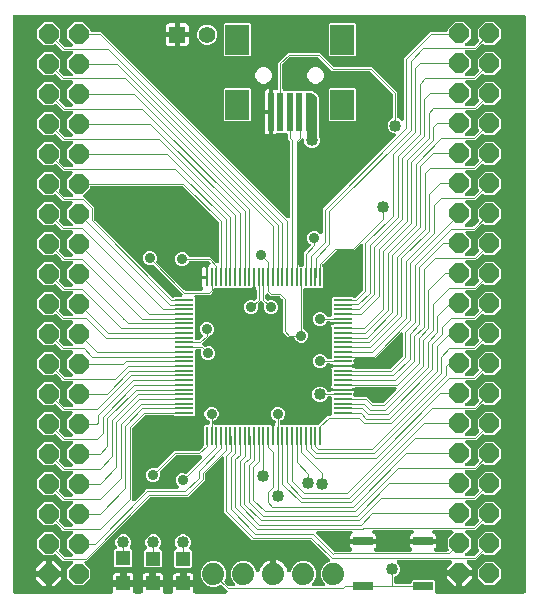
<source format=gbr>
G04 EAGLE Gerber RS-274X export*
G75*
%MOMM*%
%FSLAX34Y34*%
%LPD*%
%INTop Copper*%
%IPPOS*%
%AMOC8*
5,1,8,0,0,1.08239X$1,22.5*%
G01*
%ADD10R,0.230000X1.500000*%
%ADD11R,1.500000X0.230000*%
%ADD12R,2.000000X2.500000*%
%ADD13R,0.500000X3.300000*%
%ADD14C,1.879600*%
%ADD15R,1.409600X1.409600*%
%ADD16C,1.409600*%
%ADD17P,1.759533X8X292.500000*%
%ADD18R,1.200000X1.200000*%
%ADD19R,1.651000X0.762000*%
%ADD20C,0.025400*%
%ADD21C,1.016000*%
%ADD22C,0.889000*%
%ADD23C,0.050800*%
%ADD24C,0.812800*%

G36*
X86772Y2293D02*
X86772Y2293D01*
X86823Y2290D01*
X86945Y2312D01*
X87068Y2327D01*
X87116Y2344D01*
X87166Y2353D01*
X87280Y2402D01*
X87396Y2444D01*
X87439Y2472D01*
X87486Y2492D01*
X87585Y2566D01*
X87689Y2633D01*
X87724Y2670D01*
X87765Y2700D01*
X87845Y2795D01*
X87931Y2884D01*
X87957Y2928D01*
X87990Y2967D01*
X88046Y3077D01*
X88110Y3183D01*
X88125Y3231D01*
X88149Y3277D01*
X88178Y3397D01*
X88216Y3515D01*
X88220Y3566D01*
X88232Y3615D01*
X88234Y3739D01*
X88244Y3862D01*
X88236Y3913D01*
X88237Y3964D01*
X88193Y4204D01*
X88045Y4756D01*
X88045Y8091D01*
X95110Y8091D01*
X95136Y8094D01*
X95162Y8092D01*
X95309Y8114D01*
X95456Y8131D01*
X95481Y8139D01*
X95507Y8143D01*
X95644Y8198D01*
X95784Y8248D01*
X95806Y8262D01*
X95831Y8272D01*
X95952Y8357D01*
X96077Y8437D01*
X96095Y8456D01*
X96117Y8471D01*
X96216Y8581D01*
X96319Y8688D01*
X96333Y8710D01*
X96350Y8730D01*
X96422Y8860D01*
X96498Y8987D01*
X96506Y9012D01*
X96519Y9035D01*
X96559Y9178D01*
X96584Y9254D01*
X96588Y9243D01*
X96592Y9217D01*
X96646Y9079D01*
X96696Y8940D01*
X96711Y8918D01*
X96720Y8893D01*
X96805Y8772D01*
X96885Y8647D01*
X96904Y8629D01*
X96919Y8607D01*
X97029Y8508D01*
X97136Y8405D01*
X97159Y8391D01*
X97178Y8374D01*
X97308Y8302D01*
X97435Y8226D01*
X97460Y8218D01*
X97483Y8205D01*
X97626Y8165D01*
X97767Y8120D01*
X97793Y8117D01*
X97818Y8110D01*
X98062Y8091D01*
X105127Y8091D01*
X105127Y4756D01*
X104979Y4204D01*
X104972Y4154D01*
X104956Y4105D01*
X104946Y3982D01*
X104928Y3860D01*
X104932Y3809D01*
X104928Y3758D01*
X104946Y3635D01*
X104957Y3512D01*
X104972Y3464D01*
X104980Y3413D01*
X105025Y3298D01*
X105063Y3180D01*
X105090Y3137D01*
X105108Y3089D01*
X105179Y2988D01*
X105243Y2882D01*
X105278Y2845D01*
X105307Y2803D01*
X105399Y2720D01*
X105485Y2631D01*
X105528Y2604D01*
X105566Y2570D01*
X105674Y2510D01*
X105778Y2443D01*
X105827Y2426D01*
X105871Y2401D01*
X105990Y2368D01*
X106107Y2326D01*
X106157Y2320D01*
X106207Y2306D01*
X106450Y2287D01*
X111751Y2287D01*
X111802Y2293D01*
X111853Y2290D01*
X111975Y2312D01*
X112097Y2327D01*
X112145Y2344D01*
X112196Y2353D01*
X112309Y2402D01*
X112426Y2444D01*
X112468Y2472D01*
X112515Y2492D01*
X112614Y2566D01*
X112718Y2633D01*
X112754Y2670D01*
X112795Y2700D01*
X112874Y2795D01*
X112961Y2884D01*
X112987Y2928D01*
X113020Y2967D01*
X113076Y3077D01*
X113139Y3183D01*
X113155Y3231D01*
X113178Y3277D01*
X113208Y3397D01*
X113246Y3515D01*
X113250Y3566D01*
X113262Y3615D01*
X113264Y3739D01*
X113274Y3862D01*
X113266Y3913D01*
X113267Y3964D01*
X113223Y4204D01*
X113126Y4564D01*
X113126Y7899D01*
X120191Y7899D01*
X120217Y7902D01*
X120243Y7900D01*
X120390Y7922D01*
X120537Y7939D01*
X120562Y7947D01*
X120588Y7951D01*
X120725Y8006D01*
X120865Y8056D01*
X120887Y8070D01*
X120912Y8080D01*
X121033Y8165D01*
X121158Y8245D01*
X121176Y8264D01*
X121198Y8279D01*
X121297Y8389D01*
X121400Y8496D01*
X121414Y8518D01*
X121431Y8538D01*
X121503Y8668D01*
X121579Y8795D01*
X121587Y8820D01*
X121600Y8843D01*
X121640Y8986D01*
X121665Y9062D01*
X121669Y9051D01*
X121673Y9025D01*
X121727Y8887D01*
X121777Y8748D01*
X121792Y8726D01*
X121801Y8701D01*
X121886Y8580D01*
X121966Y8455D01*
X121985Y8437D01*
X122000Y8415D01*
X122110Y8316D01*
X122217Y8213D01*
X122240Y8199D01*
X122259Y8182D01*
X122389Y8110D01*
X122516Y8034D01*
X122541Y8026D01*
X122564Y8013D01*
X122707Y7973D01*
X122848Y7928D01*
X122874Y7925D01*
X122899Y7918D01*
X123143Y7899D01*
X130208Y7899D01*
X130208Y4564D01*
X130111Y4204D01*
X130104Y4154D01*
X130088Y4105D01*
X130079Y3982D01*
X130060Y3860D01*
X130065Y3809D01*
X130060Y3758D01*
X130079Y3635D01*
X130089Y3512D01*
X130105Y3464D01*
X130112Y3413D01*
X130158Y3298D01*
X130196Y3180D01*
X130222Y3137D01*
X130241Y3089D01*
X130311Y2988D01*
X130375Y2882D01*
X130411Y2845D01*
X130440Y2803D01*
X130532Y2720D01*
X130618Y2631D01*
X130661Y2604D01*
X130699Y2570D01*
X130807Y2510D01*
X130911Y2443D01*
X130959Y2426D01*
X131004Y2401D01*
X131123Y2367D01*
X131239Y2326D01*
X131290Y2320D01*
X131339Y2306D01*
X131583Y2287D01*
X137323Y2287D01*
X137374Y2293D01*
X137425Y2290D01*
X137547Y2312D01*
X137670Y2327D01*
X137718Y2344D01*
X137768Y2353D01*
X137881Y2402D01*
X137998Y2444D01*
X138041Y2472D01*
X138087Y2492D01*
X138187Y2566D01*
X138290Y2633D01*
X138326Y2670D01*
X138367Y2700D01*
X138447Y2795D01*
X138533Y2884D01*
X138559Y2928D01*
X138592Y2967D01*
X138648Y3077D01*
X138711Y3183D01*
X138727Y3232D01*
X138750Y3277D01*
X138780Y3397D01*
X138818Y3515D01*
X138822Y3566D01*
X138834Y3615D01*
X138836Y3739D01*
X138846Y3862D01*
X138838Y3913D01*
X138839Y3964D01*
X138795Y4204D01*
X138794Y4207D01*
X138715Y4500D01*
X138715Y7836D01*
X145780Y7836D01*
X145806Y7839D01*
X145832Y7837D01*
X145979Y7859D01*
X146126Y7876D01*
X146151Y7884D01*
X146177Y7888D01*
X146314Y7943D01*
X146454Y7993D01*
X146476Y8007D01*
X146501Y8017D01*
X146622Y8102D01*
X146747Y8182D01*
X146765Y8201D01*
X146787Y8216D01*
X146886Y8326D01*
X146989Y8433D01*
X147003Y8455D01*
X147020Y8475D01*
X147092Y8605D01*
X147168Y8732D01*
X147176Y8757D01*
X147189Y8780D01*
X147229Y8923D01*
X147254Y8999D01*
X147258Y8988D01*
X147262Y8962D01*
X147316Y8824D01*
X147366Y8685D01*
X147381Y8663D01*
X147390Y8638D01*
X147475Y8517D01*
X147555Y8392D01*
X147574Y8374D01*
X147589Y8352D01*
X147699Y8253D01*
X147806Y8150D01*
X147829Y8136D01*
X147848Y8119D01*
X147978Y8047D01*
X148105Y7971D01*
X148130Y7963D01*
X148153Y7950D01*
X148296Y7910D01*
X148437Y7865D01*
X148463Y7862D01*
X148488Y7855D01*
X148732Y7836D01*
X155797Y7836D01*
X155797Y4500D01*
X155717Y4204D01*
X155710Y4154D01*
X155694Y4105D01*
X155684Y3982D01*
X155666Y3860D01*
X155670Y3809D01*
X155666Y3758D01*
X155685Y3636D01*
X155695Y3512D01*
X155710Y3464D01*
X155718Y3413D01*
X155764Y3298D01*
X155802Y3180D01*
X155828Y3137D01*
X155847Y3089D01*
X155917Y2988D01*
X155981Y2882D01*
X156017Y2845D01*
X156046Y2803D01*
X156137Y2720D01*
X156224Y2631D01*
X156267Y2604D01*
X156304Y2570D01*
X156413Y2510D01*
X156517Y2443D01*
X156565Y2426D01*
X156609Y2401D01*
X156729Y2367D01*
X156845Y2326D01*
X156896Y2320D01*
X156945Y2306D01*
X157189Y2287D01*
X183407Y2287D01*
X183507Y2298D01*
X183607Y2300D01*
X183679Y2318D01*
X183753Y2327D01*
X183848Y2360D01*
X183945Y2385D01*
X184011Y2419D01*
X184081Y2444D01*
X184166Y2499D01*
X184255Y2545D01*
X184312Y2593D01*
X184374Y2633D01*
X184444Y2705D01*
X184520Y2770D01*
X184565Y2830D01*
X184616Y2884D01*
X184668Y2970D01*
X184727Y3051D01*
X184757Y3119D01*
X184795Y3183D01*
X184826Y3279D01*
X184865Y3371D01*
X184879Y3444D01*
X184901Y3515D01*
X184909Y3615D01*
X184927Y3714D01*
X184923Y3788D01*
X184929Y3862D01*
X184914Y3962D01*
X184909Y4062D01*
X184889Y4133D01*
X184878Y4207D01*
X184840Y4300D01*
X184813Y4397D01*
X184776Y4462D01*
X184749Y4531D01*
X184692Y4613D01*
X184643Y4701D01*
X184577Y4777D01*
X184550Y4817D01*
X184523Y4841D01*
X184484Y4887D01*
X180339Y9032D01*
X180279Y9080D01*
X180226Y9135D01*
X180143Y9188D01*
X180066Y9249D01*
X179997Y9281D01*
X179932Y9323D01*
X179840Y9356D01*
X179751Y9398D01*
X179676Y9414D01*
X179604Y9439D01*
X179506Y9450D01*
X179410Y9471D01*
X179334Y9470D01*
X179258Y9478D01*
X179160Y9467D01*
X179062Y9465D01*
X178988Y9447D01*
X178912Y9438D01*
X178769Y9392D01*
X178724Y9380D01*
X178707Y9371D01*
X178679Y9362D01*
X175084Y7873D01*
X170738Y7873D01*
X166724Y9536D01*
X163651Y12609D01*
X161988Y16623D01*
X161988Y20969D01*
X163651Y24983D01*
X166724Y28056D01*
X170738Y29719D01*
X175084Y29719D01*
X179098Y28056D01*
X182171Y24983D01*
X183834Y20969D01*
X183834Y16623D01*
X182345Y13028D01*
X182324Y12954D01*
X182293Y12884D01*
X182276Y12788D01*
X182249Y12693D01*
X182245Y12617D01*
X182232Y12541D01*
X182237Y12443D01*
X182232Y12345D01*
X182246Y12270D01*
X182250Y12193D01*
X182277Y12099D01*
X182294Y12002D01*
X182325Y11932D01*
X182346Y11859D01*
X182394Y11773D01*
X182433Y11682D01*
X182479Y11621D01*
X182516Y11554D01*
X182613Y11441D01*
X182641Y11403D01*
X182656Y11390D01*
X182675Y11368D01*
X185341Y8702D01*
X185440Y8623D01*
X185534Y8539D01*
X185576Y8515D01*
X185614Y8485D01*
X185728Y8431D01*
X185839Y8370D01*
X185886Y8357D01*
X185929Y8336D01*
X186052Y8310D01*
X186174Y8275D01*
X186235Y8270D01*
X186270Y8263D01*
X186318Y8264D01*
X186418Y8256D01*
X189727Y8256D01*
X189827Y8267D01*
X189927Y8269D01*
X189999Y8287D01*
X190073Y8296D01*
X190167Y8329D01*
X190265Y8354D01*
X190331Y8388D01*
X190401Y8413D01*
X190485Y8468D01*
X190575Y8514D01*
X190631Y8562D01*
X190694Y8602D01*
X190764Y8674D01*
X190840Y8739D01*
X190884Y8799D01*
X190936Y8853D01*
X190988Y8939D01*
X191047Y9020D01*
X191077Y9088D01*
X191115Y9152D01*
X191146Y9248D01*
X191185Y9340D01*
X191198Y9413D01*
X191221Y9484D01*
X191229Y9584D01*
X191247Y9683D01*
X191243Y9757D01*
X191249Y9831D01*
X191234Y9931D01*
X191229Y10031D01*
X191208Y10102D01*
X191197Y10176D01*
X191160Y10269D01*
X191133Y10366D01*
X191096Y10431D01*
X191069Y10500D01*
X191011Y10582D01*
X190962Y10670D01*
X190897Y10746D01*
X190870Y10786D01*
X190843Y10810D01*
X190804Y10856D01*
X189051Y12609D01*
X187388Y16623D01*
X187388Y20969D01*
X189051Y24983D01*
X192124Y28056D01*
X196138Y29719D01*
X200484Y29719D01*
X204498Y28056D01*
X207571Y24983D01*
X209144Y21184D01*
X209196Y21092D01*
X209238Y20996D01*
X209280Y20940D01*
X209314Y20880D01*
X209385Y20801D01*
X209448Y20717D01*
X209501Y20673D01*
X209548Y20621D01*
X209635Y20561D01*
X209715Y20494D01*
X209777Y20463D01*
X209835Y20423D01*
X209933Y20385D01*
X210027Y20337D01*
X210094Y20321D01*
X210159Y20295D01*
X210263Y20280D01*
X210365Y20255D01*
X210435Y20255D01*
X210504Y20245D01*
X210609Y20253D01*
X210714Y20252D01*
X210782Y20268D01*
X210851Y20273D01*
X210951Y20306D01*
X211054Y20329D01*
X211116Y20359D01*
X211183Y20381D01*
X211273Y20435D01*
X211368Y20481D01*
X211422Y20524D01*
X211481Y20560D01*
X211557Y20634D01*
X211639Y20700D01*
X211681Y20755D01*
X211731Y20803D01*
X211788Y20892D01*
X211853Y20975D01*
X211882Y21038D01*
X211919Y21096D01*
X211955Y21196D01*
X211999Y21291D01*
X212020Y21381D01*
X212036Y21425D01*
X212040Y21463D01*
X212056Y21529D01*
X212066Y21592D01*
X212647Y23379D01*
X213500Y25053D01*
X214605Y26574D01*
X215933Y27902D01*
X217454Y29007D01*
X219128Y29860D01*
X220915Y30441D01*
X221172Y30481D01*
X221172Y19812D01*
X221175Y19786D01*
X221173Y19760D01*
X221195Y19613D01*
X221212Y19466D01*
X221220Y19441D01*
X221224Y19415D01*
X221279Y19278D01*
X221329Y19138D01*
X221343Y19116D01*
X221353Y19091D01*
X221438Y18970D01*
X221518Y18845D01*
X221537Y18827D01*
X221552Y18805D01*
X221662Y18706D01*
X221769Y18603D01*
X221791Y18589D01*
X221811Y18572D01*
X221941Y18500D01*
X222068Y18424D01*
X222093Y18416D01*
X222116Y18403D01*
X222259Y18363D01*
X222400Y18318D01*
X222426Y18316D01*
X222451Y18309D01*
X222695Y18289D01*
X224727Y18289D01*
X224753Y18292D01*
X224779Y18290D01*
X224926Y18312D01*
X225073Y18329D01*
X225098Y18338D01*
X225124Y18342D01*
X225262Y18396D01*
X225401Y18446D01*
X225423Y18461D01*
X225448Y18470D01*
X225569Y18555D01*
X225694Y18635D01*
X225712Y18654D01*
X225734Y18669D01*
X225833Y18779D01*
X225936Y18886D01*
X225950Y18909D01*
X225967Y18928D01*
X226039Y19058D01*
X226115Y19185D01*
X226123Y19210D01*
X226136Y19233D01*
X226176Y19376D01*
X226221Y19517D01*
X226223Y19543D01*
X226231Y19568D01*
X226250Y19812D01*
X226250Y30481D01*
X226507Y30441D01*
X228294Y29860D01*
X229968Y29007D01*
X231489Y27902D01*
X232817Y26574D01*
X233922Y25053D01*
X234775Y23379D01*
X235356Y21592D01*
X235366Y21529D01*
X235394Y21428D01*
X235413Y21324D01*
X235441Y21260D01*
X235459Y21193D01*
X235510Y21101D01*
X235552Y21004D01*
X235593Y20948D01*
X235626Y20888D01*
X235697Y20809D01*
X235760Y20724D01*
X235813Y20680D01*
X235859Y20628D01*
X235945Y20567D01*
X236026Y20499D01*
X236087Y20468D01*
X236144Y20428D01*
X236242Y20389D01*
X236336Y20341D01*
X236403Y20324D01*
X236468Y20298D01*
X236572Y20282D01*
X236674Y20256D01*
X236743Y20255D01*
X236812Y20245D01*
X236917Y20253D01*
X237023Y20251D01*
X237090Y20266D01*
X237160Y20272D01*
X237260Y20303D01*
X237363Y20326D01*
X237426Y20356D01*
X237492Y20376D01*
X237583Y20430D01*
X237678Y20475D01*
X237732Y20519D01*
X237792Y20554D01*
X237868Y20627D01*
X237950Y20693D01*
X237993Y20747D01*
X238043Y20795D01*
X238101Y20884D01*
X238166Y20966D01*
X238208Y21049D01*
X238233Y21087D01*
X238247Y21124D01*
X238278Y21184D01*
X239851Y24983D01*
X242924Y28056D01*
X246938Y29719D01*
X251284Y29719D01*
X255298Y28056D01*
X258371Y24983D01*
X260034Y20969D01*
X260034Y16623D01*
X258371Y12609D01*
X256618Y10856D01*
X256556Y10778D01*
X256486Y10705D01*
X256448Y10641D01*
X256402Y10583D01*
X256359Y10492D01*
X256307Y10406D01*
X256284Y10335D01*
X256253Y10268D01*
X256231Y10170D01*
X256201Y10074D01*
X256195Y10000D01*
X256179Y9927D01*
X256181Y9827D01*
X256173Y9727D01*
X256184Y9653D01*
X256185Y9579D01*
X256210Y9482D01*
X256225Y9382D01*
X256252Y9313D01*
X256270Y9241D01*
X256316Y9152D01*
X256353Y9058D01*
X256396Y8997D01*
X256430Y8931D01*
X256495Y8855D01*
X256552Y8772D01*
X256607Y8722D01*
X256656Y8666D01*
X256736Y8606D01*
X256811Y8539D01*
X256876Y8503D01*
X256936Y8458D01*
X257028Y8419D01*
X257116Y8370D01*
X257188Y8350D01*
X257256Y8320D01*
X257355Y8303D01*
X257451Y8275D01*
X257551Y8267D01*
X257599Y8259D01*
X257635Y8261D01*
X257695Y8256D01*
X265927Y8256D01*
X266027Y8267D01*
X266127Y8269D01*
X266199Y8287D01*
X266273Y8296D01*
X266367Y8329D01*
X266465Y8354D01*
X266531Y8388D01*
X266601Y8413D01*
X266685Y8468D01*
X266775Y8514D01*
X266831Y8562D01*
X266894Y8602D01*
X266964Y8674D01*
X267040Y8739D01*
X267084Y8799D01*
X267136Y8853D01*
X267188Y8939D01*
X267247Y9020D01*
X267277Y9088D01*
X267315Y9152D01*
X267346Y9248D01*
X267385Y9340D01*
X267398Y9413D01*
X267421Y9484D01*
X267429Y9584D01*
X267447Y9683D01*
X267443Y9757D01*
X267449Y9831D01*
X267434Y9931D01*
X267429Y10031D01*
X267408Y10102D01*
X267397Y10176D01*
X267360Y10269D01*
X267333Y10366D01*
X267296Y10431D01*
X267269Y10500D01*
X267211Y10582D01*
X267162Y10670D01*
X267097Y10746D01*
X267070Y10786D01*
X267043Y10810D01*
X267004Y10856D01*
X265251Y12609D01*
X263588Y16623D01*
X263588Y20969D01*
X265251Y24983D01*
X268324Y28056D01*
X270789Y29077D01*
X270921Y29150D01*
X271054Y29219D01*
X271073Y29235D01*
X271094Y29246D01*
X271205Y29347D01*
X271320Y29445D01*
X271334Y29464D01*
X271352Y29481D01*
X271438Y29604D01*
X271527Y29725D01*
X271537Y29747D01*
X271550Y29767D01*
X271606Y29907D01*
X271665Y30045D01*
X271669Y30069D01*
X271678Y30091D01*
X271700Y30240D01*
X271727Y30388D01*
X271725Y30412D01*
X271729Y30436D01*
X271716Y30586D01*
X271709Y30736D01*
X271702Y30759D01*
X271700Y30784D01*
X271654Y30927D01*
X271612Y31071D01*
X271600Y31092D01*
X271593Y31115D01*
X271515Y31244D01*
X271442Y31375D01*
X271423Y31397D01*
X271413Y31414D01*
X271380Y31448D01*
X271284Y31562D01*
X255667Y47178D01*
X255568Y47257D01*
X255474Y47341D01*
X255432Y47365D01*
X255394Y47395D01*
X255280Y47449D01*
X255169Y47510D01*
X255123Y47523D01*
X255079Y47544D01*
X254955Y47570D01*
X254834Y47605D01*
X254773Y47610D01*
X254738Y47617D01*
X254690Y47616D01*
X254590Y47624D01*
X205818Y47624D01*
X182244Y71198D01*
X182244Y116795D01*
X182233Y116895D01*
X182231Y116995D01*
X182213Y117067D01*
X182204Y117141D01*
X182171Y117236D01*
X182146Y117333D01*
X182112Y117399D01*
X182087Y117469D01*
X182032Y117554D01*
X181986Y117643D01*
X181938Y117700D01*
X181898Y117762D01*
X181826Y117832D01*
X181761Y117908D01*
X181701Y117953D01*
X181647Y118004D01*
X181561Y118056D01*
X181480Y118115D01*
X181412Y118145D01*
X181348Y118183D01*
X181252Y118214D01*
X181160Y118253D01*
X181087Y118267D01*
X181016Y118289D01*
X180916Y118297D01*
X180817Y118315D01*
X180743Y118311D01*
X180669Y118317D01*
X180569Y118302D01*
X180469Y118297D01*
X180398Y118277D01*
X180324Y118266D01*
X180231Y118228D01*
X180134Y118201D01*
X180069Y118164D01*
X180000Y118137D01*
X179918Y118080D01*
X179830Y118031D01*
X179754Y117965D01*
X179714Y117938D01*
X179690Y117911D01*
X179644Y117872D01*
X166182Y104410D01*
X166103Y104311D01*
X166019Y104217D01*
X165995Y104175D01*
X165965Y104137D01*
X165911Y104023D01*
X165850Y103912D01*
X165837Y103866D01*
X165816Y103822D01*
X165790Y103698D01*
X165755Y103577D01*
X165750Y103516D01*
X165743Y103481D01*
X165744Y103433D01*
X165736Y103333D01*
X165736Y98249D01*
X151306Y83819D01*
X119806Y83819D01*
X119681Y83805D01*
X119554Y83798D01*
X119508Y83785D01*
X119460Y83779D01*
X119341Y83737D01*
X119219Y83702D01*
X119177Y83678D01*
X119132Y83662D01*
X119026Y83593D01*
X118915Y83532D01*
X118869Y83492D01*
X118839Y83473D01*
X118805Y83438D01*
X118729Y83373D01*
X65454Y30098D01*
X65082Y30098D01*
X64982Y30087D01*
X64882Y30085D01*
X64810Y30067D01*
X64736Y30058D01*
X64641Y30025D01*
X64544Y30000D01*
X64478Y29966D01*
X64408Y29941D01*
X64323Y29886D01*
X64234Y29840D01*
X64178Y29792D01*
X64115Y29752D01*
X64045Y29680D01*
X63969Y29615D01*
X63925Y29555D01*
X63873Y29501D01*
X63821Y29415D01*
X63762Y29334D01*
X63732Y29266D01*
X63694Y29202D01*
X63663Y29106D01*
X63624Y29014D01*
X63610Y28941D01*
X63588Y28870D01*
X63580Y28770D01*
X63562Y28671D01*
X63566Y28597D01*
X63560Y28523D01*
X63575Y28423D01*
X63580Y28323D01*
X63600Y28252D01*
X63612Y28178D01*
X63649Y28085D01*
X63676Y27988D01*
X63713Y27923D01*
X63740Y27854D01*
X63797Y27772D01*
X63847Y27684D01*
X63912Y27608D01*
X63939Y27568D01*
X63966Y27544D01*
X64005Y27498D01*
X68391Y23112D01*
X68391Y15116D01*
X62736Y9461D01*
X54740Y9461D01*
X49085Y15116D01*
X49085Y23112D01*
X53471Y27498D01*
X53533Y27576D01*
X53603Y27649D01*
X53641Y27713D01*
X53688Y27771D01*
X53730Y27862D01*
X53782Y27948D01*
X53805Y28019D01*
X53836Y28086D01*
X53858Y28184D01*
X53888Y28280D01*
X53894Y28354D01*
X53910Y28427D01*
X53908Y28527D01*
X53916Y28627D01*
X53905Y28701D01*
X53904Y28775D01*
X53879Y28872D01*
X53864Y28972D01*
X53837Y29041D01*
X53819Y29113D01*
X53773Y29203D01*
X53736Y29296D01*
X53693Y29357D01*
X53659Y29423D01*
X53594Y29500D01*
X53537Y29582D01*
X53482Y29632D01*
X53433Y29688D01*
X53353Y29748D01*
X53278Y29815D01*
X53213Y29851D01*
X53153Y29896D01*
X53061Y29935D01*
X52973Y29984D01*
X52901Y30004D01*
X52833Y30034D01*
X52734Y30051D01*
X52638Y30079D01*
X52538Y30087D01*
X52490Y30095D01*
X52454Y30093D01*
X52394Y30098D01*
X45290Y30098D01*
X43876Y31512D01*
X40009Y35379D01*
X39988Y35396D01*
X39971Y35416D01*
X39874Y35488D01*
X39843Y35515D01*
X39824Y35526D01*
X39736Y35596D01*
X39712Y35607D01*
X39691Y35623D01*
X39554Y35682D01*
X39421Y35745D01*
X39395Y35750D01*
X39371Y35761D01*
X39224Y35787D01*
X39080Y35818D01*
X39054Y35818D01*
X39028Y35823D01*
X38879Y35815D01*
X38731Y35812D01*
X38706Y35806D01*
X38680Y35805D01*
X38538Y35764D01*
X38393Y35727D01*
X38370Y35715D01*
X38345Y35708D01*
X38216Y35636D01*
X38084Y35568D01*
X38064Y35551D01*
X38041Y35538D01*
X37947Y35458D01*
X37937Y35452D01*
X37926Y35440D01*
X37854Y35379D01*
X37336Y34861D01*
X29340Y34861D01*
X23685Y40516D01*
X23685Y48512D01*
X29340Y54167D01*
X37336Y54167D01*
X42991Y48512D01*
X42991Y40516D01*
X42345Y39870D01*
X42328Y39849D01*
X42308Y39832D01*
X42220Y39713D01*
X42128Y39597D01*
X42117Y39573D01*
X42101Y39552D01*
X42042Y39416D01*
X41979Y39281D01*
X41973Y39256D01*
X41963Y39232D01*
X41937Y39086D01*
X41906Y38941D01*
X41906Y38915D01*
X41901Y38889D01*
X41909Y38740D01*
X41912Y38592D01*
X41918Y38567D01*
X41919Y38541D01*
X41960Y38398D01*
X41997Y38254D01*
X42009Y38231D01*
X42016Y38206D01*
X42089Y38076D01*
X42156Y37945D01*
X42173Y37925D01*
X42186Y37902D01*
X42345Y37715D01*
X46212Y33848D01*
X46311Y33769D01*
X46405Y33685D01*
X46447Y33661D01*
X46485Y33631D01*
X46599Y33577D01*
X46710Y33516D01*
X46756Y33503D01*
X46800Y33482D01*
X46924Y33456D01*
X47045Y33421D01*
X47106Y33416D01*
X47141Y33409D01*
X47189Y33410D01*
X47289Y33402D01*
X52522Y33402D01*
X52622Y33413D01*
X52722Y33415D01*
X52794Y33433D01*
X52868Y33442D01*
X52963Y33475D01*
X53060Y33500D01*
X53126Y33534D01*
X53196Y33559D01*
X53281Y33614D01*
X53370Y33660D01*
X53426Y33708D01*
X53489Y33748D01*
X53559Y33820D01*
X53635Y33885D01*
X53679Y33945D01*
X53731Y33999D01*
X53783Y34085D01*
X53842Y34166D01*
X53872Y34234D01*
X53910Y34298D01*
X53941Y34394D01*
X53980Y34486D01*
X53994Y34559D01*
X54016Y34630D01*
X54024Y34730D01*
X54042Y34829D01*
X54038Y34903D01*
X54044Y34977D01*
X54029Y35077D01*
X54024Y35177D01*
X54004Y35248D01*
X53992Y35322D01*
X53955Y35415D01*
X53928Y35512D01*
X53891Y35577D01*
X53864Y35646D01*
X53807Y35728D01*
X53757Y35816D01*
X53692Y35892D01*
X53665Y35932D01*
X53638Y35956D01*
X53599Y36002D01*
X49085Y40516D01*
X49085Y48512D01*
X53471Y52898D01*
X53533Y52976D01*
X53603Y53049D01*
X53641Y53113D01*
X53688Y53171D01*
X53730Y53262D01*
X53782Y53348D01*
X53805Y53419D01*
X53836Y53486D01*
X53858Y53584D01*
X53888Y53680D01*
X53894Y53754D01*
X53910Y53827D01*
X53908Y53927D01*
X53916Y54027D01*
X53905Y54101D01*
X53904Y54175D01*
X53879Y54272D01*
X53864Y54372D01*
X53837Y54441D01*
X53819Y54513D01*
X53773Y54603D01*
X53736Y54696D01*
X53693Y54757D01*
X53659Y54823D01*
X53594Y54900D01*
X53537Y54982D01*
X53482Y55032D01*
X53433Y55088D01*
X53353Y55148D01*
X53278Y55215D01*
X53213Y55251D01*
X53153Y55296D01*
X53061Y55335D01*
X52973Y55384D01*
X52901Y55404D01*
X52833Y55434D01*
X52734Y55451D01*
X52638Y55479D01*
X52538Y55487D01*
X52490Y55495D01*
X52454Y55493D01*
X52394Y55498D01*
X45544Y55498D01*
X44130Y56912D01*
X40136Y60906D01*
X40115Y60923D01*
X40098Y60943D01*
X39979Y61031D01*
X39863Y61123D01*
X39839Y61134D01*
X39818Y61150D01*
X39682Y61209D01*
X39548Y61272D01*
X39522Y61278D01*
X39498Y61288D01*
X39352Y61314D01*
X39207Y61345D01*
X39181Y61345D01*
X39155Y61350D01*
X39006Y61342D01*
X38858Y61339D01*
X38833Y61333D01*
X38807Y61332D01*
X38665Y61291D01*
X38520Y61254D01*
X38497Y61242D01*
X38472Y61235D01*
X38343Y61163D01*
X38211Y61095D01*
X38191Y61078D01*
X38168Y61065D01*
X37981Y60906D01*
X37336Y60261D01*
X29340Y60261D01*
X23685Y65916D01*
X23685Y73912D01*
X29340Y79567D01*
X37336Y79567D01*
X42991Y73912D01*
X42991Y65916D01*
X42472Y65397D01*
X42455Y65376D01*
X42435Y65359D01*
X42347Y65240D01*
X42255Y65124D01*
X42244Y65100D01*
X42228Y65079D01*
X42170Y64943D01*
X42106Y64808D01*
X42100Y64783D01*
X42090Y64759D01*
X42064Y64613D01*
X42033Y64468D01*
X42033Y64442D01*
X42028Y64416D01*
X42036Y64267D01*
X42039Y64119D01*
X42045Y64094D01*
X42046Y64068D01*
X42087Y63925D01*
X42124Y63781D01*
X42136Y63758D01*
X42143Y63733D01*
X42216Y63603D01*
X42283Y63472D01*
X42300Y63452D01*
X42313Y63429D01*
X42472Y63242D01*
X46466Y59248D01*
X46565Y59169D01*
X46659Y59085D01*
X46701Y59061D01*
X46739Y59031D01*
X46853Y58977D01*
X46964Y58916D01*
X47010Y58903D01*
X47054Y58882D01*
X47178Y58856D01*
X47299Y58821D01*
X47360Y58816D01*
X47395Y58809D01*
X47443Y58810D01*
X47543Y58802D01*
X52522Y58802D01*
X52622Y58813D01*
X52722Y58815D01*
X52794Y58833D01*
X52868Y58842D01*
X52963Y58875D01*
X53060Y58900D01*
X53126Y58934D01*
X53196Y58959D01*
X53281Y59014D01*
X53370Y59060D01*
X53426Y59108D01*
X53489Y59148D01*
X53559Y59220D01*
X53635Y59285D01*
X53679Y59345D01*
X53731Y59399D01*
X53783Y59485D01*
X53842Y59566D01*
X53872Y59634D01*
X53910Y59698D01*
X53941Y59794D01*
X53980Y59886D01*
X53994Y59959D01*
X54016Y60030D01*
X54024Y60130D01*
X54042Y60229D01*
X54038Y60303D01*
X54044Y60377D01*
X54029Y60477D01*
X54024Y60577D01*
X54004Y60648D01*
X53992Y60722D01*
X53955Y60815D01*
X53928Y60912D01*
X53891Y60977D01*
X53864Y61046D01*
X53807Y61128D01*
X53757Y61216D01*
X53692Y61292D01*
X53665Y61332D01*
X53638Y61356D01*
X53599Y61402D01*
X49085Y65916D01*
X49085Y73912D01*
X53471Y78298D01*
X53533Y78376D01*
X53603Y78449D01*
X53641Y78513D01*
X53688Y78571D01*
X53730Y78662D01*
X53782Y78748D01*
X53805Y78819D01*
X53836Y78886D01*
X53858Y78984D01*
X53888Y79080D01*
X53894Y79154D01*
X53910Y79227D01*
X53908Y79327D01*
X53916Y79427D01*
X53905Y79501D01*
X53904Y79575D01*
X53879Y79672D01*
X53864Y79772D01*
X53837Y79841D01*
X53819Y79913D01*
X53773Y80003D01*
X53736Y80096D01*
X53693Y80157D01*
X53659Y80223D01*
X53594Y80300D01*
X53537Y80382D01*
X53482Y80432D01*
X53433Y80488D01*
X53353Y80548D01*
X53278Y80615D01*
X53213Y80651D01*
X53153Y80696D01*
X53061Y80735D01*
X52973Y80784D01*
X52901Y80804D01*
X52833Y80834D01*
X52734Y80851D01*
X52638Y80879D01*
X52538Y80887D01*
X52490Y80895D01*
X52454Y80893D01*
X52394Y80898D01*
X45290Y80898D01*
X43876Y82312D01*
X40009Y86179D01*
X39988Y86196D01*
X39971Y86216D01*
X39852Y86304D01*
X39736Y86396D01*
X39712Y86407D01*
X39691Y86423D01*
X39554Y86482D01*
X39421Y86545D01*
X39395Y86550D01*
X39371Y86561D01*
X39224Y86587D01*
X39080Y86618D01*
X39054Y86618D01*
X39028Y86623D01*
X38879Y86615D01*
X38731Y86612D01*
X38706Y86606D01*
X38680Y86605D01*
X38538Y86564D01*
X38393Y86527D01*
X38370Y86515D01*
X38345Y86508D01*
X38216Y86436D01*
X38084Y86368D01*
X38064Y86351D01*
X38041Y86338D01*
X37854Y86179D01*
X37336Y85661D01*
X29340Y85661D01*
X23685Y91316D01*
X23685Y99312D01*
X29340Y104967D01*
X37336Y104967D01*
X42991Y99312D01*
X42991Y91316D01*
X42345Y90670D01*
X42328Y90649D01*
X42308Y90632D01*
X42220Y90513D01*
X42128Y90397D01*
X42117Y90373D01*
X42101Y90352D01*
X42042Y90216D01*
X41979Y90081D01*
X41973Y90056D01*
X41963Y90032D01*
X41937Y89886D01*
X41906Y89741D01*
X41906Y89715D01*
X41901Y89689D01*
X41909Y89540D01*
X41912Y89392D01*
X41918Y89367D01*
X41919Y89341D01*
X41960Y89198D01*
X41997Y89054D01*
X42009Y89031D01*
X42016Y89006D01*
X42089Y88876D01*
X42156Y88745D01*
X42173Y88725D01*
X42186Y88702D01*
X42345Y88515D01*
X46212Y84648D01*
X46311Y84569D01*
X46405Y84485D01*
X46447Y84461D01*
X46485Y84431D01*
X46599Y84377D01*
X46710Y84316D01*
X46756Y84303D01*
X46800Y84282D01*
X46924Y84256D01*
X47045Y84221D01*
X47106Y84216D01*
X47141Y84209D01*
X47189Y84210D01*
X47289Y84202D01*
X52522Y84202D01*
X52622Y84213D01*
X52722Y84215D01*
X52794Y84233D01*
X52868Y84242D01*
X52963Y84275D01*
X53060Y84300D01*
X53126Y84334D01*
X53196Y84359D01*
X53281Y84414D01*
X53370Y84460D01*
X53426Y84508D01*
X53489Y84548D01*
X53559Y84620D01*
X53635Y84685D01*
X53679Y84745D01*
X53731Y84799D01*
X53783Y84885D01*
X53842Y84966D01*
X53872Y85034D01*
X53910Y85098D01*
X53941Y85194D01*
X53980Y85286D01*
X53994Y85359D01*
X54016Y85430D01*
X54024Y85530D01*
X54042Y85629D01*
X54038Y85703D01*
X54044Y85777D01*
X54029Y85877D01*
X54024Y85977D01*
X54004Y86048D01*
X53992Y86122D01*
X53955Y86215D01*
X53928Y86312D01*
X53891Y86377D01*
X53864Y86446D01*
X53807Y86528D01*
X53757Y86616D01*
X53692Y86692D01*
X53665Y86732D01*
X53638Y86756D01*
X53599Y86802D01*
X49085Y91316D01*
X49085Y99312D01*
X53471Y103698D01*
X53533Y103776D01*
X53603Y103849D01*
X53641Y103913D01*
X53688Y103971D01*
X53730Y104062D01*
X53782Y104148D01*
X53805Y104219D01*
X53836Y104286D01*
X53858Y104384D01*
X53888Y104480D01*
X53894Y104554D01*
X53910Y104627D01*
X53908Y104727D01*
X53916Y104827D01*
X53905Y104901D01*
X53904Y104975D01*
X53879Y105072D01*
X53864Y105172D01*
X53837Y105241D01*
X53819Y105313D01*
X53773Y105403D01*
X53736Y105496D01*
X53693Y105557D01*
X53659Y105623D01*
X53594Y105700D01*
X53537Y105782D01*
X53482Y105832D01*
X53433Y105888D01*
X53353Y105948D01*
X53278Y106015D01*
X53213Y106051D01*
X53153Y106096D01*
X53061Y106135D01*
X52973Y106184D01*
X52901Y106204D01*
X52833Y106234D01*
X52734Y106251D01*
X52638Y106279D01*
X52538Y106287D01*
X52490Y106295D01*
X52454Y106293D01*
X52394Y106298D01*
X45290Y106298D01*
X43876Y107712D01*
X40009Y111579D01*
X39988Y111596D01*
X39971Y111616D01*
X39852Y111704D01*
X39736Y111796D01*
X39712Y111807D01*
X39691Y111823D01*
X39554Y111882D01*
X39421Y111945D01*
X39395Y111950D01*
X39371Y111961D01*
X39224Y111987D01*
X39080Y112018D01*
X39054Y112018D01*
X39028Y112023D01*
X38879Y112015D01*
X38731Y112012D01*
X38706Y112006D01*
X38680Y112005D01*
X38538Y111964D01*
X38393Y111927D01*
X38370Y111915D01*
X38345Y111908D01*
X38216Y111836D01*
X38084Y111768D01*
X38064Y111751D01*
X38041Y111738D01*
X37854Y111579D01*
X37336Y111061D01*
X29340Y111061D01*
X23685Y116716D01*
X23685Y124712D01*
X29340Y130367D01*
X37336Y130367D01*
X42991Y124712D01*
X42991Y116716D01*
X42345Y116070D01*
X42328Y116049D01*
X42308Y116032D01*
X42262Y115970D01*
X42227Y115933D01*
X42198Y115885D01*
X42128Y115797D01*
X42117Y115773D01*
X42101Y115752D01*
X42056Y115648D01*
X42048Y115634D01*
X42042Y115615D01*
X41979Y115481D01*
X41973Y115456D01*
X41963Y115432D01*
X41937Y115286D01*
X41906Y115141D01*
X41906Y115115D01*
X41901Y115089D01*
X41909Y114940D01*
X41912Y114792D01*
X41918Y114767D01*
X41919Y114741D01*
X41960Y114598D01*
X41997Y114454D01*
X42009Y114431D01*
X42016Y114406D01*
X42089Y114276D01*
X42156Y114145D01*
X42173Y114125D01*
X42186Y114102D01*
X42345Y113915D01*
X46212Y110048D01*
X46311Y109969D01*
X46405Y109885D01*
X46447Y109861D01*
X46485Y109831D01*
X46599Y109777D01*
X46710Y109716D01*
X46756Y109703D01*
X46800Y109682D01*
X46924Y109656D01*
X47045Y109621D01*
X47106Y109616D01*
X47141Y109609D01*
X47189Y109610D01*
X47289Y109602D01*
X52522Y109602D01*
X52622Y109613D01*
X52722Y109615D01*
X52794Y109633D01*
X52868Y109642D01*
X52963Y109675D01*
X53060Y109700D01*
X53126Y109734D01*
X53196Y109759D01*
X53281Y109814D01*
X53370Y109860D01*
X53426Y109908D01*
X53489Y109948D01*
X53559Y110020D01*
X53635Y110085D01*
X53679Y110145D01*
X53731Y110199D01*
X53783Y110285D01*
X53842Y110366D01*
X53872Y110434D01*
X53910Y110498D01*
X53941Y110594D01*
X53980Y110686D01*
X53994Y110759D01*
X54016Y110830D01*
X54024Y110930D01*
X54042Y111029D01*
X54038Y111103D01*
X54044Y111177D01*
X54029Y111277D01*
X54024Y111377D01*
X54004Y111448D01*
X53992Y111522D01*
X53955Y111615D01*
X53928Y111712D01*
X53891Y111777D01*
X53864Y111846D01*
X53807Y111928D01*
X53757Y112016D01*
X53692Y112092D01*
X53665Y112132D01*
X53638Y112156D01*
X53599Y112202D01*
X49085Y116716D01*
X49085Y124712D01*
X53471Y129098D01*
X53533Y129176D01*
X53603Y129249D01*
X53641Y129313D01*
X53688Y129371D01*
X53730Y129462D01*
X53782Y129548D01*
X53805Y129619D01*
X53836Y129686D01*
X53858Y129784D01*
X53888Y129880D01*
X53894Y129954D01*
X53910Y130027D01*
X53908Y130127D01*
X53916Y130227D01*
X53905Y130301D01*
X53904Y130375D01*
X53879Y130472D01*
X53864Y130572D01*
X53837Y130641D01*
X53819Y130713D01*
X53773Y130803D01*
X53736Y130896D01*
X53693Y130957D01*
X53659Y131023D01*
X53594Y131100D01*
X53537Y131182D01*
X53482Y131232D01*
X53433Y131288D01*
X53353Y131348D01*
X53278Y131415D01*
X53213Y131451D01*
X53153Y131496D01*
X53061Y131535D01*
X52973Y131584D01*
X52901Y131604D01*
X52833Y131634D01*
X52734Y131651D01*
X52638Y131679D01*
X52538Y131687D01*
X52490Y131695D01*
X52454Y131693D01*
X52394Y131698D01*
X45290Y131698D01*
X43876Y133112D01*
X40009Y136979D01*
X39988Y136996D01*
X39971Y137016D01*
X39852Y137104D01*
X39736Y137196D01*
X39712Y137207D01*
X39691Y137223D01*
X39554Y137282D01*
X39421Y137345D01*
X39395Y137350D01*
X39371Y137361D01*
X39224Y137387D01*
X39080Y137418D01*
X39054Y137418D01*
X39028Y137423D01*
X38879Y137415D01*
X38731Y137412D01*
X38706Y137406D01*
X38680Y137405D01*
X38538Y137364D01*
X38393Y137327D01*
X38370Y137315D01*
X38345Y137308D01*
X38216Y137236D01*
X38084Y137168D01*
X38064Y137151D01*
X38041Y137138D01*
X37854Y136979D01*
X37336Y136461D01*
X29340Y136461D01*
X23685Y142116D01*
X23685Y150112D01*
X29340Y155767D01*
X37336Y155767D01*
X42991Y150112D01*
X42991Y142116D01*
X42345Y141470D01*
X42328Y141449D01*
X42308Y141432D01*
X42220Y141313D01*
X42128Y141197D01*
X42117Y141173D01*
X42101Y141152D01*
X42042Y141016D01*
X41979Y140881D01*
X41973Y140856D01*
X41963Y140832D01*
X41937Y140686D01*
X41906Y140541D01*
X41906Y140515D01*
X41901Y140489D01*
X41909Y140340D01*
X41912Y140192D01*
X41918Y140167D01*
X41919Y140141D01*
X41960Y139998D01*
X41997Y139854D01*
X42009Y139831D01*
X42016Y139806D01*
X42089Y139676D01*
X42156Y139545D01*
X42173Y139525D01*
X42186Y139502D01*
X42345Y139315D01*
X46212Y135448D01*
X46311Y135369D01*
X46405Y135285D01*
X46447Y135261D01*
X46485Y135231D01*
X46599Y135177D01*
X46710Y135116D01*
X46756Y135103D01*
X46800Y135082D01*
X46924Y135056D01*
X47045Y135021D01*
X47106Y135016D01*
X47141Y135009D01*
X47189Y135010D01*
X47289Y135002D01*
X52522Y135002D01*
X52622Y135013D01*
X52722Y135015D01*
X52794Y135033D01*
X52868Y135042D01*
X52963Y135075D01*
X53060Y135100D01*
X53126Y135134D01*
X53196Y135159D01*
X53281Y135214D01*
X53370Y135260D01*
X53426Y135308D01*
X53489Y135348D01*
X53559Y135420D01*
X53635Y135485D01*
X53679Y135545D01*
X53731Y135599D01*
X53783Y135685D01*
X53842Y135766D01*
X53872Y135834D01*
X53910Y135898D01*
X53941Y135994D01*
X53980Y136086D01*
X53994Y136159D01*
X54016Y136230D01*
X54024Y136330D01*
X54042Y136429D01*
X54038Y136503D01*
X54044Y136577D01*
X54029Y136677D01*
X54024Y136777D01*
X54004Y136848D01*
X53992Y136922D01*
X53955Y137015D01*
X53928Y137112D01*
X53891Y137177D01*
X53864Y137246D01*
X53807Y137328D01*
X53757Y137416D01*
X53692Y137492D01*
X53665Y137532D01*
X53638Y137556D01*
X53599Y137602D01*
X49085Y142116D01*
X49085Y150112D01*
X53217Y154244D01*
X53279Y154322D01*
X53349Y154395D01*
X53387Y154459D01*
X53434Y154517D01*
X53476Y154608D01*
X53528Y154694D01*
X53551Y154765D01*
X53582Y154832D01*
X53604Y154930D01*
X53634Y155026D01*
X53640Y155100D01*
X53656Y155173D01*
X53654Y155273D01*
X53662Y155373D01*
X53651Y155447D01*
X53650Y155521D01*
X53625Y155618D01*
X53610Y155718D01*
X53583Y155787D01*
X53565Y155859D01*
X53519Y155949D01*
X53482Y156042D01*
X53439Y156103D01*
X53405Y156169D01*
X53340Y156246D01*
X53283Y156328D01*
X53228Y156378D01*
X53179Y156434D01*
X53099Y156494D01*
X53024Y156561D01*
X52959Y156597D01*
X52899Y156642D01*
X52807Y156681D01*
X52719Y156730D01*
X52647Y156750D01*
X52579Y156780D01*
X52480Y156797D01*
X52384Y156825D01*
X52284Y156833D01*
X52236Y156841D01*
X52200Y156839D01*
X52140Y156844D01*
X45544Y156844D01*
X44130Y158258D01*
X40009Y162379D01*
X39988Y162396D01*
X39971Y162416D01*
X39852Y162504D01*
X39736Y162596D01*
X39712Y162607D01*
X39691Y162623D01*
X39554Y162682D01*
X39421Y162745D01*
X39395Y162750D01*
X39371Y162761D01*
X39224Y162787D01*
X39080Y162818D01*
X39054Y162818D01*
X39028Y162823D01*
X38879Y162815D01*
X38731Y162812D01*
X38706Y162806D01*
X38680Y162805D01*
X38538Y162764D01*
X38393Y162727D01*
X38370Y162715D01*
X38345Y162708D01*
X38216Y162636D01*
X38084Y162568D01*
X38064Y162551D01*
X38041Y162538D01*
X37854Y162379D01*
X37336Y161861D01*
X29340Y161861D01*
X23685Y167516D01*
X23685Y175512D01*
X29340Y181167D01*
X37336Y181167D01*
X42991Y175512D01*
X42991Y167516D01*
X42345Y166870D01*
X42328Y166849D01*
X42308Y166832D01*
X42220Y166713D01*
X42128Y166597D01*
X42117Y166573D01*
X42101Y166552D01*
X42042Y166416D01*
X41979Y166281D01*
X41973Y166256D01*
X41963Y166232D01*
X41937Y166086D01*
X41906Y165941D01*
X41906Y165915D01*
X41901Y165889D01*
X41909Y165740D01*
X41912Y165592D01*
X41918Y165567D01*
X41919Y165541D01*
X41960Y165398D01*
X41997Y165254D01*
X42009Y165231D01*
X42016Y165206D01*
X42089Y165076D01*
X42156Y164945D01*
X42173Y164925D01*
X42186Y164902D01*
X42345Y164715D01*
X46466Y160594D01*
X46565Y160515D01*
X46659Y160431D01*
X46701Y160407D01*
X46739Y160377D01*
X46853Y160323D01*
X46964Y160262D01*
X47010Y160249D01*
X47054Y160228D01*
X47178Y160202D01*
X47299Y160167D01*
X47360Y160162D01*
X47395Y160155D01*
X47443Y160156D01*
X47543Y160148D01*
X52776Y160148D01*
X52876Y160159D01*
X52976Y160161D01*
X53048Y160179D01*
X53122Y160188D01*
X53217Y160221D01*
X53314Y160246D01*
X53380Y160280D01*
X53450Y160305D01*
X53535Y160360D01*
X53624Y160406D01*
X53680Y160454D01*
X53743Y160494D01*
X53813Y160566D01*
X53889Y160631D01*
X53933Y160691D01*
X53985Y160745D01*
X54037Y160831D01*
X54096Y160912D01*
X54126Y160980D01*
X54164Y161044D01*
X54195Y161140D01*
X54234Y161232D01*
X54248Y161305D01*
X54270Y161376D01*
X54278Y161476D01*
X54296Y161575D01*
X54292Y161649D01*
X54298Y161723D01*
X54283Y161823D01*
X54278Y161923D01*
X54258Y161994D01*
X54246Y162068D01*
X54209Y162161D01*
X54182Y162258D01*
X54145Y162323D01*
X54118Y162392D01*
X54061Y162474D01*
X54011Y162562D01*
X53946Y162638D01*
X53919Y162678D01*
X53892Y162702D01*
X53853Y162748D01*
X49085Y167516D01*
X49085Y175512D01*
X53471Y179898D01*
X53533Y179976D01*
X53603Y180049D01*
X53641Y180113D01*
X53688Y180171D01*
X53730Y180262D01*
X53782Y180348D01*
X53805Y180419D01*
X53836Y180486D01*
X53858Y180584D01*
X53888Y180680D01*
X53894Y180754D01*
X53910Y180827D01*
X53908Y180927D01*
X53916Y181027D01*
X53905Y181101D01*
X53904Y181175D01*
X53879Y181272D01*
X53864Y181372D01*
X53837Y181441D01*
X53819Y181513D01*
X53773Y181603D01*
X53736Y181696D01*
X53693Y181757D01*
X53659Y181823D01*
X53594Y181900D01*
X53537Y181982D01*
X53482Y182032D01*
X53433Y182088D01*
X53353Y182148D01*
X53278Y182215D01*
X53213Y182251D01*
X53153Y182296D01*
X53061Y182335D01*
X52973Y182384D01*
X52901Y182404D01*
X52833Y182434D01*
X52734Y182451D01*
X52638Y182479D01*
X52538Y182487D01*
X52490Y182495D01*
X52454Y182493D01*
X52394Y182498D01*
X45544Y182498D01*
X44130Y183912D01*
X40136Y187906D01*
X40115Y187923D01*
X40098Y187943D01*
X39979Y188031D01*
X39863Y188123D01*
X39839Y188134D01*
X39818Y188150D01*
X39682Y188209D01*
X39548Y188272D01*
X39522Y188278D01*
X39498Y188288D01*
X39352Y188314D01*
X39207Y188345D01*
X39181Y188345D01*
X39155Y188350D01*
X39006Y188342D01*
X38858Y188339D01*
X38833Y188333D01*
X38807Y188332D01*
X38665Y188291D01*
X38520Y188254D01*
X38497Y188242D01*
X38472Y188235D01*
X38343Y188163D01*
X38211Y188095D01*
X38191Y188078D01*
X38168Y188065D01*
X37981Y187906D01*
X37336Y187261D01*
X29340Y187261D01*
X23685Y192916D01*
X23685Y200912D01*
X29340Y206567D01*
X37336Y206567D01*
X42991Y200912D01*
X42991Y192916D01*
X42472Y192397D01*
X42455Y192376D01*
X42435Y192359D01*
X42347Y192240D01*
X42255Y192124D01*
X42244Y192100D01*
X42228Y192079D01*
X42170Y191943D01*
X42106Y191808D01*
X42100Y191783D01*
X42090Y191759D01*
X42064Y191613D01*
X42033Y191468D01*
X42033Y191442D01*
X42028Y191416D01*
X42036Y191267D01*
X42039Y191119D01*
X42045Y191094D01*
X42046Y191068D01*
X42087Y190925D01*
X42124Y190781D01*
X42136Y190758D01*
X42143Y190733D01*
X42216Y190603D01*
X42283Y190472D01*
X42300Y190452D01*
X42313Y190429D01*
X42472Y190242D01*
X46466Y186248D01*
X46565Y186169D01*
X46659Y186085D01*
X46701Y186061D01*
X46739Y186031D01*
X46853Y185977D01*
X46964Y185916D01*
X47010Y185903D01*
X47054Y185882D01*
X47178Y185856D01*
X47299Y185821D01*
X47360Y185816D01*
X47395Y185809D01*
X47443Y185810D01*
X47543Y185802D01*
X52522Y185802D01*
X52622Y185813D01*
X52722Y185815D01*
X52794Y185833D01*
X52868Y185842D01*
X52963Y185875D01*
X53060Y185900D01*
X53126Y185934D01*
X53196Y185959D01*
X53281Y186014D01*
X53370Y186060D01*
X53426Y186108D01*
X53489Y186148D01*
X53559Y186220D01*
X53635Y186285D01*
X53679Y186345D01*
X53731Y186399D01*
X53783Y186485D01*
X53842Y186566D01*
X53872Y186634D01*
X53910Y186698D01*
X53941Y186794D01*
X53980Y186886D01*
X53994Y186959D01*
X54016Y187030D01*
X54024Y187130D01*
X54042Y187229D01*
X54038Y187303D01*
X54044Y187377D01*
X54029Y187477D01*
X54024Y187577D01*
X54004Y187648D01*
X53992Y187722D01*
X53955Y187815D01*
X53928Y187912D01*
X53891Y187977D01*
X53864Y188046D01*
X53807Y188128D01*
X53757Y188216D01*
X53692Y188292D01*
X53665Y188332D01*
X53638Y188356D01*
X53599Y188402D01*
X49085Y192916D01*
X49085Y200912D01*
X53725Y205552D01*
X53787Y205630D01*
X53857Y205703D01*
X53895Y205767D01*
X53942Y205825D01*
X53984Y205916D01*
X54036Y206002D01*
X54059Y206073D01*
X54090Y206140D01*
X54112Y206238D01*
X54142Y206334D01*
X54148Y206408D01*
X54164Y206481D01*
X54162Y206581D01*
X54170Y206681D01*
X54159Y206755D01*
X54158Y206829D01*
X54133Y206926D01*
X54118Y207026D01*
X54091Y207095D01*
X54073Y207167D01*
X54027Y207257D01*
X53990Y207350D01*
X53947Y207411D01*
X53913Y207477D01*
X53848Y207554D01*
X53791Y207636D01*
X53736Y207686D01*
X53687Y207742D01*
X53607Y207802D01*
X53532Y207869D01*
X53467Y207905D01*
X53407Y207950D01*
X53315Y207989D01*
X53227Y208038D01*
X53155Y208058D01*
X53087Y208088D01*
X52988Y208105D01*
X52892Y208133D01*
X52792Y208141D01*
X52744Y208149D01*
X52708Y208147D01*
X52648Y208152D01*
X45036Y208152D01*
X43622Y209566D01*
X40009Y213179D01*
X39988Y213196D01*
X39971Y213216D01*
X39852Y213304D01*
X39736Y213396D01*
X39712Y213407D01*
X39691Y213423D01*
X39554Y213482D01*
X39421Y213545D01*
X39395Y213550D01*
X39371Y213561D01*
X39224Y213587D01*
X39080Y213618D01*
X39054Y213618D01*
X39028Y213623D01*
X38879Y213615D01*
X38731Y213612D01*
X38706Y213606D01*
X38680Y213605D01*
X38538Y213564D01*
X38393Y213527D01*
X38370Y213515D01*
X38345Y213508D01*
X38216Y213436D01*
X38084Y213368D01*
X38064Y213351D01*
X38041Y213338D01*
X37854Y213179D01*
X37336Y212661D01*
X29340Y212661D01*
X23685Y218316D01*
X23685Y226312D01*
X29340Y231967D01*
X37336Y231967D01*
X42991Y226312D01*
X42991Y218316D01*
X42345Y217670D01*
X42328Y217649D01*
X42308Y217632D01*
X42220Y217513D01*
X42128Y217397D01*
X42117Y217373D01*
X42101Y217352D01*
X42042Y217216D01*
X41979Y217081D01*
X41973Y217056D01*
X41963Y217032D01*
X41937Y216885D01*
X41906Y216741D01*
X41906Y216715D01*
X41901Y216689D01*
X41909Y216540D01*
X41912Y216392D01*
X41918Y216367D01*
X41919Y216341D01*
X41960Y216198D01*
X41997Y216054D01*
X42009Y216031D01*
X42016Y216006D01*
X42088Y215876D01*
X42156Y215745D01*
X42173Y215725D01*
X42186Y215702D01*
X42345Y215515D01*
X45958Y211902D01*
X46057Y211823D01*
X46151Y211739D01*
X46193Y211715D01*
X46231Y211685D01*
X46345Y211631D01*
X46456Y211570D01*
X46502Y211557D01*
X46546Y211536D01*
X46669Y211510D01*
X46791Y211475D01*
X46852Y211470D01*
X46887Y211463D01*
X46935Y211464D01*
X47035Y211456D01*
X52268Y211456D01*
X52368Y211467D01*
X52468Y211469D01*
X52540Y211487D01*
X52614Y211496D01*
X52709Y211529D01*
X52806Y211554D01*
X52872Y211588D01*
X52942Y211613D01*
X53027Y211668D01*
X53116Y211714D01*
X53172Y211762D01*
X53235Y211802D01*
X53305Y211874D01*
X53381Y211939D01*
X53425Y211999D01*
X53477Y212053D01*
X53529Y212139D01*
X53588Y212220D01*
X53618Y212288D01*
X53656Y212352D01*
X53687Y212448D01*
X53726Y212540D01*
X53740Y212613D01*
X53762Y212684D01*
X53770Y212784D01*
X53788Y212883D01*
X53784Y212957D01*
X53790Y213031D01*
X53775Y213131D01*
X53770Y213231D01*
X53750Y213302D01*
X53738Y213376D01*
X53701Y213469D01*
X53674Y213566D01*
X53637Y213631D01*
X53610Y213700D01*
X53553Y213782D01*
X53503Y213870D01*
X53438Y213946D01*
X53411Y213986D01*
X53384Y214010D01*
X53345Y214056D01*
X49085Y218316D01*
X49085Y226312D01*
X53725Y230952D01*
X53787Y231030D01*
X53857Y231103D01*
X53895Y231167D01*
X53942Y231225D01*
X53984Y231316D01*
X54036Y231402D01*
X54059Y231473D01*
X54090Y231540D01*
X54112Y231638D01*
X54142Y231734D01*
X54148Y231808D01*
X54164Y231881D01*
X54162Y231981D01*
X54170Y232081D01*
X54159Y232155D01*
X54158Y232229D01*
X54133Y232326D01*
X54118Y232426D01*
X54091Y232495D01*
X54073Y232567D01*
X54027Y232657D01*
X53990Y232750D01*
X53947Y232811D01*
X53913Y232877D01*
X53848Y232954D01*
X53791Y233036D01*
X53736Y233086D01*
X53687Y233142D01*
X53607Y233202D01*
X53532Y233269D01*
X53467Y233305D01*
X53407Y233350D01*
X53315Y233389D01*
X53227Y233438D01*
X53155Y233458D01*
X53087Y233488D01*
X52988Y233505D01*
X52892Y233533D01*
X52792Y233541D01*
X52744Y233549D01*
X52708Y233547D01*
X52648Y233552D01*
X45164Y233552D01*
X40073Y238643D01*
X40052Y238660D01*
X40035Y238680D01*
X39916Y238768D01*
X39800Y238860D01*
X39776Y238871D01*
X39755Y238887D01*
X39619Y238946D01*
X39485Y239009D01*
X39459Y239015D01*
X39435Y239025D01*
X39289Y239051D01*
X39144Y239082D01*
X39118Y239082D01*
X39092Y239087D01*
X38943Y239079D01*
X38795Y239076D01*
X38770Y239070D01*
X38744Y239069D01*
X38602Y239028D01*
X38457Y238991D01*
X38434Y238979D01*
X38409Y238972D01*
X38280Y238900D01*
X38148Y238832D01*
X38128Y238815D01*
X38105Y238802D01*
X37918Y238643D01*
X37336Y238061D01*
X29340Y238061D01*
X23685Y243716D01*
X23685Y251712D01*
X29340Y257367D01*
X37336Y257367D01*
X42991Y251712D01*
X42991Y243716D01*
X42409Y243134D01*
X42392Y243113D01*
X42372Y243096D01*
X42284Y242977D01*
X42192Y242861D01*
X42181Y242837D01*
X42165Y242816D01*
X42106Y242680D01*
X42043Y242545D01*
X42037Y242520D01*
X42027Y242496D01*
X42001Y242350D01*
X41970Y242205D01*
X41970Y242179D01*
X41965Y242153D01*
X41973Y242004D01*
X41976Y241856D01*
X41982Y241831D01*
X41983Y241805D01*
X42024Y241662D01*
X42061Y241518D01*
X42073Y241495D01*
X42080Y241470D01*
X42153Y241340D01*
X42220Y241209D01*
X42237Y241189D01*
X42250Y241166D01*
X42409Y240979D01*
X46086Y237302D01*
X46185Y237223D01*
X46279Y237139D01*
X46321Y237115D01*
X46359Y237085D01*
X46473Y237031D01*
X46584Y236970D01*
X46630Y236957D01*
X46674Y236936D01*
X46798Y236910D01*
X46919Y236875D01*
X46980Y236870D01*
X47015Y236863D01*
X47063Y236864D01*
X47163Y236856D01*
X52268Y236856D01*
X52368Y236867D01*
X52468Y236869D01*
X52540Y236887D01*
X52614Y236896D01*
X52709Y236929D01*
X52806Y236954D01*
X52872Y236988D01*
X52942Y237013D01*
X53027Y237068D01*
X53116Y237114D01*
X53172Y237162D01*
X53235Y237202D01*
X53305Y237274D01*
X53381Y237339D01*
X53425Y237399D01*
X53477Y237453D01*
X53529Y237539D01*
X53588Y237620D01*
X53618Y237688D01*
X53656Y237752D01*
X53687Y237848D01*
X53726Y237940D01*
X53740Y238013D01*
X53762Y238084D01*
X53770Y238184D01*
X53788Y238283D01*
X53784Y238357D01*
X53790Y238431D01*
X53775Y238531D01*
X53770Y238631D01*
X53750Y238702D01*
X53738Y238776D01*
X53701Y238869D01*
X53674Y238966D01*
X53637Y239031D01*
X53610Y239100D01*
X53553Y239182D01*
X53503Y239270D01*
X53438Y239346D01*
X53411Y239386D01*
X53401Y239394D01*
X53399Y239397D01*
X53380Y239414D01*
X53345Y239456D01*
X49085Y243716D01*
X49085Y251712D01*
X53471Y256098D01*
X53533Y256176D01*
X53603Y256249D01*
X53641Y256313D01*
X53688Y256371D01*
X53730Y256462D01*
X53782Y256548D01*
X53805Y256619D01*
X53836Y256686D01*
X53858Y256784D01*
X53888Y256880D01*
X53894Y256954D01*
X53910Y257027D01*
X53908Y257127D01*
X53916Y257227D01*
X53905Y257301D01*
X53904Y257375D01*
X53879Y257472D01*
X53864Y257572D01*
X53837Y257641D01*
X53819Y257713D01*
X53773Y257803D01*
X53736Y257896D01*
X53693Y257957D01*
X53659Y258023D01*
X53594Y258100D01*
X53537Y258182D01*
X53482Y258232D01*
X53433Y258288D01*
X53353Y258348D01*
X53278Y258415D01*
X53213Y258451D01*
X53153Y258496D01*
X53061Y258535D01*
X52973Y258584D01*
X52901Y258604D01*
X52833Y258634D01*
X52734Y258651D01*
X52638Y258679D01*
X52538Y258687D01*
X52490Y258695D01*
X52454Y258693D01*
X52394Y258698D01*
X45290Y258698D01*
X43876Y260112D01*
X40009Y263979D01*
X39988Y263996D01*
X39971Y264016D01*
X39852Y264104D01*
X39736Y264196D01*
X39712Y264207D01*
X39691Y264223D01*
X39554Y264282D01*
X39421Y264345D01*
X39395Y264350D01*
X39371Y264361D01*
X39224Y264387D01*
X39080Y264418D01*
X39054Y264418D01*
X39028Y264423D01*
X38879Y264415D01*
X38731Y264412D01*
X38706Y264406D01*
X38680Y264405D01*
X38538Y264364D01*
X38393Y264327D01*
X38370Y264315D01*
X38345Y264308D01*
X38216Y264236D01*
X38084Y264168D01*
X38064Y264151D01*
X38041Y264138D01*
X37854Y263979D01*
X37336Y263461D01*
X29340Y263461D01*
X23685Y269116D01*
X23685Y277112D01*
X29340Y282767D01*
X37336Y282767D01*
X42991Y277112D01*
X42991Y269116D01*
X42345Y268470D01*
X42328Y268449D01*
X42308Y268432D01*
X42220Y268313D01*
X42128Y268197D01*
X42117Y268173D01*
X42101Y268152D01*
X42042Y268016D01*
X41979Y267881D01*
X41973Y267856D01*
X41963Y267832D01*
X41937Y267686D01*
X41906Y267541D01*
X41906Y267515D01*
X41901Y267489D01*
X41909Y267340D01*
X41912Y267192D01*
X41918Y267167D01*
X41919Y267141D01*
X41960Y266998D01*
X41997Y266854D01*
X42009Y266831D01*
X42016Y266806D01*
X42089Y266676D01*
X42156Y266545D01*
X42173Y266525D01*
X42186Y266502D01*
X42345Y266315D01*
X46212Y262448D01*
X46311Y262369D01*
X46405Y262285D01*
X46447Y262261D01*
X46485Y262231D01*
X46599Y262177D01*
X46710Y262116D01*
X46756Y262103D01*
X46800Y262082D01*
X46924Y262056D01*
X47045Y262021D01*
X47106Y262016D01*
X47141Y262009D01*
X47189Y262010D01*
X47289Y262002D01*
X52522Y262002D01*
X52622Y262013D01*
X52722Y262015D01*
X52794Y262033D01*
X52868Y262042D01*
X52963Y262075D01*
X53060Y262100D01*
X53126Y262134D01*
X53196Y262159D01*
X53281Y262214D01*
X53370Y262260D01*
X53426Y262308D01*
X53489Y262348D01*
X53559Y262420D01*
X53635Y262485D01*
X53679Y262545D01*
X53731Y262599D01*
X53783Y262685D01*
X53842Y262766D01*
X53872Y262834D01*
X53910Y262898D01*
X53941Y262994D01*
X53980Y263086D01*
X53994Y263159D01*
X54016Y263230D01*
X54024Y263330D01*
X54042Y263429D01*
X54038Y263503D01*
X54044Y263577D01*
X54029Y263677D01*
X54024Y263777D01*
X54004Y263848D01*
X53992Y263922D01*
X53955Y264015D01*
X53928Y264112D01*
X53891Y264177D01*
X53864Y264246D01*
X53807Y264328D01*
X53757Y264416D01*
X53692Y264492D01*
X53665Y264532D01*
X53638Y264556D01*
X53599Y264602D01*
X49085Y269116D01*
X49085Y277112D01*
X53471Y281498D01*
X53533Y281576D01*
X53603Y281649D01*
X53641Y281713D01*
X53688Y281771D01*
X53730Y281862D01*
X53782Y281948D01*
X53805Y282019D01*
X53836Y282086D01*
X53858Y282184D01*
X53888Y282280D01*
X53894Y282354D01*
X53910Y282427D01*
X53908Y282527D01*
X53916Y282627D01*
X53905Y282701D01*
X53904Y282775D01*
X53879Y282872D01*
X53864Y282972D01*
X53837Y283041D01*
X53819Y283113D01*
X53773Y283203D01*
X53736Y283296D01*
X53693Y283357D01*
X53659Y283423D01*
X53594Y283500D01*
X53537Y283582D01*
X53482Y283632D01*
X53433Y283688D01*
X53353Y283748D01*
X53278Y283815D01*
X53213Y283851D01*
X53153Y283896D01*
X53061Y283935D01*
X52973Y283984D01*
X52901Y284004D01*
X52833Y284034D01*
X52734Y284051D01*
X52638Y284079D01*
X52538Y284087D01*
X52490Y284095D01*
X52454Y284093D01*
X52394Y284098D01*
X45544Y284098D01*
X44130Y285512D01*
X40136Y289506D01*
X40115Y289523D01*
X40098Y289543D01*
X39979Y289631D01*
X39863Y289723D01*
X39839Y289734D01*
X39818Y289750D01*
X39682Y289809D01*
X39548Y289872D01*
X39522Y289878D01*
X39498Y289888D01*
X39352Y289914D01*
X39207Y289945D01*
X39181Y289945D01*
X39155Y289950D01*
X39006Y289942D01*
X38858Y289939D01*
X38833Y289933D01*
X38807Y289932D01*
X38665Y289891D01*
X38520Y289854D01*
X38497Y289842D01*
X38472Y289835D01*
X38343Y289763D01*
X38211Y289695D01*
X38191Y289678D01*
X38168Y289665D01*
X37981Y289506D01*
X37336Y288861D01*
X29340Y288861D01*
X23685Y294516D01*
X23685Y302512D01*
X29340Y308167D01*
X37336Y308167D01*
X42991Y302512D01*
X42991Y294516D01*
X42472Y293997D01*
X42455Y293976D01*
X42435Y293959D01*
X42347Y293840D01*
X42255Y293724D01*
X42244Y293700D01*
X42228Y293679D01*
X42170Y293543D01*
X42106Y293408D01*
X42100Y293383D01*
X42090Y293359D01*
X42064Y293213D01*
X42033Y293068D01*
X42033Y293042D01*
X42028Y293016D01*
X42036Y292867D01*
X42039Y292719D01*
X42045Y292694D01*
X42046Y292668D01*
X42087Y292525D01*
X42124Y292381D01*
X42136Y292358D01*
X42143Y292333D01*
X42216Y292203D01*
X42283Y292072D01*
X42300Y292052D01*
X42313Y292029D01*
X42472Y291842D01*
X46466Y287848D01*
X46565Y287769D01*
X46659Y287685D01*
X46701Y287661D01*
X46739Y287631D01*
X46853Y287577D01*
X46964Y287516D01*
X47010Y287503D01*
X47054Y287482D01*
X47178Y287456D01*
X47299Y287421D01*
X47360Y287416D01*
X47395Y287409D01*
X47443Y287410D01*
X47543Y287402D01*
X52522Y287402D01*
X52622Y287413D01*
X52722Y287415D01*
X52794Y287433D01*
X52868Y287442D01*
X52963Y287475D01*
X53060Y287500D01*
X53126Y287534D01*
X53196Y287559D01*
X53281Y287614D01*
X53370Y287660D01*
X53426Y287708D01*
X53489Y287748D01*
X53559Y287820D01*
X53635Y287885D01*
X53679Y287945D01*
X53731Y287999D01*
X53783Y288085D01*
X53842Y288166D01*
X53872Y288234D01*
X53910Y288298D01*
X53941Y288394D01*
X53980Y288486D01*
X53994Y288559D01*
X54016Y288630D01*
X54024Y288730D01*
X54042Y288829D01*
X54038Y288903D01*
X54044Y288977D01*
X54029Y289077D01*
X54024Y289177D01*
X54004Y289248D01*
X53992Y289322D01*
X53955Y289415D01*
X53928Y289512D01*
X53891Y289577D01*
X53864Y289646D01*
X53807Y289728D01*
X53757Y289816D01*
X53692Y289892D01*
X53665Y289932D01*
X53638Y289956D01*
X53599Y290002D01*
X49085Y294516D01*
X49085Y302512D01*
X53725Y307152D01*
X53787Y307230D01*
X53857Y307303D01*
X53895Y307367D01*
X53942Y307425D01*
X53984Y307516D01*
X54036Y307602D01*
X54059Y307673D01*
X54090Y307740D01*
X54112Y307838D01*
X54142Y307934D01*
X54148Y308008D01*
X54164Y308081D01*
X54162Y308181D01*
X54170Y308281D01*
X54159Y308355D01*
X54158Y308429D01*
X54133Y308526D01*
X54118Y308626D01*
X54091Y308695D01*
X54073Y308767D01*
X54027Y308857D01*
X53990Y308950D01*
X53947Y309011D01*
X53913Y309077D01*
X53848Y309154D01*
X53791Y309236D01*
X53736Y309286D01*
X53687Y309342D01*
X53607Y309402D01*
X53532Y309469D01*
X53467Y309505D01*
X53407Y309550D01*
X53315Y309589D01*
X53227Y309638D01*
X53155Y309658D01*
X53087Y309688D01*
X52988Y309705D01*
X52892Y309733D01*
X52792Y309741D01*
X52744Y309749D01*
X52708Y309747D01*
X52648Y309752D01*
X45036Y309752D01*
X43622Y311166D01*
X40009Y314779D01*
X39988Y314796D01*
X39971Y314816D01*
X39852Y314904D01*
X39736Y314996D01*
X39712Y315007D01*
X39691Y315023D01*
X39554Y315082D01*
X39421Y315145D01*
X39395Y315150D01*
X39371Y315161D01*
X39224Y315187D01*
X39080Y315218D01*
X39054Y315218D01*
X39028Y315223D01*
X38879Y315215D01*
X38731Y315212D01*
X38706Y315206D01*
X38680Y315205D01*
X38537Y315164D01*
X38393Y315127D01*
X38370Y315115D01*
X38345Y315108D01*
X38215Y315036D01*
X38084Y314968D01*
X38064Y314951D01*
X38041Y314938D01*
X37854Y314779D01*
X37336Y314261D01*
X29340Y314261D01*
X23685Y319916D01*
X23685Y327912D01*
X29340Y333567D01*
X37336Y333567D01*
X42991Y327912D01*
X42991Y319916D01*
X42345Y319270D01*
X42328Y319249D01*
X42308Y319232D01*
X42220Y319113D01*
X42128Y318997D01*
X42117Y318973D01*
X42101Y318952D01*
X42042Y318816D01*
X41979Y318681D01*
X41973Y318656D01*
X41963Y318632D01*
X41937Y318486D01*
X41906Y318341D01*
X41906Y318315D01*
X41901Y318289D01*
X41909Y318140D01*
X41912Y317992D01*
X41918Y317967D01*
X41919Y317941D01*
X41960Y317798D01*
X41997Y317654D01*
X42009Y317631D01*
X42016Y317606D01*
X42089Y317476D01*
X42156Y317345D01*
X42173Y317325D01*
X42186Y317302D01*
X42345Y317115D01*
X45958Y313502D01*
X46057Y313423D01*
X46151Y313339D01*
X46193Y313315D01*
X46231Y313285D01*
X46345Y313231D01*
X46456Y313170D01*
X46502Y313157D01*
X46546Y313136D01*
X46670Y313110D01*
X46791Y313075D01*
X46852Y313070D01*
X46887Y313063D01*
X46935Y313064D01*
X47035Y313056D01*
X52268Y313056D01*
X52368Y313067D01*
X52468Y313069D01*
X52540Y313087D01*
X52614Y313096D01*
X52709Y313129D01*
X52806Y313154D01*
X52872Y313188D01*
X52942Y313213D01*
X53027Y313268D01*
X53116Y313314D01*
X53172Y313362D01*
X53235Y313402D01*
X53305Y313474D01*
X53381Y313539D01*
X53425Y313599D01*
X53477Y313653D01*
X53529Y313739D01*
X53588Y313820D01*
X53618Y313888D01*
X53656Y313952D01*
X53687Y314048D01*
X53726Y314140D01*
X53740Y314213D01*
X53762Y314284D01*
X53770Y314384D01*
X53788Y314483D01*
X53784Y314557D01*
X53790Y314631D01*
X53775Y314731D01*
X53770Y314831D01*
X53750Y314902D01*
X53738Y314976D01*
X53701Y315069D01*
X53674Y315166D01*
X53637Y315231D01*
X53610Y315300D01*
X53553Y315382D01*
X53503Y315470D01*
X53438Y315546D01*
X53411Y315586D01*
X53384Y315610D01*
X53345Y315656D01*
X49085Y319916D01*
X49085Y327912D01*
X53217Y332044D01*
X53279Y332122D01*
X53349Y332195D01*
X53387Y332259D01*
X53434Y332317D01*
X53476Y332408D01*
X53528Y332494D01*
X53551Y332565D01*
X53582Y332632D01*
X53604Y332730D01*
X53634Y332826D01*
X53640Y332900D01*
X53656Y332973D01*
X53654Y333073D01*
X53662Y333173D01*
X53651Y333247D01*
X53650Y333321D01*
X53625Y333418D01*
X53610Y333518D01*
X53583Y333587D01*
X53565Y333659D01*
X53519Y333749D01*
X53482Y333842D01*
X53439Y333903D01*
X53405Y333969D01*
X53340Y334046D01*
X53283Y334128D01*
X53228Y334178D01*
X53179Y334234D01*
X53099Y334294D01*
X53024Y334361D01*
X52959Y334397D01*
X52899Y334442D01*
X52807Y334481D01*
X52719Y334530D01*
X52647Y334550D01*
X52579Y334580D01*
X52480Y334597D01*
X52384Y334625D01*
X52284Y334633D01*
X52236Y334641D01*
X52200Y334639D01*
X52140Y334644D01*
X45544Y334644D01*
X44130Y336058D01*
X40009Y340179D01*
X39988Y340196D01*
X39971Y340216D01*
X39852Y340304D01*
X39736Y340396D01*
X39712Y340407D01*
X39691Y340423D01*
X39554Y340482D01*
X39421Y340545D01*
X39395Y340550D01*
X39371Y340561D01*
X39224Y340587D01*
X39080Y340618D01*
X39054Y340618D01*
X39028Y340623D01*
X38879Y340615D01*
X38731Y340612D01*
X38706Y340606D01*
X38680Y340605D01*
X38538Y340564D01*
X38393Y340527D01*
X38370Y340515D01*
X38345Y340508D01*
X38216Y340436D01*
X38084Y340368D01*
X38064Y340351D01*
X38041Y340338D01*
X37854Y340179D01*
X37336Y339661D01*
X29340Y339661D01*
X23685Y345316D01*
X23685Y353312D01*
X29340Y358967D01*
X37336Y358967D01*
X42991Y353312D01*
X42991Y345316D01*
X42345Y344670D01*
X42328Y344649D01*
X42308Y344632D01*
X42220Y344513D01*
X42128Y344397D01*
X42117Y344373D01*
X42101Y344352D01*
X42042Y344216D01*
X41979Y344081D01*
X41973Y344056D01*
X41963Y344032D01*
X41937Y343886D01*
X41906Y343741D01*
X41906Y343715D01*
X41901Y343689D01*
X41909Y343540D01*
X41912Y343392D01*
X41918Y343367D01*
X41919Y343341D01*
X41960Y343198D01*
X41997Y343054D01*
X42009Y343031D01*
X42016Y343006D01*
X42089Y342876D01*
X42156Y342745D01*
X42173Y342725D01*
X42186Y342702D01*
X42345Y342515D01*
X46466Y338394D01*
X46565Y338315D01*
X46659Y338231D01*
X46701Y338207D01*
X46739Y338177D01*
X46853Y338123D01*
X46964Y338062D01*
X47010Y338049D01*
X47054Y338028D01*
X47178Y338002D01*
X47299Y337967D01*
X47360Y337962D01*
X47395Y337955D01*
X47443Y337956D01*
X47543Y337948D01*
X52776Y337948D01*
X52876Y337959D01*
X52976Y337961D01*
X53048Y337979D01*
X53122Y337988D01*
X53217Y338021D01*
X53314Y338046D01*
X53380Y338080D01*
X53450Y338105D01*
X53535Y338160D01*
X53624Y338206D01*
X53680Y338254D01*
X53743Y338294D01*
X53813Y338366D01*
X53889Y338431D01*
X53933Y338491D01*
X53985Y338545D01*
X54037Y338631D01*
X54096Y338712D01*
X54126Y338780D01*
X54164Y338844D01*
X54195Y338940D01*
X54234Y339032D01*
X54248Y339105D01*
X54270Y339176D01*
X54278Y339276D01*
X54296Y339375D01*
X54292Y339449D01*
X54298Y339523D01*
X54283Y339623D01*
X54278Y339723D01*
X54258Y339794D01*
X54246Y339868D01*
X54209Y339961D01*
X54182Y340058D01*
X54145Y340123D01*
X54118Y340192D01*
X54061Y340274D01*
X54011Y340362D01*
X53946Y340438D01*
X53919Y340478D01*
X53892Y340502D01*
X53853Y340548D01*
X49085Y345316D01*
X49085Y353312D01*
X53217Y357444D01*
X53279Y357522D01*
X53349Y357595D01*
X53387Y357659D01*
X53434Y357717D01*
X53476Y357808D01*
X53528Y357894D01*
X53551Y357965D01*
X53582Y358032D01*
X53604Y358130D01*
X53634Y358226D01*
X53640Y358300D01*
X53656Y358373D01*
X53654Y358473D01*
X53662Y358573D01*
X53651Y358647D01*
X53650Y358721D01*
X53625Y358818D01*
X53610Y358918D01*
X53583Y358987D01*
X53565Y359059D01*
X53519Y359149D01*
X53482Y359242D01*
X53439Y359303D01*
X53405Y359369D01*
X53340Y359446D01*
X53283Y359528D01*
X53228Y359578D01*
X53179Y359634D01*
X53099Y359694D01*
X53024Y359761D01*
X52959Y359797D01*
X52899Y359842D01*
X52807Y359881D01*
X52719Y359930D01*
X52647Y359950D01*
X52579Y359980D01*
X52480Y359997D01*
X52384Y360025D01*
X52284Y360033D01*
X52236Y360041D01*
X52200Y360039D01*
X52140Y360044D01*
X45798Y360044D01*
X44384Y361458D01*
X40136Y365706D01*
X40115Y365723D01*
X40098Y365743D01*
X39979Y365831D01*
X39863Y365923D01*
X39839Y365934D01*
X39818Y365950D01*
X39682Y366009D01*
X39548Y366072D01*
X39522Y366078D01*
X39498Y366088D01*
X39352Y366114D01*
X39207Y366145D01*
X39181Y366145D01*
X39155Y366150D01*
X39006Y366142D01*
X38858Y366139D01*
X38833Y366133D01*
X38807Y366132D01*
X38665Y366091D01*
X38520Y366054D01*
X38497Y366042D01*
X38472Y366035D01*
X38343Y365963D01*
X38211Y365895D01*
X38191Y365878D01*
X38168Y365865D01*
X37981Y365706D01*
X37336Y365061D01*
X29340Y365061D01*
X23685Y370716D01*
X23685Y378712D01*
X29340Y384367D01*
X37336Y384367D01*
X42991Y378712D01*
X42991Y370716D01*
X42472Y370197D01*
X42455Y370176D01*
X42435Y370159D01*
X42347Y370040D01*
X42255Y369924D01*
X42244Y369900D01*
X42228Y369879D01*
X42170Y369743D01*
X42106Y369608D01*
X42100Y369583D01*
X42090Y369559D01*
X42064Y369413D01*
X42033Y369268D01*
X42033Y369242D01*
X42028Y369216D01*
X42036Y369067D01*
X42039Y368919D01*
X42045Y368894D01*
X42046Y368868D01*
X42087Y368725D01*
X42124Y368581D01*
X42136Y368558D01*
X42143Y368533D01*
X42216Y368403D01*
X42283Y368272D01*
X42300Y368252D01*
X42313Y368229D01*
X42472Y368042D01*
X46720Y363794D01*
X46819Y363715D01*
X46913Y363631D01*
X46955Y363607D01*
X46993Y363577D01*
X47107Y363523D01*
X47218Y363462D01*
X47264Y363449D01*
X47308Y363428D01*
X47432Y363402D01*
X47553Y363367D01*
X47614Y363362D01*
X47649Y363355D01*
X47697Y363356D01*
X47797Y363348D01*
X52776Y363348D01*
X52876Y363359D01*
X52976Y363361D01*
X53048Y363379D01*
X53122Y363388D01*
X53217Y363421D01*
X53314Y363446D01*
X53380Y363480D01*
X53450Y363505D01*
X53535Y363560D01*
X53624Y363606D01*
X53680Y363654D01*
X53743Y363694D01*
X53813Y363766D01*
X53889Y363831D01*
X53933Y363891D01*
X53985Y363945D01*
X54037Y364031D01*
X54096Y364112D01*
X54126Y364180D01*
X54164Y364244D01*
X54195Y364340D01*
X54234Y364432D01*
X54248Y364505D01*
X54270Y364576D01*
X54278Y364676D01*
X54296Y364775D01*
X54292Y364849D01*
X54298Y364923D01*
X54283Y365023D01*
X54278Y365123D01*
X54258Y365194D01*
X54246Y365268D01*
X54209Y365361D01*
X54182Y365458D01*
X54145Y365523D01*
X54118Y365592D01*
X54061Y365674D01*
X54011Y365762D01*
X53946Y365838D01*
X53919Y365878D01*
X53892Y365902D01*
X53853Y365948D01*
X49085Y370716D01*
X49085Y378712D01*
X53471Y383098D01*
X53533Y383176D01*
X53603Y383249D01*
X53641Y383313D01*
X53688Y383371D01*
X53730Y383462D01*
X53782Y383548D01*
X53805Y383619D01*
X53836Y383686D01*
X53858Y383784D01*
X53888Y383880D01*
X53894Y383954D01*
X53910Y384027D01*
X53908Y384127D01*
X53916Y384227D01*
X53905Y384301D01*
X53904Y384375D01*
X53879Y384472D01*
X53864Y384572D01*
X53837Y384641D01*
X53819Y384713D01*
X53773Y384803D01*
X53736Y384896D01*
X53693Y384957D01*
X53659Y385023D01*
X53594Y385100D01*
X53537Y385182D01*
X53482Y385232D01*
X53433Y385288D01*
X53353Y385348D01*
X53278Y385415D01*
X53213Y385451D01*
X53153Y385496D01*
X53061Y385535D01*
X52973Y385584D01*
X52901Y385604D01*
X52833Y385634D01*
X52734Y385651D01*
X52638Y385679D01*
X52538Y385687D01*
X52490Y385695D01*
X52454Y385693D01*
X52394Y385698D01*
X45290Y385698D01*
X43876Y387112D01*
X40009Y390979D01*
X39988Y390996D01*
X39971Y391016D01*
X39852Y391104D01*
X39736Y391196D01*
X39712Y391207D01*
X39691Y391223D01*
X39554Y391282D01*
X39421Y391345D01*
X39395Y391350D01*
X39371Y391361D01*
X39224Y391387D01*
X39080Y391418D01*
X39054Y391418D01*
X39028Y391423D01*
X38879Y391415D01*
X38731Y391412D01*
X38706Y391406D01*
X38680Y391405D01*
X38538Y391364D01*
X38393Y391327D01*
X38370Y391315D01*
X38345Y391308D01*
X38216Y391236D01*
X38084Y391168D01*
X38064Y391151D01*
X38041Y391138D01*
X37854Y390979D01*
X37336Y390461D01*
X29340Y390461D01*
X23685Y396116D01*
X23685Y404112D01*
X29340Y409767D01*
X37336Y409767D01*
X42991Y404112D01*
X42991Y396116D01*
X42345Y395470D01*
X42328Y395449D01*
X42308Y395432D01*
X42220Y395313D01*
X42128Y395197D01*
X42117Y395173D01*
X42101Y395152D01*
X42042Y395016D01*
X41979Y394881D01*
X41973Y394856D01*
X41963Y394832D01*
X41937Y394686D01*
X41906Y394541D01*
X41906Y394515D01*
X41901Y394489D01*
X41909Y394340D01*
X41912Y394192D01*
X41918Y394167D01*
X41919Y394141D01*
X41960Y393998D01*
X41997Y393854D01*
X42009Y393831D01*
X42016Y393806D01*
X42089Y393676D01*
X42156Y393545D01*
X42173Y393525D01*
X42186Y393502D01*
X42345Y393315D01*
X46212Y389448D01*
X46311Y389369D01*
X46405Y389285D01*
X46447Y389261D01*
X46485Y389231D01*
X46599Y389177D01*
X46710Y389116D01*
X46756Y389103D01*
X46800Y389082D01*
X46924Y389056D01*
X47045Y389021D01*
X47106Y389016D01*
X47141Y389009D01*
X47189Y389010D01*
X47289Y389002D01*
X52522Y389002D01*
X52622Y389013D01*
X52722Y389015D01*
X52794Y389033D01*
X52868Y389042D01*
X52963Y389075D01*
X53060Y389100D01*
X53126Y389134D01*
X53196Y389159D01*
X53281Y389214D01*
X53370Y389260D01*
X53426Y389308D01*
X53489Y389348D01*
X53559Y389420D01*
X53635Y389485D01*
X53679Y389545D01*
X53731Y389599D01*
X53783Y389685D01*
X53842Y389766D01*
X53872Y389834D01*
X53910Y389898D01*
X53941Y389994D01*
X53980Y390086D01*
X53994Y390159D01*
X54016Y390230D01*
X54024Y390330D01*
X54042Y390429D01*
X54038Y390503D01*
X54044Y390577D01*
X54029Y390677D01*
X54024Y390777D01*
X54004Y390848D01*
X53992Y390922D01*
X53955Y391015D01*
X53928Y391112D01*
X53891Y391177D01*
X53864Y391246D01*
X53807Y391328D01*
X53757Y391416D01*
X53692Y391492D01*
X53665Y391532D01*
X53638Y391556D01*
X53599Y391602D01*
X49085Y396116D01*
X49085Y404112D01*
X53471Y408498D01*
X53533Y408576D01*
X53603Y408649D01*
X53641Y408713D01*
X53688Y408771D01*
X53730Y408862D01*
X53782Y408948D01*
X53805Y409019D01*
X53836Y409086D01*
X53858Y409184D01*
X53888Y409280D01*
X53894Y409354D01*
X53910Y409427D01*
X53908Y409527D01*
X53916Y409627D01*
X53905Y409701D01*
X53904Y409775D01*
X53879Y409872D01*
X53864Y409972D01*
X53837Y410041D01*
X53819Y410113D01*
X53773Y410203D01*
X53736Y410296D01*
X53693Y410357D01*
X53659Y410423D01*
X53594Y410500D01*
X53537Y410582D01*
X53482Y410632D01*
X53433Y410688D01*
X53353Y410748D01*
X53278Y410815D01*
X53213Y410851D01*
X53153Y410896D01*
X53061Y410935D01*
X52973Y410984D01*
X52901Y411004D01*
X52833Y411034D01*
X52734Y411051D01*
X52638Y411079D01*
X52538Y411087D01*
X52490Y411095D01*
X52454Y411093D01*
X52394Y411098D01*
X45798Y411098D01*
X44384Y412512D01*
X40263Y416633D01*
X40242Y416650D01*
X40225Y416670D01*
X40106Y416758D01*
X39990Y416850D01*
X39966Y416861D01*
X39945Y416877D01*
X39809Y416936D01*
X39675Y416999D01*
X39649Y417005D01*
X39625Y417015D01*
X39479Y417041D01*
X39334Y417072D01*
X39308Y417072D01*
X39282Y417077D01*
X39133Y417069D01*
X38985Y417066D01*
X38960Y417060D01*
X38934Y417059D01*
X38792Y417018D01*
X38647Y416981D01*
X38624Y416969D01*
X38599Y416962D01*
X38470Y416890D01*
X38338Y416822D01*
X38318Y416805D01*
X38295Y416792D01*
X38108Y416633D01*
X37336Y415861D01*
X29340Y415861D01*
X23685Y421516D01*
X23685Y429512D01*
X29340Y435167D01*
X37336Y435167D01*
X42991Y429512D01*
X42991Y421516D01*
X42599Y421124D01*
X42582Y421103D01*
X42562Y421086D01*
X42474Y420967D01*
X42382Y420851D01*
X42371Y420827D01*
X42355Y420806D01*
X42297Y420670D01*
X42233Y420535D01*
X42227Y420510D01*
X42217Y420486D01*
X42191Y420340D01*
X42160Y420195D01*
X42160Y420169D01*
X42155Y420143D01*
X42163Y419994D01*
X42166Y419846D01*
X42172Y419821D01*
X42173Y419795D01*
X42214Y419652D01*
X42251Y419508D01*
X42263Y419485D01*
X42270Y419460D01*
X42342Y419330D01*
X42410Y419199D01*
X42427Y419178D01*
X42440Y419156D01*
X42599Y418969D01*
X46720Y414848D01*
X46819Y414769D01*
X46913Y414685D01*
X46955Y414661D01*
X46993Y414631D01*
X47107Y414577D01*
X47218Y414516D01*
X47264Y414503D01*
X47308Y414482D01*
X47432Y414456D01*
X47553Y414421D01*
X47614Y414416D01*
X47649Y414409D01*
X47697Y414410D01*
X47797Y414402D01*
X52522Y414402D01*
X52622Y414413D01*
X52722Y414415D01*
X52794Y414433D01*
X52868Y414442D01*
X52963Y414475D01*
X53060Y414500D01*
X53126Y414534D01*
X53196Y414559D01*
X53281Y414614D01*
X53370Y414660D01*
X53426Y414708D01*
X53489Y414748D01*
X53559Y414820D01*
X53635Y414885D01*
X53679Y414945D01*
X53731Y414999D01*
X53783Y415085D01*
X53842Y415166D01*
X53872Y415234D01*
X53910Y415298D01*
X53941Y415394D01*
X53980Y415486D01*
X53994Y415559D01*
X54016Y415630D01*
X54024Y415730D01*
X54042Y415829D01*
X54038Y415903D01*
X54044Y415977D01*
X54029Y416077D01*
X54024Y416177D01*
X54004Y416248D01*
X53992Y416322D01*
X53955Y416415D01*
X53928Y416512D01*
X53891Y416577D01*
X53864Y416646D01*
X53807Y416728D01*
X53757Y416816D01*
X53692Y416892D01*
X53665Y416932D01*
X53638Y416956D01*
X53599Y417002D01*
X49085Y421516D01*
X49085Y429512D01*
X53725Y434152D01*
X53787Y434230D01*
X53857Y434303D01*
X53895Y434367D01*
X53942Y434425D01*
X53984Y434516D01*
X54036Y434602D01*
X54059Y434673D01*
X54090Y434740D01*
X54112Y434838D01*
X54142Y434934D01*
X54148Y435008D01*
X54164Y435081D01*
X54162Y435181D01*
X54170Y435281D01*
X54159Y435355D01*
X54158Y435429D01*
X54133Y435526D01*
X54118Y435626D01*
X54091Y435695D01*
X54073Y435767D01*
X54027Y435857D01*
X53990Y435950D01*
X53947Y436011D01*
X53913Y436077D01*
X53848Y436154D01*
X53791Y436236D01*
X53736Y436286D01*
X53687Y436342D01*
X53607Y436402D01*
X53532Y436469D01*
X53467Y436505D01*
X53407Y436550D01*
X53315Y436589D01*
X53227Y436638D01*
X53155Y436658D01*
X53087Y436688D01*
X52988Y436705D01*
X52892Y436733D01*
X52792Y436741D01*
X52744Y436749D01*
X52708Y436747D01*
X52648Y436752D01*
X45036Y436752D01*
X43622Y438166D01*
X40009Y441779D01*
X39988Y441796D01*
X39971Y441816D01*
X39852Y441904D01*
X39736Y441996D01*
X39712Y442007D01*
X39691Y442023D01*
X39554Y442082D01*
X39421Y442145D01*
X39395Y442150D01*
X39371Y442161D01*
X39224Y442187D01*
X39080Y442218D01*
X39054Y442218D01*
X39028Y442223D01*
X38879Y442215D01*
X38731Y442212D01*
X38706Y442206D01*
X38680Y442205D01*
X38537Y442164D01*
X38393Y442127D01*
X38370Y442115D01*
X38345Y442108D01*
X38215Y442036D01*
X38084Y441968D01*
X38064Y441951D01*
X38041Y441938D01*
X37854Y441779D01*
X37336Y441261D01*
X29340Y441261D01*
X23685Y446916D01*
X23685Y454912D01*
X29340Y460567D01*
X37336Y460567D01*
X42991Y454912D01*
X42991Y446916D01*
X42345Y446270D01*
X42328Y446249D01*
X42308Y446232D01*
X42220Y446113D01*
X42128Y445997D01*
X42117Y445973D01*
X42101Y445952D01*
X42042Y445816D01*
X41979Y445681D01*
X41973Y445656D01*
X41963Y445632D01*
X41937Y445486D01*
X41906Y445341D01*
X41906Y445315D01*
X41901Y445289D01*
X41909Y445140D01*
X41912Y444992D01*
X41918Y444967D01*
X41919Y444941D01*
X41960Y444798D01*
X41997Y444654D01*
X42009Y444631D01*
X42016Y444606D01*
X42089Y444476D01*
X42156Y444345D01*
X42173Y444325D01*
X42186Y444302D01*
X42345Y444115D01*
X45958Y440502D01*
X46057Y440423D01*
X46151Y440339D01*
X46193Y440315D01*
X46231Y440285D01*
X46345Y440231D01*
X46456Y440170D01*
X46502Y440157D01*
X46546Y440136D01*
X46670Y440110D01*
X46791Y440075D01*
X46852Y440070D01*
X46887Y440063D01*
X46935Y440064D01*
X47035Y440056D01*
X52268Y440056D01*
X52368Y440067D01*
X52468Y440069D01*
X52540Y440087D01*
X52614Y440096D01*
X52709Y440129D01*
X52806Y440154D01*
X52872Y440188D01*
X52942Y440213D01*
X53027Y440268D01*
X53116Y440314D01*
X53172Y440362D01*
X53235Y440402D01*
X53305Y440474D01*
X53381Y440539D01*
X53425Y440599D01*
X53477Y440653D01*
X53529Y440739D01*
X53588Y440820D01*
X53618Y440888D01*
X53656Y440952D01*
X53687Y441048D01*
X53726Y441140D01*
X53740Y441213D01*
X53762Y441284D01*
X53770Y441384D01*
X53788Y441483D01*
X53784Y441557D01*
X53790Y441631D01*
X53775Y441731D01*
X53770Y441831D01*
X53750Y441902D01*
X53738Y441976D01*
X53701Y442069D01*
X53674Y442166D01*
X53637Y442231D01*
X53610Y442300D01*
X53553Y442382D01*
X53503Y442470D01*
X53438Y442546D01*
X53411Y442586D01*
X53384Y442610D01*
X53345Y442656D01*
X49085Y446916D01*
X49085Y454912D01*
X53471Y459298D01*
X53533Y459376D01*
X53603Y459449D01*
X53641Y459513D01*
X53688Y459571D01*
X53730Y459662D01*
X53782Y459748D01*
X53805Y459819D01*
X53836Y459886D01*
X53858Y459984D01*
X53888Y460080D01*
X53894Y460154D01*
X53910Y460227D01*
X53908Y460327D01*
X53916Y460427D01*
X53905Y460501D01*
X53904Y460575D01*
X53879Y460672D01*
X53864Y460772D01*
X53837Y460841D01*
X53819Y460913D01*
X53773Y461003D01*
X53736Y461096D01*
X53693Y461157D01*
X53659Y461223D01*
X53594Y461300D01*
X53537Y461382D01*
X53482Y461432D01*
X53433Y461488D01*
X53353Y461548D01*
X53278Y461615D01*
X53213Y461651D01*
X53153Y461696D01*
X53061Y461735D01*
X52973Y461784D01*
X52901Y461804D01*
X52833Y461834D01*
X52734Y461851D01*
X52638Y461879D01*
X52538Y461887D01*
X52490Y461895D01*
X52454Y461893D01*
X52394Y461898D01*
X45290Y461898D01*
X43876Y463312D01*
X40009Y467179D01*
X39988Y467196D01*
X39971Y467216D01*
X39852Y467304D01*
X39736Y467396D01*
X39712Y467407D01*
X39691Y467423D01*
X39554Y467482D01*
X39421Y467545D01*
X39395Y467550D01*
X39371Y467561D01*
X39224Y467587D01*
X39080Y467618D01*
X39054Y467618D01*
X39028Y467623D01*
X38879Y467615D01*
X38731Y467612D01*
X38706Y467606D01*
X38680Y467605D01*
X38538Y467564D01*
X38393Y467527D01*
X38370Y467515D01*
X38345Y467508D01*
X38216Y467436D01*
X38084Y467368D01*
X38064Y467351D01*
X38041Y467338D01*
X37854Y467179D01*
X37336Y466661D01*
X29340Y466661D01*
X23685Y472316D01*
X23685Y480312D01*
X29340Y485967D01*
X37336Y485967D01*
X42991Y480312D01*
X42991Y472316D01*
X42345Y471670D01*
X42328Y471649D01*
X42308Y471632D01*
X42220Y471513D01*
X42128Y471397D01*
X42117Y471373D01*
X42101Y471352D01*
X42042Y471216D01*
X41979Y471081D01*
X41973Y471056D01*
X41963Y471032D01*
X41937Y470886D01*
X41906Y470741D01*
X41906Y470715D01*
X41901Y470689D01*
X41909Y470540D01*
X41912Y470392D01*
X41918Y470367D01*
X41919Y470341D01*
X41960Y470198D01*
X41997Y470054D01*
X42009Y470031D01*
X42016Y470006D01*
X42089Y469876D01*
X42156Y469745D01*
X42173Y469725D01*
X42186Y469702D01*
X42345Y469515D01*
X46212Y465648D01*
X46311Y465569D01*
X46405Y465485D01*
X46447Y465461D01*
X46485Y465431D01*
X46599Y465377D01*
X46710Y465316D01*
X46756Y465303D01*
X46800Y465282D01*
X46924Y465256D01*
X47045Y465221D01*
X47106Y465216D01*
X47141Y465209D01*
X47189Y465210D01*
X47289Y465202D01*
X52522Y465202D01*
X52622Y465213D01*
X52722Y465215D01*
X52794Y465233D01*
X52868Y465242D01*
X52963Y465275D01*
X53060Y465300D01*
X53126Y465334D01*
X53196Y465359D01*
X53281Y465414D01*
X53370Y465460D01*
X53426Y465508D01*
X53489Y465548D01*
X53559Y465620D01*
X53635Y465685D01*
X53679Y465745D01*
X53731Y465799D01*
X53783Y465885D01*
X53842Y465966D01*
X53872Y466034D01*
X53910Y466098D01*
X53941Y466194D01*
X53980Y466286D01*
X53994Y466359D01*
X54016Y466430D01*
X54024Y466530D01*
X54042Y466629D01*
X54038Y466703D01*
X54044Y466777D01*
X54029Y466877D01*
X54024Y466977D01*
X54004Y467048D01*
X53992Y467122D01*
X53955Y467215D01*
X53928Y467312D01*
X53891Y467377D01*
X53864Y467446D01*
X53807Y467528D01*
X53757Y467616D01*
X53692Y467692D01*
X53665Y467732D01*
X53638Y467756D01*
X53599Y467802D01*
X49085Y472316D01*
X49085Y480312D01*
X54740Y485967D01*
X62736Y485967D01*
X68391Y480312D01*
X68391Y479489D01*
X68394Y479463D01*
X68392Y479437D01*
X68414Y479290D01*
X68431Y479143D01*
X68439Y479118D01*
X68443Y479092D01*
X68498Y478954D01*
X68548Y478815D01*
X68562Y478793D01*
X68572Y478768D01*
X68657Y478647D01*
X68737Y478522D01*
X68756Y478504D01*
X68771Y478482D01*
X68881Y478383D01*
X68988Y478280D01*
X69010Y478266D01*
X69030Y478249D01*
X69160Y478177D01*
X69287Y478101D01*
X69312Y478093D01*
X69335Y478080D01*
X69478Y478040D01*
X69619Y477995D01*
X69645Y477993D01*
X69670Y477985D01*
X69914Y477966D01*
X77328Y477966D01*
X235013Y320281D01*
X235091Y320219D01*
X235164Y320149D01*
X235228Y320111D01*
X235286Y320064D01*
X235377Y320021D01*
X235463Y319970D01*
X235534Y319947D01*
X235601Y319915D01*
X235699Y319894D01*
X235795Y319864D01*
X235869Y319858D01*
X235942Y319842D01*
X236042Y319844D01*
X236142Y319836D01*
X236216Y319847D01*
X236290Y319848D01*
X236387Y319873D01*
X236487Y319887D01*
X236556Y319915D01*
X236628Y319933D01*
X236718Y319979D01*
X236811Y320016D01*
X236872Y320059D01*
X236938Y320093D01*
X237015Y320158D01*
X237097Y320215D01*
X237147Y320270D01*
X237203Y320319D01*
X237263Y320399D01*
X237330Y320474D01*
X237366Y320539D01*
X237411Y320599D01*
X237450Y320691D01*
X237499Y320779D01*
X237519Y320851D01*
X237549Y320919D01*
X237566Y321018D01*
X237594Y321114D01*
X237602Y321214D01*
X237610Y321262D01*
X237608Y321298D01*
X237613Y321358D01*
X237613Y384768D01*
X237599Y384893D01*
X237592Y385020D01*
X237579Y385066D01*
X237573Y385114D01*
X237531Y385233D01*
X237496Y385355D01*
X237472Y385397D01*
X237456Y385442D01*
X237387Y385548D01*
X237326Y385659D01*
X237286Y385705D01*
X237267Y385735D01*
X237232Y385769D01*
X237167Y385845D01*
X235838Y387174D01*
X235838Y390523D01*
X235835Y390549D01*
X235837Y390575D01*
X235815Y390722D01*
X235798Y390869D01*
X235790Y390894D01*
X235786Y390920D01*
X235731Y391058D01*
X235681Y391197D01*
X235667Y391219D01*
X235657Y391244D01*
X235572Y391365D01*
X235492Y391490D01*
X235473Y391508D01*
X235458Y391530D01*
X235348Y391629D01*
X235241Y391732D01*
X235219Y391746D01*
X235199Y391763D01*
X235070Y391835D01*
X234942Y391911D01*
X234917Y391919D01*
X234894Y391932D01*
X234751Y391972D01*
X234610Y392017D01*
X234584Y392019D01*
X234559Y392027D01*
X234315Y392046D01*
X234304Y392046D01*
X234294Y392054D01*
X234270Y392065D01*
X234249Y392081D01*
X234113Y392140D01*
X233979Y392203D01*
X233953Y392209D01*
X233929Y392219D01*
X233783Y392245D01*
X233638Y392277D01*
X233612Y392276D01*
X233586Y392281D01*
X233438Y392273D01*
X233290Y392271D01*
X233264Y392264D01*
X233238Y392263D01*
X233096Y392222D01*
X232952Y392186D01*
X232929Y392174D01*
X232903Y392166D01*
X232774Y392094D01*
X232682Y392046D01*
X226689Y392046D01*
X226564Y392032D01*
X226438Y392025D01*
X226391Y392012D01*
X226343Y392006D01*
X226224Y391964D01*
X226103Y391929D01*
X226061Y391905D01*
X226015Y391889D01*
X225909Y391820D01*
X225799Y391759D01*
X225752Y391719D01*
X225722Y391700D01*
X225689Y391665D01*
X225612Y391600D01*
X225550Y391538D01*
X224971Y391203D01*
X224325Y391030D01*
X223013Y391030D01*
X223013Y410071D01*
X223013Y429112D01*
X224325Y429112D01*
X224971Y428939D01*
X225679Y428529D01*
X225749Y428499D01*
X225814Y428460D01*
X225908Y428430D01*
X225999Y428391D01*
X226074Y428377D01*
X226146Y428354D01*
X226245Y428346D01*
X226342Y428329D01*
X226418Y428332D01*
X226493Y428326D01*
X226591Y428341D01*
X226690Y428346D01*
X226763Y428367D01*
X226838Y428378D01*
X226930Y428415D01*
X227025Y428442D01*
X227091Y428479D01*
X227162Y428507D01*
X227243Y428563D01*
X227330Y428611D01*
X227386Y428662D01*
X227448Y428706D01*
X227514Y428779D01*
X227588Y428846D01*
X227631Y428908D01*
X227681Y428964D01*
X227729Y429051D01*
X227785Y429133D01*
X227813Y429203D01*
X227850Y429269D01*
X227877Y429365D01*
X227913Y429457D01*
X227924Y429532D01*
X227945Y429605D01*
X227957Y429755D01*
X227964Y429802D01*
X227962Y429820D01*
X227964Y429849D01*
X227964Y451788D01*
X236298Y460122D01*
X262558Y460122D01*
X274558Y448122D01*
X274657Y448043D01*
X274751Y447959D01*
X274793Y447935D01*
X274831Y447905D01*
X274945Y447851D01*
X275056Y447790D01*
X275102Y447777D01*
X275146Y447756D01*
X275270Y447730D01*
X275391Y447695D01*
X275452Y447690D01*
X275487Y447683D01*
X275535Y447684D01*
X275635Y447676D01*
X307262Y447676D01*
X328550Y426388D01*
X328550Y406009D01*
X328558Y405933D01*
X328557Y405856D01*
X328578Y405760D01*
X328590Y405662D01*
X328615Y405590D01*
X328632Y405516D01*
X328674Y405427D01*
X328707Y405334D01*
X328749Y405270D01*
X328781Y405201D01*
X328843Y405124D01*
X328896Y405041D01*
X328951Y404988D01*
X328999Y404929D01*
X329076Y404868D01*
X329147Y404799D01*
X329212Y404760D01*
X329272Y404713D01*
X329405Y404645D01*
X329446Y404620D01*
X329464Y404615D01*
X329490Y404601D01*
X330639Y404125D01*
X331790Y402975D01*
X331869Y402912D01*
X331941Y402842D01*
X332005Y402804D01*
X332063Y402758D01*
X332154Y402715D01*
X332240Y402664D01*
X332311Y402641D01*
X332378Y402609D01*
X332476Y402588D01*
X332572Y402557D01*
X332646Y402551D01*
X332719Y402536D01*
X332819Y402537D01*
X332919Y402529D01*
X332993Y402540D01*
X333067Y402542D01*
X333164Y402566D01*
X333264Y402581D01*
X333333Y402609D01*
X333405Y402627D01*
X333494Y402673D01*
X333588Y402710D01*
X333649Y402752D01*
X333715Y402786D01*
X333791Y402851D01*
X333874Y402909D01*
X333924Y402964D01*
X333980Y403012D01*
X334040Y403093D01*
X334107Y403167D01*
X334143Y403233D01*
X334188Y403292D01*
X334227Y403384D01*
X334276Y403472D01*
X334296Y403544D01*
X334326Y403612D01*
X334343Y403711D01*
X334371Y403808D01*
X334379Y403908D01*
X334387Y403955D01*
X334385Y403991D01*
X334390Y404052D01*
X334390Y455598D01*
X356694Y477902D01*
X369888Y477902D01*
X369914Y477905D01*
X369940Y477903D01*
X370087Y477925D01*
X370234Y477942D01*
X370259Y477950D01*
X370285Y477954D01*
X370423Y478009D01*
X370562Y478059D01*
X370584Y478073D01*
X370609Y478083D01*
X370730Y478168D01*
X370855Y478248D01*
X370873Y478267D01*
X370895Y478282D01*
X370994Y478392D01*
X371097Y478499D01*
X371111Y478521D01*
X371128Y478541D01*
X371200Y478671D01*
X371276Y478798D01*
X371284Y478823D01*
X371297Y478846D01*
X371337Y478989D01*
X371382Y479130D01*
X371384Y479156D01*
X371392Y479181D01*
X371411Y479425D01*
X371411Y480629D01*
X377066Y486284D01*
X385062Y486284D01*
X390717Y480629D01*
X390717Y472633D01*
X386394Y468310D01*
X386332Y468232D01*
X386262Y468159D01*
X386224Y468095D01*
X386177Y468037D01*
X386135Y467946D01*
X386083Y467860D01*
X386060Y467789D01*
X386029Y467722D01*
X386007Y467624D01*
X385977Y467528D01*
X385971Y467454D01*
X385955Y467381D01*
X385957Y467281D01*
X385949Y467181D01*
X385960Y467107D01*
X385961Y467033D01*
X385986Y466936D01*
X386001Y466836D01*
X386028Y466767D01*
X386046Y466695D01*
X386092Y466605D01*
X386129Y466512D01*
X386172Y466451D01*
X386206Y466385D01*
X386271Y466308D01*
X386328Y466226D01*
X386383Y466176D01*
X386432Y466120D01*
X386512Y466060D01*
X386587Y465993D01*
X386652Y465957D01*
X386712Y465912D01*
X386804Y465873D01*
X386892Y465824D01*
X386964Y465804D01*
X387032Y465774D01*
X387131Y465757D01*
X387227Y465729D01*
X387327Y465721D01*
X387375Y465713D01*
X387411Y465715D01*
X387471Y465710D01*
X392639Y465710D01*
X392764Y465724D01*
X392891Y465731D01*
X392937Y465744D01*
X392985Y465750D01*
X393104Y465792D01*
X393226Y465827D01*
X393268Y465851D01*
X393313Y465867D01*
X393420Y465936D01*
X393530Y465997D01*
X393576Y466037D01*
X393606Y466056D01*
X393640Y466091D01*
X393716Y466156D01*
X397425Y469865D01*
X397441Y469885D01*
X397461Y469902D01*
X397549Y470022D01*
X397642Y470138D01*
X397653Y470162D01*
X397668Y470183D01*
X397727Y470319D01*
X397790Y470453D01*
X397796Y470479D01*
X397806Y470503D01*
X397833Y470649D01*
X397864Y470794D01*
X397863Y470820D01*
X397868Y470846D01*
X397860Y470994D01*
X397858Y471142D01*
X397851Y471168D01*
X397850Y471194D01*
X397809Y471336D01*
X397773Y471480D01*
X397761Y471504D01*
X397754Y471529D01*
X397681Y471658D01*
X397613Y471790D01*
X397596Y471810D01*
X397583Y471833D01*
X397425Y472019D01*
X396811Y472633D01*
X396811Y480629D01*
X402466Y486284D01*
X410462Y486284D01*
X416117Y480629D01*
X416117Y472633D01*
X410462Y466978D01*
X402466Y466978D01*
X401915Y467529D01*
X401894Y467545D01*
X401878Y467565D01*
X401758Y467653D01*
X401642Y467746D01*
X401618Y467757D01*
X401597Y467772D01*
X401461Y467831D01*
X401327Y467894D01*
X401301Y467900D01*
X401277Y467910D01*
X401131Y467937D01*
X400986Y467968D01*
X400960Y467967D01*
X400934Y467972D01*
X400786Y467964D01*
X400638Y467962D01*
X400612Y467955D01*
X400586Y467954D01*
X400444Y467913D01*
X400300Y467877D01*
X400277Y467865D01*
X400251Y467858D01*
X400121Y467785D01*
X399990Y467717D01*
X399970Y467700D01*
X399947Y467687D01*
X399761Y467529D01*
X396052Y463820D01*
X394638Y462406D01*
X387217Y462406D01*
X387117Y462395D01*
X387017Y462393D01*
X386945Y462375D01*
X386871Y462366D01*
X386776Y462333D01*
X386679Y462308D01*
X386613Y462274D01*
X386543Y462249D01*
X386458Y462194D01*
X386369Y462148D01*
X386313Y462100D01*
X386250Y462060D01*
X386180Y461988D01*
X386104Y461923D01*
X386060Y461863D01*
X386008Y461809D01*
X385956Y461723D01*
X385897Y461642D01*
X385867Y461574D01*
X385829Y461510D01*
X385798Y461414D01*
X385759Y461322D01*
X385745Y461249D01*
X385723Y461178D01*
X385715Y461078D01*
X385697Y460979D01*
X385701Y460905D01*
X385695Y460831D01*
X385710Y460731D01*
X385715Y460631D01*
X385735Y460560D01*
X385747Y460486D01*
X385784Y460393D01*
X385811Y460296D01*
X385848Y460231D01*
X385875Y460162D01*
X385933Y460080D01*
X385982Y459992D01*
X386047Y459916D01*
X386074Y459876D01*
X386101Y459852D01*
X386140Y459806D01*
X390717Y455229D01*
X390717Y447233D01*
X386140Y442656D01*
X386078Y442578D01*
X386008Y442505D01*
X385970Y442441D01*
X385923Y442383D01*
X385881Y442292D01*
X385829Y442206D01*
X385806Y442135D01*
X385775Y442068D01*
X385753Y441970D01*
X385723Y441874D01*
X385717Y441800D01*
X385701Y441727D01*
X385703Y441627D01*
X385695Y441527D01*
X385706Y441453D01*
X385707Y441379D01*
X385732Y441282D01*
X385747Y441182D01*
X385774Y441113D01*
X385792Y441041D01*
X385838Y440951D01*
X385875Y440858D01*
X385918Y440797D01*
X385952Y440731D01*
X386017Y440654D01*
X386074Y440572D01*
X386129Y440522D01*
X386178Y440466D01*
X386258Y440406D01*
X386333Y440339D01*
X386398Y440303D01*
X386458Y440258D01*
X386550Y440219D01*
X386638Y440170D01*
X386710Y440150D01*
X386778Y440120D01*
X386877Y440103D01*
X386973Y440075D01*
X387073Y440067D01*
X387121Y440059D01*
X387157Y440061D01*
X387217Y440056D01*
X392385Y440056D01*
X392510Y440070D01*
X392637Y440077D01*
X392683Y440090D01*
X392731Y440096D01*
X392850Y440138D01*
X392972Y440173D01*
X393014Y440197D01*
X393059Y440213D01*
X393166Y440282D01*
X393276Y440343D01*
X393322Y440383D01*
X393352Y440402D01*
X393386Y440437D01*
X393462Y440502D01*
X397425Y444465D01*
X397441Y444485D01*
X397461Y444502D01*
X397549Y444622D01*
X397642Y444738D01*
X397653Y444762D01*
X397668Y444783D01*
X397727Y444919D01*
X397790Y445053D01*
X397796Y445079D01*
X397806Y445103D01*
X397833Y445249D01*
X397864Y445394D01*
X397863Y445420D01*
X397868Y445446D01*
X397860Y445594D01*
X397858Y445742D01*
X397851Y445768D01*
X397850Y445794D01*
X397811Y445930D01*
X397808Y445949D01*
X397802Y445964D01*
X397773Y446080D01*
X397761Y446104D01*
X397754Y446129D01*
X397695Y446233D01*
X397679Y446273D01*
X397657Y446306D01*
X397613Y446390D01*
X397596Y446410D01*
X397583Y446433D01*
X397501Y446530D01*
X397480Y446559D01*
X397461Y446577D01*
X397425Y446619D01*
X396811Y447233D01*
X396811Y455229D01*
X402466Y460884D01*
X410462Y460884D01*
X416117Y455229D01*
X416117Y447233D01*
X410462Y441578D01*
X402466Y441578D01*
X401915Y442129D01*
X401894Y442145D01*
X401878Y442165D01*
X401758Y442253D01*
X401642Y442346D01*
X401618Y442357D01*
X401597Y442372D01*
X401461Y442431D01*
X401327Y442494D01*
X401301Y442500D01*
X401277Y442510D01*
X401131Y442537D01*
X400986Y442568D01*
X400960Y442567D01*
X400934Y442572D01*
X400786Y442564D01*
X400638Y442562D01*
X400612Y442555D01*
X400586Y442554D01*
X400444Y442513D01*
X400300Y442477D01*
X400277Y442465D01*
X400251Y442458D01*
X400121Y442385D01*
X399990Y442317D01*
X399970Y442300D01*
X399947Y442287D01*
X399761Y442129D01*
X395798Y438166D01*
X394384Y436752D01*
X387471Y436752D01*
X387371Y436741D01*
X387271Y436739D01*
X387199Y436721D01*
X387125Y436712D01*
X387030Y436679D01*
X386933Y436654D01*
X386867Y436620D01*
X386797Y436595D01*
X386712Y436540D01*
X386623Y436494D01*
X386567Y436446D01*
X386504Y436406D01*
X386434Y436334D01*
X386358Y436269D01*
X386314Y436209D01*
X386262Y436155D01*
X386210Y436069D01*
X386151Y435988D01*
X386121Y435920D01*
X386083Y435856D01*
X386052Y435760D01*
X386013Y435668D01*
X385999Y435595D01*
X385977Y435524D01*
X385969Y435424D01*
X385951Y435325D01*
X385955Y435251D01*
X385949Y435177D01*
X385964Y435077D01*
X385969Y434977D01*
X385989Y434906D01*
X386001Y434832D01*
X386038Y434739D01*
X386065Y434642D01*
X386102Y434577D01*
X386129Y434508D01*
X386186Y434426D01*
X386236Y434338D01*
X386301Y434262D01*
X386328Y434222D01*
X386355Y434198D01*
X386394Y434152D01*
X390717Y429829D01*
X390717Y421833D01*
X386140Y417256D01*
X386078Y417178D01*
X386008Y417105D01*
X385970Y417041D01*
X385923Y416983D01*
X385881Y416892D01*
X385829Y416806D01*
X385806Y416735D01*
X385775Y416668D01*
X385753Y416570D01*
X385723Y416474D01*
X385717Y416400D01*
X385701Y416327D01*
X385703Y416227D01*
X385695Y416127D01*
X385706Y416053D01*
X385707Y415979D01*
X385732Y415882D01*
X385747Y415782D01*
X385774Y415713D01*
X385792Y415641D01*
X385838Y415551D01*
X385875Y415458D01*
X385918Y415397D01*
X385952Y415331D01*
X386017Y415254D01*
X386074Y415172D01*
X386129Y415122D01*
X386178Y415066D01*
X386258Y415006D01*
X386333Y414939D01*
X386398Y414903D01*
X386458Y414858D01*
X386550Y414819D01*
X386638Y414770D01*
X386710Y414750D01*
X386778Y414720D01*
X386877Y414703D01*
X386973Y414675D01*
X387073Y414667D01*
X387121Y414659D01*
X387157Y414661D01*
X387217Y414656D01*
X392639Y414656D01*
X392764Y414670D01*
X392891Y414677D01*
X392937Y414690D01*
X392985Y414696D01*
X393104Y414738D01*
X393226Y414773D01*
X393268Y414797D01*
X393313Y414813D01*
X393420Y414882D01*
X393530Y414943D01*
X393576Y414983D01*
X393606Y415002D01*
X393640Y415037D01*
X393716Y415102D01*
X397552Y418938D01*
X397568Y418958D01*
X397588Y418975D01*
X397676Y419095D01*
X397769Y419211D01*
X397780Y419235D01*
X397795Y419256D01*
X397854Y419392D01*
X397917Y419526D01*
X397923Y419552D01*
X397933Y419576D01*
X397960Y419722D01*
X397991Y419867D01*
X397990Y419893D01*
X397995Y419919D01*
X397987Y420067D01*
X397985Y420215D01*
X397978Y420241D01*
X397977Y420267D01*
X397936Y420409D01*
X397900Y420553D01*
X397888Y420577D01*
X397881Y420602D01*
X397808Y420731D01*
X397740Y420863D01*
X397723Y420883D01*
X397710Y420906D01*
X397552Y421092D01*
X396811Y421833D01*
X396811Y429829D01*
X402466Y435484D01*
X410462Y435484D01*
X416117Y429829D01*
X416117Y421833D01*
X410462Y416178D01*
X402466Y416178D01*
X402042Y416602D01*
X402021Y416618D01*
X402005Y416638D01*
X401885Y416726D01*
X401769Y416819D01*
X401745Y416830D01*
X401724Y416845D01*
X401588Y416904D01*
X401454Y416967D01*
X401428Y416973D01*
X401404Y416983D01*
X401258Y417010D01*
X401113Y417041D01*
X401087Y417040D01*
X401061Y417045D01*
X400913Y417037D01*
X400765Y417035D01*
X400739Y417028D01*
X400713Y417027D01*
X400570Y416986D01*
X400427Y416950D01*
X400404Y416938D01*
X400378Y416931D01*
X400249Y416858D01*
X400117Y416790D01*
X400097Y416773D01*
X400074Y416760D01*
X399888Y416602D01*
X396052Y412766D01*
X394638Y411352D01*
X387471Y411352D01*
X387371Y411341D01*
X387271Y411339D01*
X387199Y411321D01*
X387125Y411312D01*
X387030Y411279D01*
X386933Y411254D01*
X386867Y411220D01*
X386797Y411195D01*
X386712Y411140D01*
X386623Y411094D01*
X386567Y411046D01*
X386504Y411006D01*
X386434Y410934D01*
X386358Y410869D01*
X386314Y410809D01*
X386262Y410755D01*
X386210Y410669D01*
X386151Y410588D01*
X386121Y410520D01*
X386083Y410456D01*
X386052Y410360D01*
X386013Y410268D01*
X385999Y410195D01*
X385977Y410124D01*
X385969Y410024D01*
X385951Y409925D01*
X385955Y409851D01*
X385949Y409777D01*
X385964Y409677D01*
X385969Y409577D01*
X385989Y409506D01*
X386001Y409432D01*
X386038Y409339D01*
X386065Y409242D01*
X386102Y409177D01*
X386129Y409108D01*
X386186Y409026D01*
X386236Y408938D01*
X386301Y408862D01*
X386328Y408822D01*
X386355Y408798D01*
X386394Y408752D01*
X390717Y404429D01*
X390717Y396433D01*
X386140Y391856D01*
X386078Y391778D01*
X386008Y391705D01*
X385970Y391641D01*
X385923Y391583D01*
X385881Y391492D01*
X385829Y391406D01*
X385806Y391335D01*
X385775Y391268D01*
X385753Y391170D01*
X385723Y391074D01*
X385717Y391000D01*
X385701Y390927D01*
X385703Y390827D01*
X385695Y390727D01*
X385706Y390653D01*
X385707Y390579D01*
X385732Y390482D01*
X385747Y390382D01*
X385774Y390313D01*
X385792Y390241D01*
X385838Y390151D01*
X385875Y390058D01*
X385918Y389997D01*
X385952Y389931D01*
X386017Y389854D01*
X386074Y389772D01*
X386129Y389722D01*
X386178Y389666D01*
X386258Y389606D01*
X386333Y389539D01*
X386398Y389503D01*
X386458Y389458D01*
X386550Y389419D01*
X386638Y389370D01*
X386710Y389350D01*
X386778Y389320D01*
X386877Y389303D01*
X386973Y389275D01*
X387073Y389267D01*
X387121Y389259D01*
X387157Y389261D01*
X387217Y389256D01*
X392385Y389256D01*
X392510Y389270D01*
X392637Y389277D01*
X392683Y389290D01*
X392731Y389296D01*
X392850Y389338D01*
X392972Y389373D01*
X393014Y389397D01*
X393059Y389413D01*
X393166Y389482D01*
X393276Y389543D01*
X393322Y389583D01*
X393352Y389602D01*
X393386Y389637D01*
X393462Y389702D01*
X397425Y393665D01*
X397441Y393685D01*
X397461Y393702D01*
X397549Y393822D01*
X397642Y393938D01*
X397653Y393962D01*
X397668Y393983D01*
X397727Y394119D01*
X397790Y394253D01*
X397796Y394279D01*
X397806Y394303D01*
X397833Y394449D01*
X397864Y394594D01*
X397863Y394620D01*
X397868Y394646D01*
X397860Y394794D01*
X397858Y394942D01*
X397851Y394968D01*
X397850Y394994D01*
X397809Y395136D01*
X397773Y395280D01*
X397761Y395304D01*
X397754Y395329D01*
X397681Y395458D01*
X397613Y395590D01*
X397596Y395610D01*
X397583Y395633D01*
X397425Y395819D01*
X396811Y396433D01*
X396811Y404429D01*
X402466Y410084D01*
X410462Y410084D01*
X416117Y404429D01*
X416117Y396433D01*
X410462Y390778D01*
X402466Y390778D01*
X401915Y391329D01*
X401894Y391345D01*
X401878Y391365D01*
X401758Y391453D01*
X401642Y391546D01*
X401618Y391557D01*
X401597Y391572D01*
X401461Y391631D01*
X401327Y391694D01*
X401301Y391700D01*
X401277Y391710D01*
X401131Y391737D01*
X400986Y391768D01*
X400960Y391767D01*
X400934Y391772D01*
X400786Y391764D01*
X400638Y391762D01*
X400612Y391755D01*
X400586Y391754D01*
X400444Y391713D01*
X400300Y391677D01*
X400277Y391665D01*
X400251Y391658D01*
X400121Y391585D01*
X399990Y391517D01*
X399970Y391500D01*
X399947Y391487D01*
X399761Y391329D01*
X395798Y387366D01*
X394384Y385952D01*
X387471Y385952D01*
X387371Y385941D01*
X387271Y385939D01*
X387199Y385921D01*
X387125Y385912D01*
X387030Y385879D01*
X386933Y385854D01*
X386867Y385820D01*
X386797Y385795D01*
X386712Y385740D01*
X386623Y385694D01*
X386567Y385646D01*
X386504Y385606D01*
X386434Y385534D01*
X386358Y385469D01*
X386314Y385409D01*
X386262Y385355D01*
X386210Y385269D01*
X386151Y385188D01*
X386121Y385120D01*
X386083Y385056D01*
X386052Y384960D01*
X386013Y384868D01*
X385999Y384795D01*
X385977Y384724D01*
X385969Y384624D01*
X385951Y384525D01*
X385955Y384451D01*
X385949Y384377D01*
X385964Y384277D01*
X385969Y384177D01*
X385989Y384106D01*
X386001Y384032D01*
X386038Y383939D01*
X386065Y383842D01*
X386102Y383777D01*
X386129Y383708D01*
X386186Y383626D01*
X386236Y383538D01*
X386301Y383462D01*
X386328Y383422D01*
X386355Y383398D01*
X386394Y383352D01*
X390717Y379029D01*
X390717Y371033D01*
X386140Y366456D01*
X386078Y366378D01*
X386008Y366305D01*
X385970Y366241D01*
X385923Y366183D01*
X385881Y366092D01*
X385829Y366006D01*
X385806Y365935D01*
X385775Y365868D01*
X385753Y365770D01*
X385723Y365674D01*
X385717Y365600D01*
X385701Y365527D01*
X385703Y365427D01*
X385695Y365327D01*
X385706Y365253D01*
X385707Y365179D01*
X385732Y365082D01*
X385747Y364982D01*
X385774Y364913D01*
X385792Y364841D01*
X385838Y364751D01*
X385875Y364658D01*
X385918Y364597D01*
X385952Y364531D01*
X386017Y364454D01*
X386074Y364372D01*
X386129Y364322D01*
X386178Y364266D01*
X386258Y364206D01*
X386333Y364139D01*
X386398Y364103D01*
X386458Y364058D01*
X386550Y364019D01*
X386638Y363970D01*
X386710Y363950D01*
X386778Y363920D01*
X386877Y363903D01*
X386973Y363875D01*
X387073Y363867D01*
X387121Y363859D01*
X387157Y363861D01*
X387217Y363856D01*
X392385Y363856D01*
X392510Y363870D01*
X392637Y363877D01*
X392683Y363890D01*
X392731Y363896D01*
X392850Y363938D01*
X392972Y363973D01*
X393014Y363997D01*
X393059Y364013D01*
X393165Y364082D01*
X393276Y364143D01*
X393322Y364183D01*
X393352Y364202D01*
X393386Y364237D01*
X393462Y364302D01*
X397425Y368265D01*
X397441Y368285D01*
X397461Y368302D01*
X397549Y368422D01*
X397642Y368538D01*
X397653Y368562D01*
X397668Y368583D01*
X397727Y368719D01*
X397790Y368853D01*
X397796Y368879D01*
X397806Y368903D01*
X397833Y369049D01*
X397864Y369194D01*
X397863Y369220D01*
X397868Y369246D01*
X397860Y369394D01*
X397858Y369542D01*
X397851Y369568D01*
X397850Y369594D01*
X397809Y369736D01*
X397773Y369880D01*
X397761Y369904D01*
X397754Y369929D01*
X397681Y370058D01*
X397613Y370190D01*
X397596Y370210D01*
X397583Y370233D01*
X397425Y370419D01*
X396811Y371033D01*
X396811Y379029D01*
X402466Y384684D01*
X410462Y384684D01*
X416117Y379029D01*
X416117Y371033D01*
X410462Y365378D01*
X402466Y365378D01*
X401915Y365929D01*
X401894Y365945D01*
X401878Y365965D01*
X401778Y366039D01*
X401754Y366061D01*
X401739Y366069D01*
X401642Y366146D01*
X401618Y366157D01*
X401597Y366172D01*
X401461Y366231D01*
X401327Y366294D01*
X401301Y366300D01*
X401277Y366310D01*
X401131Y366337D01*
X400986Y366368D01*
X400960Y366367D01*
X400934Y366372D01*
X400786Y366364D01*
X400638Y366362D01*
X400612Y366355D01*
X400586Y366354D01*
X400444Y366313D01*
X400300Y366277D01*
X400277Y366265D01*
X400251Y366258D01*
X400122Y366185D01*
X399990Y366117D01*
X399970Y366100D01*
X399947Y366087D01*
X399846Y366002D01*
X399839Y365997D01*
X399831Y365989D01*
X399761Y365929D01*
X395798Y361966D01*
X394384Y360552D01*
X387471Y360552D01*
X387371Y360541D01*
X387271Y360539D01*
X387199Y360521D01*
X387125Y360512D01*
X387030Y360479D01*
X386933Y360454D01*
X386867Y360420D01*
X386797Y360395D01*
X386712Y360340D01*
X386623Y360294D01*
X386567Y360246D01*
X386504Y360206D01*
X386434Y360134D01*
X386358Y360069D01*
X386314Y360009D01*
X386262Y359955D01*
X386210Y359869D01*
X386151Y359788D01*
X386121Y359720D01*
X386083Y359656D01*
X386052Y359560D01*
X386013Y359468D01*
X385999Y359395D01*
X385977Y359324D01*
X385969Y359224D01*
X385951Y359125D01*
X385955Y359051D01*
X385949Y358977D01*
X385964Y358877D01*
X385969Y358777D01*
X385989Y358706D01*
X386001Y358632D01*
X386038Y358539D01*
X386065Y358442D01*
X386102Y358377D01*
X386129Y358308D01*
X386187Y358226D01*
X386236Y358138D01*
X386301Y358062D01*
X386328Y358022D01*
X386355Y357998D01*
X386394Y357952D01*
X390717Y353629D01*
X390717Y345633D01*
X386140Y341056D01*
X386078Y340978D01*
X386008Y340905D01*
X385970Y340841D01*
X385923Y340783D01*
X385881Y340692D01*
X385829Y340606D01*
X385806Y340535D01*
X385775Y340468D01*
X385753Y340370D01*
X385723Y340274D01*
X385717Y340200D01*
X385701Y340127D01*
X385703Y340027D01*
X385695Y339927D01*
X385706Y339853D01*
X385707Y339779D01*
X385732Y339682D01*
X385747Y339582D01*
X385774Y339513D01*
X385792Y339441D01*
X385838Y339351D01*
X385875Y339258D01*
X385918Y339197D01*
X385952Y339131D01*
X386017Y339054D01*
X386074Y338972D01*
X386129Y338922D01*
X386178Y338866D01*
X386258Y338806D01*
X386333Y338739D01*
X386398Y338703D01*
X386458Y338658D01*
X386550Y338619D01*
X386638Y338570D01*
X386710Y338550D01*
X386778Y338520D01*
X386877Y338503D01*
X386973Y338475D01*
X387073Y338467D01*
X387121Y338459D01*
X387157Y338461D01*
X387217Y338456D01*
X392385Y338456D01*
X392510Y338470D01*
X392637Y338477D01*
X392683Y338490D01*
X392731Y338496D01*
X392850Y338538D01*
X392972Y338573D01*
X393014Y338597D01*
X393059Y338613D01*
X393166Y338682D01*
X393276Y338743D01*
X393322Y338783D01*
X393352Y338802D01*
X393386Y338837D01*
X393462Y338902D01*
X397425Y342865D01*
X397441Y342885D01*
X397461Y342902D01*
X397549Y343022D01*
X397642Y343138D01*
X397653Y343162D01*
X397668Y343183D01*
X397727Y343319D01*
X397790Y343453D01*
X397796Y343479D01*
X397806Y343503D01*
X397833Y343649D01*
X397864Y343794D01*
X397863Y343820D01*
X397868Y343846D01*
X397860Y343994D01*
X397858Y344142D01*
X397851Y344168D01*
X397850Y344194D01*
X397809Y344336D01*
X397773Y344480D01*
X397761Y344504D01*
X397754Y344529D01*
X397681Y344658D01*
X397613Y344790D01*
X397596Y344810D01*
X397583Y344833D01*
X397425Y345019D01*
X396811Y345633D01*
X396811Y353629D01*
X402466Y359284D01*
X410462Y359284D01*
X416117Y353629D01*
X416117Y345633D01*
X410462Y339978D01*
X402466Y339978D01*
X401915Y340529D01*
X401894Y340545D01*
X401878Y340565D01*
X401758Y340653D01*
X401642Y340746D01*
X401618Y340757D01*
X401597Y340772D01*
X401461Y340831D01*
X401327Y340894D01*
X401301Y340900D01*
X401277Y340910D01*
X401131Y340937D01*
X400986Y340968D01*
X400960Y340967D01*
X400934Y340972D01*
X400786Y340964D01*
X400638Y340962D01*
X400612Y340955D01*
X400586Y340954D01*
X400444Y340913D01*
X400300Y340877D01*
X400277Y340865D01*
X400251Y340858D01*
X400121Y340785D01*
X399990Y340717D01*
X399970Y340700D01*
X399947Y340687D01*
X399761Y340529D01*
X395798Y336566D01*
X394384Y335152D01*
X387471Y335152D01*
X387371Y335141D01*
X387271Y335139D01*
X387199Y335121D01*
X387125Y335112D01*
X387030Y335079D01*
X386933Y335054D01*
X386867Y335020D01*
X386797Y334995D01*
X386712Y334940D01*
X386623Y334894D01*
X386567Y334846D01*
X386504Y334806D01*
X386434Y334734D01*
X386358Y334669D01*
X386314Y334609D01*
X386262Y334555D01*
X386210Y334469D01*
X386151Y334388D01*
X386121Y334320D01*
X386083Y334256D01*
X386052Y334160D01*
X386013Y334068D01*
X385999Y333995D01*
X385977Y333924D01*
X385969Y333824D01*
X385951Y333725D01*
X385955Y333651D01*
X385949Y333577D01*
X385964Y333477D01*
X385969Y333377D01*
X385989Y333306D01*
X386001Y333232D01*
X386038Y333139D01*
X386065Y333042D01*
X386102Y332977D01*
X386129Y332908D01*
X386187Y332826D01*
X386236Y332738D01*
X386301Y332662D01*
X386328Y332622D01*
X386355Y332598D01*
X386394Y332552D01*
X390717Y328229D01*
X390717Y320233D01*
X385886Y315402D01*
X385824Y315324D01*
X385754Y315251D01*
X385716Y315187D01*
X385669Y315129D01*
X385627Y315038D01*
X385575Y314952D01*
X385552Y314881D01*
X385521Y314814D01*
X385499Y314716D01*
X385469Y314620D01*
X385463Y314546D01*
X385447Y314473D01*
X385449Y314373D01*
X385441Y314273D01*
X385452Y314199D01*
X385453Y314125D01*
X385478Y314028D01*
X385493Y313928D01*
X385520Y313859D01*
X385538Y313787D01*
X385584Y313697D01*
X385621Y313604D01*
X385664Y313543D01*
X385698Y313477D01*
X385763Y313400D01*
X385820Y313318D01*
X385875Y313268D01*
X385924Y313212D01*
X386004Y313152D01*
X386079Y313085D01*
X386144Y313049D01*
X386204Y313004D01*
X386296Y312965D01*
X386384Y312916D01*
X386456Y312896D01*
X386524Y312866D01*
X386623Y312849D01*
X386719Y312821D01*
X386819Y312813D01*
X386867Y312805D01*
X386903Y312807D01*
X386963Y312802D01*
X392131Y312802D01*
X392256Y312816D01*
X392383Y312823D01*
X392429Y312836D01*
X392477Y312842D01*
X392596Y312884D01*
X392718Y312919D01*
X392760Y312943D01*
X392805Y312959D01*
X392912Y313028D01*
X393022Y313089D01*
X393068Y313129D01*
X393098Y313148D01*
X393132Y313183D01*
X393208Y313248D01*
X397425Y317465D01*
X397441Y317485D01*
X397461Y317502D01*
X397549Y317622D01*
X397642Y317738D01*
X397653Y317762D01*
X397668Y317783D01*
X397727Y317919D01*
X397790Y318053D01*
X397796Y318079D01*
X397806Y318103D01*
X397833Y318249D01*
X397864Y318394D01*
X397863Y318420D01*
X397868Y318446D01*
X397860Y318594D01*
X397858Y318742D01*
X397851Y318768D01*
X397850Y318794D01*
X397809Y318936D01*
X397773Y319080D01*
X397761Y319104D01*
X397754Y319129D01*
X397681Y319258D01*
X397613Y319390D01*
X397596Y319410D01*
X397583Y319433D01*
X397425Y319619D01*
X396811Y320233D01*
X396811Y328229D01*
X402466Y333884D01*
X410462Y333884D01*
X416117Y328229D01*
X416117Y320233D01*
X410462Y314578D01*
X402466Y314578D01*
X401915Y315129D01*
X401894Y315145D01*
X401878Y315165D01*
X401758Y315253D01*
X401642Y315346D01*
X401618Y315357D01*
X401597Y315372D01*
X401461Y315431D01*
X401327Y315494D01*
X401301Y315500D01*
X401277Y315510D01*
X401131Y315537D01*
X400986Y315568D01*
X400960Y315567D01*
X400934Y315572D01*
X400786Y315564D01*
X400638Y315562D01*
X400612Y315555D01*
X400586Y315554D01*
X400444Y315513D01*
X400300Y315477D01*
X400277Y315465D01*
X400251Y315458D01*
X400121Y315385D01*
X399990Y315317D01*
X399970Y315300D01*
X399947Y315287D01*
X399761Y315129D01*
X394130Y309498D01*
X387725Y309498D01*
X387625Y309487D01*
X387525Y309485D01*
X387453Y309467D01*
X387379Y309458D01*
X387284Y309425D01*
X387187Y309400D01*
X387121Y309366D01*
X387051Y309341D01*
X386966Y309286D01*
X386877Y309240D01*
X386821Y309192D01*
X386758Y309152D01*
X386688Y309080D01*
X386612Y309015D01*
X386568Y308955D01*
X386516Y308901D01*
X386464Y308815D01*
X386405Y308734D01*
X386375Y308666D01*
X386337Y308602D01*
X386306Y308506D01*
X386267Y308414D01*
X386253Y308341D01*
X386231Y308270D01*
X386223Y308170D01*
X386205Y308071D01*
X386209Y307997D01*
X386203Y307923D01*
X386218Y307823D01*
X386223Y307723D01*
X386243Y307652D01*
X386255Y307578D01*
X386292Y307485D01*
X386319Y307388D01*
X386356Y307323D01*
X386383Y307254D01*
X386440Y307172D01*
X386490Y307084D01*
X386555Y307008D01*
X386582Y306968D01*
X386609Y306944D01*
X386648Y306898D01*
X390717Y302829D01*
X390717Y294833D01*
X386140Y290256D01*
X386078Y290178D01*
X386008Y290105D01*
X385970Y290041D01*
X385923Y289983D01*
X385881Y289892D01*
X385829Y289806D01*
X385806Y289735D01*
X385775Y289668D01*
X385753Y289570D01*
X385723Y289474D01*
X385717Y289400D01*
X385701Y289327D01*
X385703Y289227D01*
X385695Y289127D01*
X385706Y289053D01*
X385707Y288979D01*
X385732Y288882D01*
X385747Y288782D01*
X385774Y288713D01*
X385792Y288641D01*
X385838Y288551D01*
X385875Y288458D01*
X385918Y288397D01*
X385952Y288331D01*
X386017Y288254D01*
X386074Y288172D01*
X386129Y288122D01*
X386178Y288066D01*
X386258Y288006D01*
X386333Y287939D01*
X386398Y287903D01*
X386458Y287858D01*
X386550Y287819D01*
X386638Y287770D01*
X386710Y287750D01*
X386778Y287720D01*
X386877Y287703D01*
X386973Y287675D01*
X387073Y287667D01*
X387121Y287659D01*
X387157Y287661D01*
X387217Y287656D01*
X392639Y287656D01*
X392764Y287670D01*
X392891Y287677D01*
X392937Y287690D01*
X392985Y287696D01*
X393104Y287738D01*
X393226Y287773D01*
X393268Y287797D01*
X393313Y287813D01*
X393420Y287882D01*
X393530Y287943D01*
X393576Y287983D01*
X393606Y288002D01*
X393640Y288037D01*
X393716Y288102D01*
X397552Y291938D01*
X397568Y291958D01*
X397588Y291975D01*
X397676Y292095D01*
X397769Y292211D01*
X397780Y292235D01*
X397795Y292256D01*
X397854Y292392D01*
X397917Y292526D01*
X397923Y292552D01*
X397933Y292576D01*
X397960Y292722D01*
X397991Y292867D01*
X397990Y292893D01*
X397995Y292919D01*
X397987Y293067D01*
X397985Y293215D01*
X397978Y293241D01*
X397977Y293267D01*
X397936Y293408D01*
X397900Y293553D01*
X397888Y293577D01*
X397881Y293602D01*
X397808Y293731D01*
X397740Y293863D01*
X397723Y293883D01*
X397710Y293906D01*
X397552Y294092D01*
X396811Y294833D01*
X396811Y302829D01*
X402466Y308484D01*
X410462Y308484D01*
X416117Y302829D01*
X416117Y294833D01*
X410462Y289178D01*
X402466Y289178D01*
X402042Y289602D01*
X402021Y289618D01*
X402005Y289638D01*
X401885Y289726D01*
X401769Y289819D01*
X401745Y289830D01*
X401724Y289845D01*
X401588Y289904D01*
X401454Y289967D01*
X401428Y289973D01*
X401404Y289983D01*
X401258Y290010D01*
X401113Y290041D01*
X401087Y290040D01*
X401061Y290045D01*
X400913Y290037D01*
X400765Y290035D01*
X400739Y290028D01*
X400713Y290027D01*
X400570Y289986D01*
X400427Y289950D01*
X400404Y289938D01*
X400378Y289931D01*
X400249Y289858D01*
X400117Y289790D01*
X400097Y289773D01*
X400074Y289760D01*
X399888Y289602D01*
X396052Y285766D01*
X394638Y284352D01*
X387471Y284352D01*
X387371Y284341D01*
X387271Y284339D01*
X387199Y284321D01*
X387125Y284312D01*
X387030Y284279D01*
X386933Y284254D01*
X386867Y284220D01*
X386797Y284195D01*
X386712Y284140D01*
X386623Y284094D01*
X386567Y284046D01*
X386504Y284006D01*
X386434Y283934D01*
X386358Y283869D01*
X386314Y283809D01*
X386262Y283755D01*
X386210Y283669D01*
X386151Y283588D01*
X386121Y283520D01*
X386083Y283456D01*
X386052Y283360D01*
X386013Y283268D01*
X385999Y283195D01*
X385977Y283124D01*
X385969Y283024D01*
X385951Y282925D01*
X385955Y282851D01*
X385949Y282777D01*
X385964Y282677D01*
X385969Y282577D01*
X385989Y282506D01*
X386001Y282432D01*
X386038Y282339D01*
X386065Y282242D01*
X386102Y282177D01*
X386129Y282108D01*
X386186Y282026D01*
X386236Y281938D01*
X386301Y281862D01*
X386328Y281822D01*
X386355Y281798D01*
X386394Y281752D01*
X390717Y277429D01*
X390717Y269433D01*
X386140Y264856D01*
X386078Y264778D01*
X386008Y264705D01*
X385970Y264641D01*
X385923Y264583D01*
X385881Y264492D01*
X385829Y264406D01*
X385806Y264335D01*
X385775Y264268D01*
X385753Y264170D01*
X385723Y264074D01*
X385717Y264000D01*
X385701Y263927D01*
X385703Y263827D01*
X385695Y263727D01*
X385706Y263653D01*
X385707Y263579D01*
X385732Y263482D01*
X385747Y263382D01*
X385774Y263313D01*
X385792Y263241D01*
X385838Y263151D01*
X385875Y263058D01*
X385918Y262997D01*
X385952Y262931D01*
X386017Y262854D01*
X386074Y262772D01*
X386129Y262722D01*
X386178Y262666D01*
X386258Y262606D01*
X386333Y262539D01*
X386398Y262503D01*
X386458Y262458D01*
X386550Y262419D01*
X386638Y262370D01*
X386710Y262350D01*
X386778Y262320D01*
X386877Y262303D01*
X386973Y262275D01*
X387073Y262267D01*
X387121Y262259D01*
X387157Y262261D01*
X387217Y262256D01*
X392639Y262256D01*
X392764Y262270D01*
X392891Y262277D01*
X392937Y262290D01*
X392985Y262296D01*
X393104Y262338D01*
X393226Y262373D01*
X393268Y262397D01*
X393313Y262413D01*
X393420Y262482D01*
X393530Y262543D01*
X393576Y262583D01*
X393606Y262602D01*
X393640Y262637D01*
X393716Y262702D01*
X397552Y266538D01*
X397568Y266558D01*
X397588Y266575D01*
X397676Y266695D01*
X397769Y266811D01*
X397780Y266835D01*
X397795Y266856D01*
X397854Y266992D01*
X397917Y267126D01*
X397923Y267152D01*
X397933Y267176D01*
X397960Y267322D01*
X397991Y267467D01*
X397990Y267493D01*
X397995Y267519D01*
X397987Y267667D01*
X397985Y267815D01*
X397978Y267841D01*
X397977Y267867D01*
X397936Y268009D01*
X397900Y268153D01*
X397888Y268177D01*
X397881Y268202D01*
X397808Y268331D01*
X397740Y268463D01*
X397723Y268483D01*
X397710Y268506D01*
X397552Y268692D01*
X396811Y269433D01*
X396811Y277429D01*
X402466Y283084D01*
X410462Y283084D01*
X416117Y277429D01*
X416117Y269433D01*
X410462Y263778D01*
X402466Y263778D01*
X402042Y264202D01*
X402021Y264218D01*
X402005Y264238D01*
X401885Y264326D01*
X401769Y264419D01*
X401745Y264430D01*
X401724Y264445D01*
X401588Y264504D01*
X401454Y264567D01*
X401428Y264573D01*
X401404Y264583D01*
X401258Y264610D01*
X401113Y264641D01*
X401087Y264640D01*
X401061Y264645D01*
X400913Y264637D01*
X400765Y264635D01*
X400739Y264628D01*
X400713Y264627D01*
X400570Y264586D01*
X400427Y264550D01*
X400404Y264538D01*
X400378Y264531D01*
X400249Y264458D01*
X400117Y264390D01*
X400097Y264373D01*
X400074Y264360D01*
X399888Y264202D01*
X394638Y258952D01*
X387471Y258952D01*
X387371Y258941D01*
X387271Y258939D01*
X387199Y258921D01*
X387125Y258912D01*
X387030Y258879D01*
X386933Y258854D01*
X386867Y258820D01*
X386797Y258795D01*
X386712Y258740D01*
X386623Y258694D01*
X386567Y258646D01*
X386504Y258606D01*
X386434Y258534D01*
X386358Y258469D01*
X386314Y258409D01*
X386262Y258355D01*
X386210Y258269D01*
X386151Y258188D01*
X386121Y258120D01*
X386083Y258056D01*
X386052Y257960D01*
X386013Y257868D01*
X385999Y257795D01*
X385977Y257724D01*
X385969Y257624D01*
X385951Y257525D01*
X385955Y257451D01*
X385949Y257377D01*
X385964Y257277D01*
X385969Y257177D01*
X385989Y257106D01*
X386001Y257032D01*
X386038Y256939D01*
X386065Y256842D01*
X386102Y256777D01*
X386129Y256708D01*
X386186Y256626D01*
X386236Y256538D01*
X386301Y256462D01*
X386328Y256422D01*
X386355Y256398D01*
X386394Y256352D01*
X390717Y252029D01*
X390717Y244033D01*
X386140Y239456D01*
X386078Y239378D01*
X386008Y239305D01*
X385970Y239241D01*
X385923Y239183D01*
X385881Y239092D01*
X385829Y239006D01*
X385806Y238935D01*
X385775Y238868D01*
X385753Y238770D01*
X385723Y238674D01*
X385717Y238600D01*
X385701Y238527D01*
X385703Y238427D01*
X385695Y238327D01*
X385706Y238253D01*
X385707Y238179D01*
X385732Y238082D01*
X385747Y237982D01*
X385774Y237913D01*
X385792Y237841D01*
X385838Y237751D01*
X385875Y237658D01*
X385918Y237597D01*
X385952Y237531D01*
X386017Y237454D01*
X386074Y237372D01*
X386129Y237322D01*
X386178Y237266D01*
X386258Y237206D01*
X386333Y237139D01*
X386398Y237103D01*
X386458Y237058D01*
X386550Y237019D01*
X386638Y236970D01*
X386710Y236950D01*
X386778Y236920D01*
X386877Y236903D01*
X386973Y236875D01*
X387073Y236867D01*
X387121Y236859D01*
X387157Y236861D01*
X387217Y236856D01*
X392385Y236856D01*
X392510Y236870D01*
X392637Y236877D01*
X392683Y236890D01*
X392731Y236896D01*
X392850Y236938D01*
X392972Y236973D01*
X393014Y236997D01*
X393059Y237013D01*
X393166Y237082D01*
X393276Y237143D01*
X393322Y237183D01*
X393352Y237202D01*
X393362Y237213D01*
X393363Y237214D01*
X393388Y237239D01*
X393462Y237302D01*
X397425Y241265D01*
X397441Y241285D01*
X397461Y241302D01*
X397549Y241422D01*
X397642Y241538D01*
X397653Y241562D01*
X397668Y241583D01*
X397727Y241719D01*
X397790Y241853D01*
X397796Y241879D01*
X397806Y241903D01*
X397833Y242049D01*
X397864Y242194D01*
X397863Y242220D01*
X397868Y242246D01*
X397860Y242394D01*
X397858Y242542D01*
X397851Y242568D01*
X397850Y242594D01*
X397809Y242736D01*
X397773Y242880D01*
X397761Y242904D01*
X397754Y242929D01*
X397681Y243058D01*
X397613Y243190D01*
X397596Y243210D01*
X397583Y243233D01*
X397425Y243419D01*
X396811Y244033D01*
X396811Y252029D01*
X402466Y257684D01*
X410462Y257684D01*
X416117Y252029D01*
X416117Y244033D01*
X410462Y238378D01*
X402466Y238378D01*
X401915Y238929D01*
X401894Y238945D01*
X401878Y238965D01*
X401758Y239053D01*
X401642Y239146D01*
X401618Y239157D01*
X401597Y239172D01*
X401461Y239231D01*
X401327Y239294D01*
X401301Y239300D01*
X401277Y239310D01*
X401131Y239337D01*
X400986Y239368D01*
X400960Y239367D01*
X400934Y239372D01*
X400786Y239364D01*
X400638Y239362D01*
X400612Y239355D01*
X400586Y239354D01*
X400444Y239313D01*
X400300Y239277D01*
X400277Y239265D01*
X400251Y239258D01*
X400121Y239185D01*
X399990Y239117D01*
X399970Y239100D01*
X399947Y239087D01*
X399761Y238929D01*
X395798Y234966D01*
X394384Y233552D01*
X387471Y233552D01*
X387371Y233541D01*
X387271Y233539D01*
X387199Y233521D01*
X387125Y233512D01*
X387030Y233479D01*
X386933Y233454D01*
X386867Y233420D01*
X386797Y233395D01*
X386712Y233340D01*
X386623Y233294D01*
X386567Y233246D01*
X386504Y233206D01*
X386434Y233134D01*
X386358Y233069D01*
X386314Y233009D01*
X386262Y232955D01*
X386210Y232869D01*
X386151Y232788D01*
X386121Y232720D01*
X386083Y232656D01*
X386052Y232560D01*
X386013Y232468D01*
X385999Y232395D01*
X385977Y232324D01*
X385969Y232224D01*
X385951Y232125D01*
X385955Y232051D01*
X385949Y231977D01*
X385964Y231877D01*
X385969Y231777D01*
X385989Y231706D01*
X386001Y231632D01*
X386038Y231539D01*
X386065Y231442D01*
X386102Y231377D01*
X386129Y231308D01*
X386186Y231226D01*
X386236Y231138D01*
X386301Y231062D01*
X386328Y231022D01*
X386355Y230998D01*
X386394Y230952D01*
X390717Y226629D01*
X390717Y218633D01*
X386140Y214056D01*
X386078Y213978D01*
X386008Y213905D01*
X385970Y213841D01*
X385923Y213783D01*
X385881Y213692D01*
X385829Y213606D01*
X385806Y213535D01*
X385775Y213468D01*
X385753Y213370D01*
X385723Y213274D01*
X385717Y213200D01*
X385701Y213127D01*
X385703Y213027D01*
X385695Y212927D01*
X385706Y212853D01*
X385707Y212779D01*
X385732Y212682D01*
X385747Y212582D01*
X385774Y212513D01*
X385792Y212441D01*
X385838Y212351D01*
X385875Y212258D01*
X385918Y212197D01*
X385952Y212131D01*
X386017Y212054D01*
X386074Y211972D01*
X386129Y211922D01*
X386178Y211866D01*
X386258Y211806D01*
X386333Y211739D01*
X386398Y211703D01*
X386458Y211658D01*
X386550Y211619D01*
X386638Y211570D01*
X386710Y211550D01*
X386778Y211520D01*
X386877Y211503D01*
X386973Y211475D01*
X387073Y211467D01*
X387121Y211459D01*
X387157Y211461D01*
X387217Y211456D01*
X392385Y211456D01*
X392510Y211470D01*
X392637Y211477D01*
X392683Y211490D01*
X392731Y211496D01*
X392850Y211538D01*
X392972Y211573D01*
X393014Y211597D01*
X393059Y211613D01*
X393166Y211682D01*
X393276Y211743D01*
X393322Y211783D01*
X393352Y211802D01*
X393386Y211837D01*
X393462Y211902D01*
X397425Y215865D01*
X397441Y215885D01*
X397461Y215902D01*
X397549Y216022D01*
X397642Y216138D01*
X397653Y216162D01*
X397668Y216183D01*
X397727Y216319D01*
X397790Y216453D01*
X397796Y216479D01*
X397806Y216503D01*
X397833Y216649D01*
X397864Y216794D01*
X397863Y216820D01*
X397868Y216846D01*
X397860Y216994D01*
X397858Y217142D01*
X397851Y217168D01*
X397850Y217194D01*
X397809Y217336D01*
X397773Y217480D01*
X397761Y217504D01*
X397754Y217529D01*
X397681Y217658D01*
X397613Y217790D01*
X397596Y217810D01*
X397583Y217833D01*
X397425Y218019D01*
X396811Y218633D01*
X396811Y226629D01*
X402466Y232284D01*
X410462Y232284D01*
X416117Y226629D01*
X416117Y218633D01*
X410462Y212978D01*
X402466Y212978D01*
X401915Y213529D01*
X401894Y213545D01*
X401878Y213565D01*
X401758Y213653D01*
X401642Y213746D01*
X401618Y213757D01*
X401597Y213772D01*
X401461Y213831D01*
X401327Y213894D01*
X401301Y213900D01*
X401277Y213910D01*
X401131Y213937D01*
X400986Y213968D01*
X400960Y213967D01*
X400934Y213972D01*
X400786Y213964D01*
X400638Y213962D01*
X400612Y213955D01*
X400586Y213954D01*
X400444Y213913D01*
X400300Y213877D01*
X400277Y213865D01*
X400251Y213858D01*
X400121Y213785D01*
X399990Y213717D01*
X399970Y213700D01*
X399947Y213687D01*
X399761Y213529D01*
X395798Y209566D01*
X394384Y208152D01*
X387471Y208152D01*
X387371Y208141D01*
X387271Y208139D01*
X387199Y208121D01*
X387125Y208112D01*
X387030Y208079D01*
X386933Y208054D01*
X386867Y208020D01*
X386797Y207995D01*
X386712Y207940D01*
X386623Y207894D01*
X386567Y207846D01*
X386504Y207806D01*
X386434Y207734D01*
X386358Y207669D01*
X386314Y207609D01*
X386262Y207555D01*
X386210Y207469D01*
X386151Y207388D01*
X386121Y207320D01*
X386083Y207256D01*
X386052Y207160D01*
X386013Y207068D01*
X385999Y206995D01*
X385977Y206924D01*
X385969Y206824D01*
X385951Y206725D01*
X385955Y206651D01*
X385949Y206577D01*
X385964Y206477D01*
X385969Y206377D01*
X385989Y206306D01*
X386001Y206232D01*
X386038Y206139D01*
X386065Y206042D01*
X386102Y205977D01*
X386129Y205908D01*
X386186Y205826D01*
X386236Y205738D01*
X386301Y205662D01*
X386328Y205622D01*
X386355Y205598D01*
X386394Y205552D01*
X390717Y201229D01*
X390717Y193233D01*
X386140Y188656D01*
X386078Y188578D01*
X386008Y188505D01*
X385970Y188441D01*
X385923Y188383D01*
X385881Y188292D01*
X385829Y188206D01*
X385806Y188135D01*
X385775Y188068D01*
X385753Y187970D01*
X385723Y187874D01*
X385717Y187800D01*
X385701Y187727D01*
X385703Y187627D01*
X385695Y187527D01*
X385706Y187453D01*
X385707Y187379D01*
X385732Y187282D01*
X385747Y187182D01*
X385774Y187113D01*
X385792Y187041D01*
X385838Y186951D01*
X385875Y186858D01*
X385918Y186797D01*
X385952Y186731D01*
X386017Y186654D01*
X386074Y186572D01*
X386129Y186522D01*
X386178Y186466D01*
X386258Y186406D01*
X386333Y186339D01*
X386398Y186303D01*
X386458Y186258D01*
X386550Y186219D01*
X386638Y186170D01*
X386710Y186150D01*
X386778Y186120D01*
X386877Y186103D01*
X386973Y186075D01*
X387073Y186067D01*
X387121Y186059D01*
X387157Y186061D01*
X387217Y186056D01*
X392131Y186056D01*
X392256Y186070D01*
X392383Y186077D01*
X392429Y186090D01*
X392477Y186096D01*
X392596Y186138D01*
X392718Y186173D01*
X392760Y186197D01*
X392805Y186213D01*
X392912Y186282D01*
X393022Y186343D01*
X393068Y186383D01*
X393098Y186402D01*
X393132Y186437D01*
X393208Y186502D01*
X397298Y190592D01*
X397314Y190612D01*
X397334Y190629D01*
X397422Y190749D01*
X397515Y190865D01*
X397526Y190889D01*
X397541Y190910D01*
X397600Y191046D01*
X397663Y191180D01*
X397669Y191206D01*
X397679Y191230D01*
X397706Y191376D01*
X397737Y191521D01*
X397736Y191547D01*
X397741Y191573D01*
X397733Y191721D01*
X397731Y191869D01*
X397724Y191895D01*
X397723Y191921D01*
X397682Y192063D01*
X397646Y192207D01*
X397634Y192231D01*
X397627Y192256D01*
X397554Y192385D01*
X397486Y192517D01*
X397469Y192537D01*
X397456Y192560D01*
X397298Y192746D01*
X396811Y193233D01*
X396811Y201229D01*
X402466Y206884D01*
X410462Y206884D01*
X416117Y201229D01*
X416117Y193233D01*
X410462Y187578D01*
X402466Y187578D01*
X401788Y188256D01*
X401767Y188272D01*
X401751Y188292D01*
X401631Y188380D01*
X401515Y188473D01*
X401491Y188484D01*
X401470Y188499D01*
X401334Y188558D01*
X401200Y188621D01*
X401174Y188627D01*
X401150Y188637D01*
X401004Y188664D01*
X400859Y188695D01*
X400833Y188694D01*
X400807Y188699D01*
X400659Y188691D01*
X400511Y188689D01*
X400485Y188682D01*
X400459Y188681D01*
X400317Y188640D01*
X400173Y188604D01*
X400150Y188592D01*
X400124Y188585D01*
X399994Y188512D01*
X399863Y188444D01*
X399843Y188427D01*
X399820Y188414D01*
X399634Y188256D01*
X395544Y184166D01*
X394130Y182752D01*
X387471Y182752D01*
X387371Y182741D01*
X387271Y182739D01*
X387199Y182721D01*
X387125Y182712D01*
X387030Y182679D01*
X386933Y182654D01*
X386867Y182620D01*
X386797Y182595D01*
X386712Y182540D01*
X386623Y182494D01*
X386567Y182446D01*
X386504Y182406D01*
X386434Y182334D01*
X386358Y182269D01*
X386314Y182209D01*
X386262Y182155D01*
X386210Y182069D01*
X386151Y181988D01*
X386121Y181920D01*
X386083Y181856D01*
X386052Y181760D01*
X386013Y181668D01*
X385999Y181595D01*
X385977Y181524D01*
X385969Y181424D01*
X385951Y181325D01*
X385955Y181251D01*
X385949Y181177D01*
X385964Y181077D01*
X385969Y180977D01*
X385989Y180906D01*
X386001Y180832D01*
X386038Y180739D01*
X386065Y180642D01*
X386102Y180577D01*
X386129Y180508D01*
X386186Y180426D01*
X386236Y180338D01*
X386301Y180261D01*
X386328Y180222D01*
X386355Y180198D01*
X386394Y180152D01*
X390717Y175829D01*
X390717Y167833D01*
X386394Y163510D01*
X386332Y163432D01*
X386262Y163359D01*
X386224Y163295D01*
X386177Y163237D01*
X386135Y163146D01*
X386083Y163060D01*
X386060Y162989D01*
X386029Y162922D01*
X386007Y162824D01*
X385977Y162728D01*
X385971Y162654D01*
X385955Y162581D01*
X385957Y162481D01*
X385949Y162381D01*
X385960Y162307D01*
X385961Y162233D01*
X385986Y162136D01*
X386001Y162036D01*
X386028Y161967D01*
X386046Y161895D01*
X386092Y161805D01*
X386129Y161712D01*
X386172Y161651D01*
X386206Y161585D01*
X386271Y161508D01*
X386328Y161426D01*
X386383Y161376D01*
X386432Y161320D01*
X386512Y161260D01*
X386587Y161193D01*
X386652Y161157D01*
X386712Y161112D01*
X386804Y161073D01*
X386892Y161024D01*
X386964Y161004D01*
X387032Y160974D01*
X387131Y160957D01*
X387227Y160929D01*
X387327Y160921D01*
X387375Y160913D01*
X387411Y160915D01*
X387471Y160910D01*
X392639Y160910D01*
X392764Y160924D01*
X392891Y160931D01*
X392937Y160944D01*
X392985Y160950D01*
X393104Y160992D01*
X393226Y161027D01*
X393268Y161051D01*
X393313Y161067D01*
X393420Y161136D01*
X393530Y161197D01*
X393576Y161237D01*
X393606Y161256D01*
X393640Y161291D01*
X393716Y161356D01*
X397425Y165065D01*
X397441Y165085D01*
X397461Y165102D01*
X397549Y165222D01*
X397642Y165338D01*
X397653Y165362D01*
X397668Y165383D01*
X397727Y165519D01*
X397790Y165653D01*
X397796Y165679D01*
X397806Y165703D01*
X397833Y165849D01*
X397864Y165994D01*
X397863Y166020D01*
X397868Y166046D01*
X397860Y166194D01*
X397858Y166342D01*
X397851Y166368D01*
X397850Y166394D01*
X397809Y166536D01*
X397773Y166680D01*
X397761Y166704D01*
X397754Y166729D01*
X397681Y166858D01*
X397613Y166990D01*
X397596Y167010D01*
X397583Y167033D01*
X397425Y167219D01*
X396811Y167833D01*
X396811Y175829D01*
X402466Y181484D01*
X410462Y181484D01*
X416117Y175829D01*
X416117Y167833D01*
X410462Y162178D01*
X402466Y162178D01*
X401915Y162729D01*
X401894Y162745D01*
X401878Y162765D01*
X401758Y162853D01*
X401642Y162946D01*
X401618Y162957D01*
X401597Y162972D01*
X401461Y163031D01*
X401327Y163094D01*
X401301Y163100D01*
X401277Y163110D01*
X401131Y163137D01*
X400986Y163168D01*
X400960Y163167D01*
X400934Y163172D01*
X400786Y163164D01*
X400638Y163162D01*
X400612Y163155D01*
X400586Y163154D01*
X400444Y163113D01*
X400300Y163077D01*
X400277Y163065D01*
X400251Y163058D01*
X400121Y162985D01*
X399990Y162917D01*
X399970Y162900D01*
X399947Y162887D01*
X399761Y162729D01*
X396052Y159020D01*
X394638Y157606D01*
X387217Y157606D01*
X387117Y157595D01*
X387017Y157593D01*
X386945Y157575D01*
X386871Y157566D01*
X386776Y157533D01*
X386679Y157508D01*
X386613Y157474D01*
X386543Y157449D01*
X386458Y157394D01*
X386369Y157348D01*
X386313Y157300D01*
X386250Y157260D01*
X386180Y157188D01*
X386104Y157123D01*
X386060Y157063D01*
X386008Y157009D01*
X385956Y156923D01*
X385897Y156842D01*
X385867Y156774D01*
X385829Y156710D01*
X385798Y156614D01*
X385759Y156522D01*
X385745Y156449D01*
X385723Y156378D01*
X385715Y156278D01*
X385697Y156179D01*
X385701Y156105D01*
X385695Y156031D01*
X385710Y155931D01*
X385715Y155831D01*
X385735Y155760D01*
X385747Y155686D01*
X385784Y155593D01*
X385811Y155496D01*
X385848Y155431D01*
X385875Y155362D01*
X385932Y155280D01*
X385982Y155192D01*
X386047Y155116D01*
X386074Y155076D01*
X386101Y155052D01*
X386140Y155006D01*
X390717Y150429D01*
X390717Y142433D01*
X386140Y137856D01*
X386078Y137778D01*
X386008Y137705D01*
X385970Y137641D01*
X385923Y137583D01*
X385881Y137492D01*
X385829Y137406D01*
X385806Y137335D01*
X385775Y137268D01*
X385753Y137170D01*
X385723Y137074D01*
X385717Y137000D01*
X385701Y136927D01*
X385703Y136827D01*
X385695Y136727D01*
X385706Y136653D01*
X385707Y136579D01*
X385732Y136482D01*
X385747Y136382D01*
X385774Y136313D01*
X385792Y136241D01*
X385838Y136151D01*
X385875Y136058D01*
X385918Y135997D01*
X385952Y135931D01*
X386017Y135854D01*
X386074Y135772D01*
X386129Y135722D01*
X386178Y135666D01*
X386258Y135606D01*
X386333Y135539D01*
X386398Y135503D01*
X386458Y135458D01*
X386550Y135419D01*
X386638Y135370D01*
X386710Y135350D01*
X386778Y135320D01*
X386877Y135303D01*
X386973Y135275D01*
X387073Y135267D01*
X387121Y135259D01*
X387157Y135261D01*
X387217Y135256D01*
X392893Y135256D01*
X393018Y135270D01*
X393145Y135277D01*
X393191Y135290D01*
X393239Y135296D01*
X393358Y135338D01*
X393480Y135373D01*
X393522Y135397D01*
X393567Y135413D01*
X393674Y135482D01*
X393784Y135543D01*
X393830Y135583D01*
X393860Y135602D01*
X393894Y135637D01*
X393970Y135702D01*
X397679Y139411D01*
X397695Y139431D01*
X397715Y139448D01*
X397804Y139568D01*
X397896Y139684D01*
X397907Y139708D01*
X397922Y139729D01*
X397981Y139865D01*
X398044Y139999D01*
X398050Y140025D01*
X398060Y140049D01*
X398087Y140195D01*
X398118Y140340D01*
X398117Y140366D01*
X398122Y140392D01*
X398114Y140540D01*
X398112Y140688D01*
X398105Y140714D01*
X398104Y140740D01*
X398063Y140882D01*
X398027Y141026D01*
X398015Y141049D01*
X398008Y141075D01*
X397935Y141204D01*
X397867Y141336D01*
X397850Y141356D01*
X397837Y141379D01*
X397679Y141565D01*
X396811Y142433D01*
X396811Y150429D01*
X402466Y156084D01*
X410462Y156084D01*
X416117Y150429D01*
X416117Y142433D01*
X410462Y136778D01*
X402466Y136778D01*
X402169Y137075D01*
X402149Y137091D01*
X402132Y137111D01*
X402012Y137199D01*
X401896Y137292D01*
X401872Y137303D01*
X401851Y137318D01*
X401715Y137377D01*
X401581Y137440D01*
X401555Y137446D01*
X401531Y137456D01*
X401385Y137483D01*
X401240Y137514D01*
X401214Y137513D01*
X401188Y137518D01*
X401040Y137510D01*
X400892Y137508D01*
X400866Y137501D01*
X400840Y137500D01*
X400697Y137459D01*
X400554Y137423D01*
X400531Y137411D01*
X400505Y137404D01*
X400376Y137331D01*
X400244Y137263D01*
X400224Y137246D01*
X400201Y137233D01*
X400015Y137075D01*
X396306Y133366D01*
X394892Y131952D01*
X387471Y131952D01*
X387371Y131941D01*
X387271Y131939D01*
X387199Y131921D01*
X387125Y131912D01*
X387030Y131879D01*
X386933Y131854D01*
X386867Y131820D01*
X386797Y131795D01*
X386712Y131740D01*
X386623Y131694D01*
X386567Y131646D01*
X386504Y131606D01*
X386434Y131534D01*
X386358Y131469D01*
X386314Y131409D01*
X386262Y131355D01*
X386210Y131269D01*
X386151Y131188D01*
X386121Y131120D01*
X386083Y131056D01*
X386052Y130960D01*
X386013Y130868D01*
X385999Y130795D01*
X385977Y130724D01*
X385969Y130624D01*
X385951Y130525D01*
X385955Y130451D01*
X385949Y130377D01*
X385964Y130277D01*
X385969Y130177D01*
X385989Y130106D01*
X386001Y130032D01*
X386038Y129939D01*
X386065Y129842D01*
X386102Y129777D01*
X386129Y129708D01*
X386186Y129626D01*
X386236Y129538D01*
X386301Y129462D01*
X386328Y129422D01*
X386355Y129398D01*
X386394Y129352D01*
X390717Y125029D01*
X390717Y117033D01*
X386394Y112710D01*
X386332Y112632D01*
X386262Y112559D01*
X386224Y112495D01*
X386177Y112437D01*
X386135Y112346D01*
X386083Y112260D01*
X386060Y112189D01*
X386029Y112122D01*
X386007Y112024D01*
X385977Y111928D01*
X385971Y111854D01*
X385955Y111781D01*
X385957Y111681D01*
X385949Y111581D01*
X385960Y111507D01*
X385961Y111433D01*
X385986Y111336D01*
X386001Y111236D01*
X386028Y111167D01*
X386046Y111095D01*
X386092Y111005D01*
X386129Y110912D01*
X386172Y110851D01*
X386206Y110785D01*
X386271Y110708D01*
X386328Y110626D01*
X386383Y110576D01*
X386432Y110520D01*
X386512Y110460D01*
X386587Y110393D01*
X386652Y110357D01*
X386712Y110312D01*
X386804Y110273D01*
X386892Y110224D01*
X386964Y110204D01*
X387032Y110174D01*
X387131Y110157D01*
X387227Y110129D01*
X387327Y110121D01*
X387375Y110113D01*
X387411Y110115D01*
X387471Y110110D01*
X392639Y110110D01*
X392764Y110124D01*
X392891Y110131D01*
X392937Y110144D01*
X392985Y110150D01*
X393104Y110192D01*
X393226Y110227D01*
X393268Y110251D01*
X393313Y110267D01*
X393419Y110336D01*
X393530Y110397D01*
X393576Y110437D01*
X393606Y110456D01*
X393640Y110491D01*
X393716Y110556D01*
X397425Y114265D01*
X397441Y114285D01*
X397461Y114302D01*
X397549Y114422D01*
X397642Y114538D01*
X397653Y114562D01*
X397668Y114583D01*
X397727Y114719D01*
X397790Y114853D01*
X397796Y114879D01*
X397806Y114903D01*
X397833Y115049D01*
X397864Y115194D01*
X397863Y115220D01*
X397868Y115246D01*
X397860Y115394D01*
X397858Y115542D01*
X397851Y115568D01*
X397850Y115594D01*
X397809Y115736D01*
X397773Y115880D01*
X397761Y115904D01*
X397754Y115929D01*
X397681Y116058D01*
X397613Y116190D01*
X397596Y116210D01*
X397583Y116233D01*
X397425Y116419D01*
X396811Y117033D01*
X396811Y125029D01*
X402466Y130684D01*
X410462Y130684D01*
X416117Y125029D01*
X416117Y117033D01*
X410462Y111378D01*
X402466Y111378D01*
X401915Y111929D01*
X401894Y111945D01*
X401878Y111965D01*
X401758Y112053D01*
X401642Y112146D01*
X401618Y112157D01*
X401597Y112172D01*
X401461Y112231D01*
X401327Y112294D01*
X401301Y112300D01*
X401277Y112310D01*
X401131Y112337D01*
X400986Y112368D01*
X400960Y112367D01*
X400934Y112372D01*
X400786Y112364D01*
X400638Y112362D01*
X400612Y112355D01*
X400586Y112354D01*
X400444Y112313D01*
X400300Y112277D01*
X400277Y112265D01*
X400251Y112258D01*
X400122Y112185D01*
X399990Y112117D01*
X399970Y112100D01*
X399947Y112087D01*
X399761Y111929D01*
X396052Y108220D01*
X394638Y106806D01*
X387217Y106806D01*
X387117Y106795D01*
X387017Y106793D01*
X386945Y106775D01*
X386871Y106766D01*
X386776Y106733D01*
X386679Y106708D01*
X386613Y106674D01*
X386543Y106649D01*
X386458Y106594D01*
X386369Y106548D01*
X386313Y106500D01*
X386250Y106460D01*
X386180Y106388D01*
X386104Y106323D01*
X386060Y106263D01*
X386008Y106209D01*
X385956Y106123D01*
X385897Y106042D01*
X385867Y105974D01*
X385829Y105910D01*
X385798Y105814D01*
X385759Y105722D01*
X385745Y105649D01*
X385723Y105578D01*
X385715Y105478D01*
X385697Y105379D01*
X385701Y105305D01*
X385695Y105231D01*
X385710Y105131D01*
X385715Y105031D01*
X385735Y104960D01*
X385747Y104886D01*
X385784Y104793D01*
X385811Y104696D01*
X385848Y104631D01*
X385875Y104562D01*
X385933Y104480D01*
X385982Y104392D01*
X386047Y104316D01*
X386074Y104276D01*
X386101Y104252D01*
X386140Y104206D01*
X390717Y99629D01*
X390717Y91633D01*
X386140Y87056D01*
X386078Y86978D01*
X386008Y86905D01*
X385970Y86841D01*
X385923Y86783D01*
X385881Y86692D01*
X385829Y86606D01*
X385806Y86535D01*
X385775Y86468D01*
X385753Y86370D01*
X385723Y86274D01*
X385717Y86200D01*
X385701Y86127D01*
X385703Y86027D01*
X385695Y85927D01*
X385706Y85853D01*
X385707Y85779D01*
X385732Y85682D01*
X385747Y85582D01*
X385774Y85513D01*
X385792Y85441D01*
X385838Y85351D01*
X385875Y85258D01*
X385918Y85197D01*
X385952Y85131D01*
X386017Y85054D01*
X386074Y84972D01*
X386129Y84922D01*
X386178Y84866D01*
X386258Y84806D01*
X386333Y84739D01*
X386398Y84703D01*
X386458Y84658D01*
X386550Y84619D01*
X386638Y84570D01*
X386710Y84550D01*
X386778Y84520D01*
X386877Y84503D01*
X386973Y84475D01*
X387073Y84467D01*
X387121Y84459D01*
X387157Y84461D01*
X387217Y84456D01*
X392385Y84456D01*
X392510Y84470D01*
X392637Y84477D01*
X392683Y84490D01*
X392731Y84496D01*
X392850Y84538D01*
X392972Y84573D01*
X393014Y84597D01*
X393059Y84613D01*
X393166Y84682D01*
X393276Y84743D01*
X393322Y84783D01*
X393352Y84802D01*
X393386Y84837D01*
X393462Y84902D01*
X397425Y88865D01*
X397441Y88885D01*
X397461Y88902D01*
X397549Y89022D01*
X397642Y89138D01*
X397653Y89162D01*
X397668Y89183D01*
X397727Y89319D01*
X397790Y89453D01*
X397796Y89479D01*
X397806Y89503D01*
X397833Y89649D01*
X397864Y89794D01*
X397863Y89820D01*
X397868Y89846D01*
X397860Y89994D01*
X397858Y90142D01*
X397851Y90168D01*
X397850Y90194D01*
X397809Y90336D01*
X397773Y90480D01*
X397761Y90504D01*
X397754Y90529D01*
X397681Y90658D01*
X397613Y90790D01*
X397596Y90810D01*
X397583Y90833D01*
X397425Y91019D01*
X396811Y91633D01*
X396811Y99629D01*
X402466Y105284D01*
X410462Y105284D01*
X416117Y99629D01*
X416117Y91633D01*
X410462Y85978D01*
X402466Y85978D01*
X401915Y86529D01*
X401894Y86545D01*
X401878Y86565D01*
X401758Y86653D01*
X401642Y86746D01*
X401618Y86757D01*
X401597Y86772D01*
X401461Y86831D01*
X401327Y86894D01*
X401301Y86900D01*
X401277Y86910D01*
X401131Y86937D01*
X400986Y86968D01*
X400960Y86967D01*
X400934Y86972D01*
X400786Y86964D01*
X400638Y86962D01*
X400612Y86955D01*
X400586Y86954D01*
X400444Y86913D01*
X400300Y86877D01*
X400277Y86865D01*
X400251Y86858D01*
X400121Y86785D01*
X399990Y86717D01*
X399970Y86700D01*
X399947Y86687D01*
X399761Y86529D01*
X394384Y81152D01*
X387471Y81152D01*
X387371Y81141D01*
X387271Y81139D01*
X387199Y81121D01*
X387125Y81112D01*
X387030Y81079D01*
X386933Y81054D01*
X386867Y81020D01*
X386797Y80995D01*
X386712Y80940D01*
X386623Y80894D01*
X386567Y80846D01*
X386504Y80806D01*
X386434Y80734D01*
X386358Y80669D01*
X386314Y80609D01*
X386262Y80555D01*
X386210Y80469D01*
X386151Y80388D01*
X386121Y80320D01*
X386083Y80256D01*
X386052Y80160D01*
X386013Y80068D01*
X385999Y79995D01*
X385977Y79924D01*
X385969Y79824D01*
X385951Y79725D01*
X385955Y79651D01*
X385949Y79577D01*
X385964Y79477D01*
X385969Y79377D01*
X385989Y79306D01*
X386001Y79232D01*
X386038Y79139D01*
X386065Y79042D01*
X386102Y78977D01*
X386129Y78908D01*
X386186Y78826D01*
X386236Y78738D01*
X386301Y78662D01*
X386328Y78622D01*
X386355Y78598D01*
X386394Y78552D01*
X390717Y74229D01*
X390717Y66233D01*
X386140Y61656D01*
X386078Y61578D01*
X386008Y61505D01*
X385970Y61441D01*
X385923Y61383D01*
X385881Y61292D01*
X385829Y61206D01*
X385806Y61135D01*
X385775Y61068D01*
X385753Y60970D01*
X385723Y60874D01*
X385717Y60800D01*
X385701Y60727D01*
X385703Y60627D01*
X385695Y60527D01*
X385706Y60453D01*
X385707Y60379D01*
X385732Y60282D01*
X385747Y60182D01*
X385774Y60113D01*
X385792Y60041D01*
X385838Y59951D01*
X385875Y59858D01*
X385918Y59797D01*
X385952Y59731D01*
X386017Y59654D01*
X386074Y59572D01*
X386129Y59522D01*
X386178Y59466D01*
X386258Y59406D01*
X386333Y59339D01*
X386398Y59303D01*
X386458Y59258D01*
X386550Y59219D01*
X386638Y59170D01*
X386710Y59150D01*
X386778Y59120D01*
X386877Y59103D01*
X386973Y59075D01*
X387073Y59067D01*
X387121Y59059D01*
X387157Y59061D01*
X387217Y59056D01*
X392385Y59056D01*
X392510Y59070D01*
X392637Y59077D01*
X392683Y59090D01*
X392731Y59096D01*
X392850Y59138D01*
X392972Y59173D01*
X393014Y59197D01*
X393059Y59213D01*
X393166Y59282D01*
X393276Y59343D01*
X393322Y59383D01*
X393352Y59402D01*
X393386Y59437D01*
X393462Y59502D01*
X397425Y63465D01*
X397441Y63485D01*
X397461Y63502D01*
X397549Y63622D01*
X397642Y63738D01*
X397653Y63762D01*
X397668Y63783D01*
X397727Y63919D01*
X397790Y64053D01*
X397796Y64079D01*
X397806Y64103D01*
X397833Y64249D01*
X397864Y64394D01*
X397863Y64420D01*
X397868Y64446D01*
X397860Y64594D01*
X397858Y64742D01*
X397851Y64768D01*
X397850Y64794D01*
X397809Y64936D01*
X397773Y65080D01*
X397761Y65104D01*
X397754Y65129D01*
X397681Y65258D01*
X397613Y65390D01*
X397596Y65410D01*
X397583Y65433D01*
X397425Y65619D01*
X396811Y66233D01*
X396811Y74229D01*
X402466Y79884D01*
X410462Y79884D01*
X416117Y74229D01*
X416117Y66233D01*
X410462Y60578D01*
X402466Y60578D01*
X401915Y61129D01*
X401894Y61145D01*
X401878Y61165D01*
X401758Y61253D01*
X401642Y61346D01*
X401618Y61357D01*
X401597Y61372D01*
X401461Y61431D01*
X401327Y61494D01*
X401301Y61500D01*
X401277Y61510D01*
X401131Y61537D01*
X400986Y61568D01*
X400960Y61567D01*
X400934Y61572D01*
X400786Y61564D01*
X400638Y61562D01*
X400612Y61555D01*
X400586Y61554D01*
X400444Y61513D01*
X400300Y61477D01*
X400277Y61465D01*
X400251Y61458D01*
X400121Y61385D01*
X399990Y61317D01*
X399970Y61300D01*
X399947Y61287D01*
X399761Y61129D01*
X395798Y57166D01*
X394384Y55752D01*
X387471Y55752D01*
X387371Y55741D01*
X387271Y55739D01*
X387199Y55721D01*
X387125Y55712D01*
X387030Y55679D01*
X386933Y55654D01*
X386867Y55620D01*
X386797Y55595D01*
X386712Y55540D01*
X386623Y55494D01*
X386567Y55446D01*
X386504Y55406D01*
X386434Y55334D01*
X386358Y55269D01*
X386314Y55209D01*
X386262Y55155D01*
X386210Y55069D01*
X386151Y54988D01*
X386121Y54920D01*
X386083Y54856D01*
X386052Y54760D01*
X386013Y54668D01*
X385999Y54595D01*
X385977Y54524D01*
X385969Y54424D01*
X385951Y54325D01*
X385955Y54251D01*
X385949Y54177D01*
X385964Y54077D01*
X385969Y53977D01*
X385989Y53906D01*
X386001Y53832D01*
X386038Y53739D01*
X386065Y53642D01*
X386102Y53577D01*
X386129Y53508D01*
X386187Y53426D01*
X386236Y53338D01*
X386301Y53262D01*
X386328Y53222D01*
X386355Y53198D01*
X386394Y53152D01*
X390717Y48829D01*
X390717Y40833D01*
X386394Y36510D01*
X386332Y36432D01*
X386262Y36359D01*
X386224Y36295D01*
X386177Y36237D01*
X386135Y36146D01*
X386083Y36060D01*
X386060Y35989D01*
X386029Y35922D01*
X386007Y35824D01*
X385977Y35728D01*
X385971Y35654D01*
X385955Y35581D01*
X385957Y35481D01*
X385949Y35381D01*
X385960Y35307D01*
X385961Y35233D01*
X385986Y35136D01*
X386001Y35036D01*
X386028Y34967D01*
X386046Y34895D01*
X386092Y34805D01*
X386129Y34712D01*
X386172Y34651D01*
X386206Y34585D01*
X386271Y34508D01*
X386328Y34426D01*
X386383Y34376D01*
X386432Y34320D01*
X386512Y34260D01*
X386587Y34193D01*
X386652Y34157D01*
X386712Y34112D01*
X386804Y34073D01*
X386892Y34024D01*
X386964Y34004D01*
X387032Y33974D01*
X387131Y33957D01*
X387227Y33929D01*
X387327Y33921D01*
X387375Y33913D01*
X387411Y33915D01*
X387471Y33910D01*
X392893Y33910D01*
X393018Y33924D01*
X393145Y33931D01*
X393191Y33944D01*
X393239Y33950D01*
X393358Y33992D01*
X393480Y34027D01*
X393522Y34051D01*
X393567Y34067D01*
X393674Y34136D01*
X393784Y34197D01*
X393830Y34237D01*
X393860Y34256D01*
X393894Y34291D01*
X393970Y34356D01*
X397552Y37938D01*
X397568Y37958D01*
X397588Y37975D01*
X397676Y38095D01*
X397769Y38211D01*
X397780Y38235D01*
X397795Y38256D01*
X397854Y38392D01*
X397917Y38526D01*
X397923Y38552D01*
X397933Y38576D01*
X397960Y38722D01*
X397991Y38867D01*
X397990Y38893D01*
X397995Y38919D01*
X397987Y39067D01*
X397985Y39215D01*
X397978Y39241D01*
X397977Y39267D01*
X397936Y39409D01*
X397900Y39553D01*
X397888Y39576D01*
X397881Y39602D01*
X397808Y39731D01*
X397740Y39863D01*
X397723Y39883D01*
X397710Y39906D01*
X397552Y40092D01*
X396811Y40833D01*
X396811Y48829D01*
X402466Y54484D01*
X410462Y54484D01*
X416117Y48829D01*
X416117Y40833D01*
X410462Y35178D01*
X402466Y35178D01*
X402042Y35602D01*
X402021Y35618D01*
X402005Y35638D01*
X401885Y35726D01*
X401769Y35819D01*
X401745Y35830D01*
X401724Y35845D01*
X401588Y35904D01*
X401454Y35967D01*
X401428Y35973D01*
X401404Y35983D01*
X401258Y36010D01*
X401113Y36041D01*
X401087Y36040D01*
X401061Y36045D01*
X400913Y36037D01*
X400765Y36035D01*
X400739Y36028D01*
X400713Y36027D01*
X400570Y35986D01*
X400427Y35950D01*
X400404Y35938D01*
X400378Y35931D01*
X400249Y35858D01*
X400117Y35790D01*
X400097Y35773D01*
X400074Y35760D01*
X399888Y35602D01*
X396306Y32020D01*
X394892Y30606D01*
X388654Y30606D01*
X388554Y30595D01*
X388454Y30593D01*
X388382Y30575D01*
X388308Y30566D01*
X388213Y30533D01*
X388116Y30508D01*
X388050Y30474D01*
X387980Y30449D01*
X387895Y30394D01*
X387806Y30348D01*
X387749Y30300D01*
X387687Y30260D01*
X387617Y30188D01*
X387541Y30123D01*
X387496Y30063D01*
X387445Y30009D01*
X387393Y29923D01*
X387333Y29842D01*
X387304Y29774D01*
X387266Y29710D01*
X387235Y29614D01*
X387195Y29522D01*
X387182Y29449D01*
X387160Y29378D01*
X387152Y29278D01*
X387134Y29179D01*
X387138Y29105D01*
X387132Y29031D01*
X387147Y28931D01*
X387152Y28831D01*
X387172Y28760D01*
X387183Y28686D01*
X387220Y28593D01*
X387248Y28496D01*
X387285Y28431D01*
X387312Y28362D01*
X387369Y28280D01*
X387418Y28192D01*
X387484Y28116D01*
X387511Y28076D01*
X387537Y28052D01*
X387577Y28006D01*
X391733Y23850D01*
X391733Y21970D01*
X382080Y21970D01*
X382054Y21967D01*
X382028Y21969D01*
X381881Y21947D01*
X381734Y21930D01*
X381709Y21922D01*
X381683Y21918D01*
X381546Y21863D01*
X381406Y21813D01*
X381384Y21799D01*
X381359Y21789D01*
X381238Y21704D01*
X381113Y21624D01*
X381095Y21605D01*
X381073Y21590D01*
X381059Y21574D01*
X380974Y21656D01*
X380951Y21670D01*
X380932Y21687D01*
X380802Y21759D01*
X380675Y21835D01*
X380650Y21843D01*
X380627Y21856D01*
X380484Y21896D01*
X380343Y21941D01*
X380317Y21943D01*
X380292Y21951D01*
X380048Y21970D01*
X370395Y21970D01*
X370395Y23850D01*
X374551Y28006D01*
X374613Y28084D01*
X374683Y28157D01*
X374722Y28221D01*
X374768Y28279D01*
X374811Y28370D01*
X374862Y28456D01*
X374885Y28527D01*
X374917Y28594D01*
X374938Y28692D01*
X374968Y28788D01*
X374974Y28862D01*
X374990Y28935D01*
X374988Y29035D01*
X374996Y29135D01*
X374985Y29209D01*
X374984Y29283D01*
X374960Y29380D01*
X374945Y29480D01*
X374917Y29549D01*
X374899Y29621D01*
X374853Y29711D01*
X374816Y29804D01*
X374774Y29865D01*
X374739Y29931D01*
X374674Y30008D01*
X374617Y30090D01*
X374562Y30140D01*
X374514Y30196D01*
X374433Y30256D01*
X374358Y30323D01*
X374293Y30359D01*
X374233Y30404D01*
X374141Y30443D01*
X374053Y30492D01*
X373982Y30512D01*
X373913Y30542D01*
X373814Y30559D01*
X373718Y30587D01*
X373618Y30595D01*
X373570Y30603D01*
X373535Y30601D01*
X373474Y30606D01*
X329503Y30606D01*
X329403Y30595D01*
X329302Y30593D01*
X329230Y30575D01*
X329156Y30566D01*
X329062Y30533D01*
X328965Y30508D01*
X328898Y30474D01*
X328828Y30449D01*
X328744Y30394D01*
X328655Y30348D01*
X328598Y30300D01*
X328536Y30260D01*
X328466Y30188D01*
X328389Y30123D01*
X328345Y30063D01*
X328293Y30009D01*
X328242Y29923D01*
X328182Y29842D01*
X328153Y29774D01*
X328115Y29710D01*
X328084Y29614D01*
X328044Y29522D01*
X328031Y29449D01*
X328008Y29378D01*
X328000Y29278D01*
X327982Y29179D01*
X327986Y29105D01*
X327980Y29031D01*
X327995Y28931D01*
X328000Y28831D01*
X328021Y28760D01*
X328032Y28686D01*
X328069Y28593D01*
X328097Y28496D01*
X328133Y28431D01*
X328161Y28362D01*
X328218Y28280D01*
X328267Y28192D01*
X328332Y28116D01*
X328360Y28076D01*
X328386Y28052D01*
X328426Y28006D01*
X329703Y26728D01*
X330709Y24301D01*
X330709Y21673D01*
X329703Y19246D01*
X327845Y17388D01*
X326956Y17020D01*
X326878Y16976D01*
X326795Y16941D01*
X326726Y16891D01*
X326652Y16850D01*
X326585Y16790D01*
X326512Y16737D01*
X326456Y16673D01*
X326394Y16616D01*
X326342Y16542D01*
X326283Y16474D01*
X326244Y16399D01*
X326196Y16330D01*
X326163Y16246D01*
X326120Y16166D01*
X326099Y16084D01*
X326068Y16005D01*
X326055Y15916D01*
X326032Y15829D01*
X326024Y15710D01*
X326017Y15660D01*
X326019Y15632D01*
X326016Y15585D01*
X326089Y11530D01*
X326091Y11517D01*
X326090Y11505D01*
X326114Y11344D01*
X326136Y11184D01*
X326140Y11172D01*
X326142Y11160D01*
X326202Y11010D01*
X326259Y10858D01*
X326266Y10848D01*
X326271Y10836D01*
X326363Y10703D01*
X326453Y10569D01*
X326462Y10560D01*
X326469Y10550D01*
X326590Y10441D01*
X326708Y10331D01*
X326719Y10325D01*
X326728Y10317D01*
X326870Y10238D01*
X327010Y10158D01*
X327022Y10154D01*
X327033Y10148D01*
X327190Y10104D01*
X327344Y10058D01*
X327357Y10057D01*
X327369Y10053D01*
X327612Y10034D01*
X339090Y10034D01*
X339116Y10037D01*
X339142Y10035D01*
X339289Y10057D01*
X339436Y10074D01*
X339461Y10082D01*
X339487Y10086D01*
X339625Y10141D01*
X339764Y10191D01*
X339786Y10205D01*
X339811Y10215D01*
X339932Y10300D01*
X340057Y10380D01*
X340075Y10399D01*
X340097Y10414D01*
X340196Y10524D01*
X340299Y10631D01*
X340313Y10653D01*
X340330Y10673D01*
X340402Y10803D01*
X340478Y10930D01*
X340486Y10955D01*
X340499Y10978D01*
X340539Y11121D01*
X340584Y11262D01*
X340586Y11288D01*
X340594Y11313D01*
X340613Y11557D01*
X340613Y12824D01*
X341506Y13717D01*
X359280Y13717D01*
X360173Y12824D01*
X360173Y3810D01*
X360176Y3784D01*
X360174Y3758D01*
X360196Y3611D01*
X360213Y3464D01*
X360221Y3439D01*
X360225Y3413D01*
X360280Y3275D01*
X360330Y3136D01*
X360344Y3114D01*
X360354Y3089D01*
X360439Y2968D01*
X360519Y2843D01*
X360538Y2825D01*
X360553Y2803D01*
X360663Y2704D01*
X360770Y2601D01*
X360792Y2587D01*
X360812Y2570D01*
X360942Y2498D01*
X361069Y2422D01*
X361094Y2414D01*
X361117Y2401D01*
X361260Y2361D01*
X361401Y2316D01*
X361427Y2314D01*
X361452Y2306D01*
X361696Y2287D01*
X435739Y2287D01*
X435765Y2290D01*
X435791Y2288D01*
X435938Y2310D01*
X436085Y2327D01*
X436110Y2335D01*
X436136Y2339D01*
X436274Y2394D01*
X436413Y2444D01*
X436435Y2458D01*
X436460Y2468D01*
X436581Y2553D01*
X436706Y2633D01*
X436724Y2652D01*
X436746Y2667D01*
X436845Y2777D01*
X436948Y2884D01*
X436962Y2906D01*
X436979Y2926D01*
X437051Y3056D01*
X437127Y3183D01*
X437135Y3208D01*
X437148Y3231D01*
X437188Y3374D01*
X437233Y3515D01*
X437235Y3541D01*
X437243Y3566D01*
X437262Y3810D01*
X437262Y490882D01*
X437259Y490908D01*
X437261Y490934D01*
X437239Y491081D01*
X437222Y491228D01*
X437214Y491253D01*
X437210Y491279D01*
X437155Y491417D01*
X437105Y491556D01*
X437091Y491578D01*
X437081Y491603D01*
X436996Y491724D01*
X436916Y491849D01*
X436897Y491867D01*
X436882Y491889D01*
X436772Y491988D01*
X436665Y492091D01*
X436643Y492105D01*
X436623Y492122D01*
X436493Y492194D01*
X436366Y492270D01*
X436341Y492278D01*
X436318Y492291D01*
X436175Y492331D01*
X436034Y492376D01*
X436008Y492378D01*
X435983Y492386D01*
X435739Y492405D01*
X4572Y492405D01*
X4546Y492402D01*
X4520Y492404D01*
X4373Y492382D01*
X4226Y492365D01*
X4201Y492357D01*
X4175Y492353D01*
X4037Y492298D01*
X3898Y492248D01*
X3876Y492234D01*
X3851Y492224D01*
X3730Y492139D01*
X3605Y492059D01*
X3587Y492040D01*
X3565Y492025D01*
X3466Y491915D01*
X3363Y491808D01*
X3349Y491786D01*
X3332Y491766D01*
X3260Y491636D01*
X3184Y491509D01*
X3176Y491484D01*
X3163Y491461D01*
X3123Y491318D01*
X3078Y491177D01*
X3076Y491151D01*
X3068Y491126D01*
X3049Y490882D01*
X3049Y3810D01*
X3052Y3784D01*
X3050Y3758D01*
X3072Y3611D01*
X3089Y3464D01*
X3097Y3439D01*
X3101Y3413D01*
X3156Y3275D01*
X3206Y3136D01*
X3220Y3114D01*
X3230Y3089D01*
X3315Y2968D01*
X3395Y2843D01*
X3414Y2825D01*
X3429Y2803D01*
X3539Y2704D01*
X3646Y2601D01*
X3668Y2587D01*
X3688Y2570D01*
X3818Y2498D01*
X3945Y2422D01*
X3970Y2414D01*
X3993Y2401D01*
X4136Y2361D01*
X4277Y2316D01*
X4303Y2314D01*
X4328Y2306D01*
X4572Y2287D01*
X86722Y2287D01*
X86772Y2293D01*
G37*
G36*
X105431Y80580D02*
X105431Y80580D01*
X105535Y80585D01*
X105603Y80605D01*
X105673Y80615D01*
X105770Y80653D01*
X105870Y80682D01*
X105931Y80716D01*
X105997Y80742D01*
X106083Y80801D01*
X106174Y80852D01*
X106246Y80913D01*
X106284Y80939D01*
X106310Y80967D01*
X106360Y81010D01*
X114742Y89392D01*
X116156Y90806D01*
X141930Y90806D01*
X142030Y90817D01*
X142131Y90819D01*
X142203Y90837D01*
X142277Y90846D01*
X142371Y90879D01*
X142469Y90904D01*
X142535Y90938D01*
X142605Y90963D01*
X142689Y91018D01*
X142778Y91064D01*
X142835Y91112D01*
X142897Y91152D01*
X142967Y91224D01*
X143044Y91289D01*
X143088Y91349D01*
X143140Y91403D01*
X143191Y91489D01*
X143251Y91570D01*
X143280Y91638D01*
X143319Y91702D01*
X143349Y91798D01*
X143389Y91890D01*
X143402Y91963D01*
X143425Y92034D01*
X143433Y92134D01*
X143451Y92233D01*
X143447Y92307D01*
X143453Y92381D01*
X143438Y92481D01*
X143433Y92581D01*
X143412Y92652D01*
X143401Y92726D01*
X143364Y92819D01*
X143336Y92916D01*
X143300Y92981D01*
X143272Y93050D01*
X143215Y93132D01*
X143166Y93220D01*
X143101Y93296D01*
X143073Y93336D01*
X143047Y93360D01*
X143007Y93406D01*
X141751Y94662D01*
X140842Y96857D01*
X140842Y99231D01*
X141751Y101426D01*
X143430Y103105D01*
X145625Y104014D01*
X147999Y104014D01*
X148789Y103687D01*
X148862Y103666D01*
X148933Y103635D01*
X149029Y103618D01*
X149124Y103591D01*
X149200Y103587D01*
X149276Y103574D01*
X149374Y103579D01*
X149472Y103574D01*
X149547Y103588D01*
X149624Y103592D01*
X149718Y103619D01*
X149815Y103637D01*
X149885Y103667D01*
X149959Y103688D01*
X150044Y103736D01*
X150135Y103775D01*
X150196Y103821D01*
X150263Y103858D01*
X150376Y103955D01*
X150414Y103983D01*
X150427Y103998D01*
X150449Y104017D01*
X163084Y116652D01*
X163146Y116730D01*
X163216Y116803D01*
X163254Y116867D01*
X163301Y116925D01*
X163344Y117016D01*
X163395Y117102D01*
X163418Y117173D01*
X163450Y117240D01*
X163471Y117338D01*
X163501Y117434D01*
X163507Y117508D01*
X163523Y117581D01*
X163521Y117681D01*
X163529Y117781D01*
X163518Y117855D01*
X163517Y117929D01*
X163492Y118026D01*
X163478Y118126D01*
X163450Y118195D01*
X163432Y118267D01*
X163386Y118357D01*
X163349Y118450D01*
X163306Y118511D01*
X163272Y118577D01*
X163207Y118654D01*
X163150Y118736D01*
X163095Y118786D01*
X163046Y118842D01*
X162966Y118902D01*
X162891Y118969D01*
X162826Y119005D01*
X162766Y119050D01*
X162674Y119089D01*
X162586Y119138D01*
X162514Y119158D01*
X162446Y119188D01*
X162347Y119205D01*
X162251Y119233D01*
X162151Y119241D01*
X162103Y119249D01*
X162067Y119247D01*
X162007Y119252D01*
X141523Y119252D01*
X141398Y119238D01*
X141271Y119231D01*
X141225Y119218D01*
X141177Y119212D01*
X141058Y119170D01*
X140936Y119135D01*
X140894Y119111D01*
X140849Y119095D01*
X140742Y119026D01*
X140632Y118965D01*
X140586Y118925D01*
X140556Y118906D01*
X140522Y118871D01*
X140446Y118806D01*
X127893Y106253D01*
X127845Y106193D01*
X127791Y106140D01*
X127737Y106057D01*
X127676Y105980D01*
X127644Y105911D01*
X127602Y105847D01*
X127569Y105754D01*
X127527Y105665D01*
X127511Y105590D01*
X127486Y105518D01*
X127475Y105420D01*
X127454Y105324D01*
X127455Y105248D01*
X127447Y105172D01*
X127458Y105074D01*
X127460Y104976D01*
X127479Y104902D01*
X127488Y104826D01*
X127533Y104684D01*
X127545Y104638D01*
X127554Y104621D01*
X127563Y104593D01*
X127890Y103803D01*
X127890Y101429D01*
X126981Y99234D01*
X125302Y97555D01*
X123107Y96646D01*
X120733Y96646D01*
X118538Y97555D01*
X116859Y99234D01*
X115950Y101429D01*
X115950Y103803D01*
X116859Y105998D01*
X118538Y107677D01*
X120733Y108586D01*
X123107Y108586D01*
X123897Y108259D01*
X123970Y108238D01*
X124041Y108207D01*
X124137Y108190D01*
X124232Y108163D01*
X124308Y108159D01*
X124384Y108146D01*
X124482Y108151D01*
X124580Y108146D01*
X124655Y108160D01*
X124732Y108164D01*
X124826Y108191D01*
X124923Y108209D01*
X124993Y108239D01*
X125067Y108260D01*
X125152Y108308D01*
X125243Y108347D01*
X125304Y108393D01*
X125371Y108430D01*
X125484Y108527D01*
X125522Y108555D01*
X125535Y108570D01*
X125557Y108589D01*
X139524Y122556D01*
X159721Y122556D01*
X159846Y122570D01*
X159973Y122577D01*
X160019Y122590D01*
X160067Y122596D01*
X160186Y122638D01*
X160308Y122673D01*
X160350Y122697D01*
X160395Y122713D01*
X160501Y122782D01*
X160612Y122843D01*
X160658Y122883D01*
X160688Y122902D01*
X160722Y122937D01*
X160798Y123002D01*
X164144Y126348D01*
X164223Y126447D01*
X164307Y126541D01*
X164331Y126583D01*
X164361Y126621D01*
X164415Y126735D01*
X164476Y126846D01*
X164489Y126892D01*
X164510Y126936D01*
X164536Y127060D01*
X164571Y127181D01*
X164576Y127242D01*
X164583Y127277D01*
X164582Y127325D01*
X164590Y127425D01*
X164590Y144078D01*
X165483Y144971D01*
X168090Y144971D01*
X168116Y144974D01*
X168142Y144972D01*
X168289Y144994D01*
X168436Y145011D01*
X168461Y145019D01*
X168487Y145023D01*
X168625Y145078D01*
X168764Y145128D01*
X168786Y145142D01*
X168811Y145152D01*
X168932Y145237D01*
X169057Y145317D01*
X169075Y145336D01*
X169097Y145351D01*
X169196Y145461D01*
X169299Y145568D01*
X169313Y145590D01*
X169330Y145610D01*
X169402Y145740D01*
X169478Y145867D01*
X169486Y145892D01*
X169499Y145915D01*
X169539Y146058D01*
X169584Y146199D01*
X169586Y146225D01*
X169594Y146250D01*
X169613Y146494D01*
X169613Y147822D01*
X169605Y147898D01*
X169606Y147974D01*
X169585Y148070D01*
X169573Y148168D01*
X169548Y148240D01*
X169531Y148315D01*
X169489Y148403D01*
X169456Y148496D01*
X169414Y148560D01*
X169382Y148629D01*
X169320Y148706D01*
X169267Y148789D01*
X169212Y148842D01*
X169164Y148902D01*
X169087Y148963D01*
X169016Y149031D01*
X168951Y149070D01*
X168891Y149118D01*
X168758Y149186D01*
X168717Y149210D01*
X168699Y149216D01*
X168673Y149229D01*
X167883Y149556D01*
X166204Y151235D01*
X165295Y153430D01*
X165295Y155804D01*
X166204Y157999D01*
X167883Y159678D01*
X170078Y160587D01*
X172452Y160587D01*
X174647Y159678D01*
X176326Y157999D01*
X177235Y155804D01*
X177235Y153430D01*
X176326Y151235D01*
X174647Y149556D01*
X173857Y149229D01*
X173790Y149192D01*
X173719Y149164D01*
X173639Y149108D01*
X173552Y149060D01*
X173496Y149008D01*
X173433Y148965D01*
X173367Y148892D01*
X173294Y148826D01*
X173251Y148763D01*
X173200Y148706D01*
X173152Y148620D01*
X173096Y148539D01*
X173068Y148468D01*
X173031Y148401D01*
X173004Y148306D01*
X172968Y148215D01*
X172957Y148139D01*
X172936Y148066D01*
X172924Y147917D01*
X172917Y147870D01*
X172919Y147851D01*
X172917Y147822D01*
X172917Y146494D01*
X172920Y146468D01*
X172918Y146442D01*
X172940Y146295D01*
X172957Y146148D01*
X172965Y146123D01*
X172969Y146097D01*
X173024Y145959D01*
X173074Y145820D01*
X173088Y145798D01*
X173098Y145773D01*
X173183Y145652D01*
X173263Y145527D01*
X173282Y145509D01*
X173297Y145487D01*
X173407Y145388D01*
X173514Y145285D01*
X173536Y145271D01*
X173556Y145254D01*
X173686Y145182D01*
X173813Y145106D01*
X173838Y145098D01*
X173861Y145085D01*
X174004Y145045D01*
X174145Y145000D01*
X174171Y144998D01*
X174196Y144990D01*
X174440Y144971D01*
X219416Y144971D01*
X219541Y144985D01*
X219667Y144992D01*
X219714Y145005D01*
X219762Y145011D01*
X219881Y145053D01*
X220002Y145088D01*
X220044Y145112D01*
X220090Y145128D01*
X220196Y145197D01*
X220306Y145258D01*
X220353Y145298D01*
X220383Y145317D01*
X220416Y145352D01*
X220493Y145417D01*
X220555Y145479D01*
X221134Y145814D01*
X221742Y145976D01*
X221742Y144907D01*
X221748Y144849D01*
X221746Y144792D01*
X221754Y144749D01*
X221755Y144706D01*
X221773Y144635D01*
X221781Y144560D01*
X221801Y144506D01*
X221812Y144450D01*
X221830Y144410D01*
X221840Y144368D01*
X221874Y144303D01*
X221899Y144232D01*
X221930Y144184D01*
X221954Y144131D01*
X221985Y144087D01*
X222000Y144059D01*
X222032Y144021D01*
X222077Y143956D01*
X222088Y143940D01*
X222091Y143937D01*
X222095Y143932D01*
X222095Y143931D01*
X222164Y143866D01*
X222225Y143793D01*
X222285Y143749D01*
X222339Y143697D01*
X222343Y143695D01*
X222347Y143691D01*
X222429Y143643D01*
X222506Y143586D01*
X222575Y143556D01*
X222638Y143519D01*
X222642Y143517D01*
X222647Y143514D01*
X222738Y143486D01*
X222826Y143448D01*
X222900Y143435D01*
X222970Y143412D01*
X222974Y143412D01*
X222980Y143410D01*
X223075Y143403D01*
X223169Y143386D01*
X223244Y143390D01*
X223317Y143384D01*
X223322Y143385D01*
X223328Y143385D01*
X223422Y143399D01*
X223517Y143404D01*
X223589Y143425D01*
X223662Y143436D01*
X223666Y143438D01*
X223672Y143439D01*
X223760Y143474D01*
X223852Y143501D01*
X223917Y143537D01*
X223986Y143565D01*
X223990Y143567D01*
X223995Y143570D01*
X224073Y143624D01*
X224156Y143671D01*
X224233Y143736D01*
X224272Y143764D01*
X224275Y143767D01*
X224280Y143770D01*
X224301Y143795D01*
X224342Y143829D01*
X224342Y143830D01*
X224421Y143929D01*
X224505Y144022D01*
X224508Y144027D01*
X224511Y144031D01*
X224532Y144068D01*
X224559Y144103D01*
X224613Y144217D01*
X224674Y144327D01*
X224675Y144333D01*
X224678Y144337D01*
X224689Y144378D01*
X224708Y144418D01*
X224734Y144541D01*
X224769Y144663D01*
X224769Y144670D01*
X224770Y144673D01*
X224771Y144689D01*
X224774Y144724D01*
X224781Y144758D01*
X224780Y144806D01*
X224788Y144907D01*
X224788Y146159D01*
X224811Y146168D01*
X224932Y146253D01*
X225057Y146333D01*
X225075Y146352D01*
X225097Y146367D01*
X225196Y146477D01*
X225299Y146584D01*
X225313Y146606D01*
X225330Y146626D01*
X225402Y146756D01*
X225478Y146883D01*
X225486Y146908D01*
X225499Y146931D01*
X225539Y147074D01*
X225584Y147215D01*
X225586Y147241D01*
X225594Y147266D01*
X225613Y147510D01*
X225613Y147664D01*
X225605Y147740D01*
X225606Y147816D01*
X225585Y147912D01*
X225573Y148010D01*
X225548Y148082D01*
X225531Y148157D01*
X225489Y148245D01*
X225456Y148338D01*
X225414Y148402D01*
X225382Y148471D01*
X225320Y148548D01*
X225267Y148631D01*
X225212Y148684D01*
X225164Y148744D01*
X225087Y148805D01*
X225016Y148873D01*
X224951Y148912D01*
X224891Y148960D01*
X224757Y149028D01*
X224717Y149052D01*
X224699Y149058D01*
X224673Y149071D01*
X223948Y149371D01*
X222269Y151050D01*
X221360Y153245D01*
X221360Y155619D01*
X222269Y157814D01*
X223948Y159493D01*
X226143Y160402D01*
X228517Y160402D01*
X230712Y159493D01*
X232391Y157814D01*
X233300Y155619D01*
X233300Y153245D01*
X232391Y151050D01*
X230712Y149371D01*
X229857Y149017D01*
X229790Y148980D01*
X229719Y148952D01*
X229638Y148896D01*
X229552Y148848D01*
X229496Y148796D01*
X229433Y148753D01*
X229367Y148680D01*
X229294Y148614D01*
X229251Y148551D01*
X229200Y148494D01*
X229152Y148408D01*
X229096Y148327D01*
X229068Y148256D01*
X229031Y148189D01*
X229004Y148094D01*
X228968Y148003D01*
X228957Y147927D01*
X228936Y147854D01*
X228924Y147705D01*
X228917Y147658D01*
X228919Y147639D01*
X228917Y147610D01*
X228917Y146494D01*
X228920Y146468D01*
X228918Y146442D01*
X228940Y146295D01*
X228957Y146148D01*
X228965Y146123D01*
X228969Y146097D01*
X229024Y145959D01*
X229074Y145820D01*
X229088Y145798D01*
X229098Y145773D01*
X229183Y145652D01*
X229263Y145527D01*
X229282Y145509D01*
X229297Y145487D01*
X229407Y145388D01*
X229514Y145285D01*
X229536Y145271D01*
X229556Y145254D01*
X229686Y145182D01*
X229813Y145106D01*
X229838Y145098D01*
X229861Y145085D01*
X230004Y145045D01*
X230145Y145000D01*
X230171Y144998D01*
X230196Y144990D01*
X230440Y144971D01*
X261384Y144971D01*
X261509Y144985D01*
X261636Y144992D01*
X261682Y145005D01*
X261730Y145011D01*
X261849Y145053D01*
X261971Y145088D01*
X262013Y145112D01*
X262058Y145128D01*
X262164Y145197D01*
X262275Y145258D01*
X262321Y145298D01*
X262351Y145317D01*
X262385Y145352D01*
X262461Y145417D01*
X268412Y151368D01*
X269826Y152782D01*
X271717Y152782D01*
X271743Y152785D01*
X271769Y152783D01*
X271916Y152805D01*
X272063Y152822D01*
X272088Y152830D01*
X272114Y152834D01*
X272252Y152889D01*
X272391Y152939D01*
X272413Y152953D01*
X272438Y152963D01*
X272559Y153048D01*
X272684Y153128D01*
X272702Y153147D01*
X272724Y153162D01*
X272823Y153272D01*
X272926Y153379D01*
X272940Y153401D01*
X272957Y153421D01*
X273029Y153551D01*
X273105Y153678D01*
X273113Y153703D01*
X273126Y153726D01*
X273166Y153869D01*
X273211Y154010D01*
X273213Y154036D01*
X273221Y154061D01*
X273240Y154305D01*
X273240Y167771D01*
X273237Y167797D01*
X273239Y167823D01*
X273217Y167970D01*
X273200Y168117D01*
X273192Y168142D01*
X273188Y168168D01*
X273133Y168306D01*
X273083Y168445D01*
X273069Y168467D01*
X273059Y168492D01*
X272974Y168613D01*
X272894Y168738D01*
X272875Y168756D01*
X272860Y168778D01*
X272750Y168877D01*
X272643Y168980D01*
X272621Y168994D01*
X272601Y169011D01*
X272471Y169083D01*
X272344Y169159D01*
X272319Y169167D01*
X272296Y169180D01*
X272153Y169220D01*
X272012Y169265D01*
X271986Y169267D01*
X271961Y169275D01*
X271717Y169294D01*
X270681Y169294D01*
X270605Y169286D01*
X270528Y169287D01*
X270432Y169266D01*
X270335Y169254D01*
X270263Y169229D01*
X270188Y169212D01*
X270099Y169170D01*
X270006Y169137D01*
X269942Y169095D01*
X269873Y169063D01*
X269796Y169001D01*
X269714Y168948D01*
X269661Y168893D01*
X269601Y168845D01*
X269540Y168768D01*
X269471Y168697D01*
X269432Y168632D01*
X269385Y168572D01*
X269317Y168439D01*
X269293Y168398D01*
X269287Y168380D01*
X269273Y168354D01*
X268743Y167074D01*
X266885Y165216D01*
X264458Y164210D01*
X261830Y164210D01*
X259403Y165216D01*
X257545Y167074D01*
X256539Y169501D01*
X256539Y172129D01*
X257545Y174556D01*
X259403Y176414D01*
X261830Y177420D01*
X264458Y177420D01*
X266885Y176414D01*
X268743Y174556D01*
X269165Y173538D01*
X269202Y173471D01*
X269230Y173400D01*
X269286Y173320D01*
X269334Y173233D01*
X269386Y173177D01*
X269429Y173114D01*
X269502Y173048D01*
X269568Y172975D01*
X269631Y172932D01*
X269688Y172881D01*
X269774Y172833D01*
X269855Y172777D01*
X269926Y172749D01*
X269993Y172712D01*
X270088Y172685D01*
X270179Y172649D01*
X270255Y172638D01*
X270328Y172617D01*
X270477Y172605D01*
X270524Y172598D01*
X270543Y172600D01*
X270572Y172598D01*
X270701Y172598D01*
X270727Y172601D01*
X270753Y172599D01*
X270900Y172621D01*
X271047Y172638D01*
X271072Y172646D01*
X271098Y172650D01*
X271236Y172705D01*
X271375Y172755D01*
X271397Y172769D01*
X271422Y172779D01*
X271543Y172864D01*
X271668Y172944D01*
X271686Y172963D01*
X271708Y172978D01*
X271807Y173088D01*
X271910Y173195D01*
X271924Y173217D01*
X271941Y173237D01*
X272013Y173367D01*
X272047Y173423D01*
X273304Y173423D01*
X273406Y173434D01*
X273505Y173436D01*
X273529Y173442D01*
X273556Y173444D01*
X273603Y173457D01*
X273651Y173462D01*
X273746Y173497D01*
X273843Y173521D01*
X273866Y173533D01*
X273891Y173540D01*
X273933Y173564D01*
X273979Y173580D01*
X274064Y173635D01*
X274152Y173681D01*
X274172Y173697D01*
X274195Y173710D01*
X274241Y173750D01*
X274271Y173769D01*
X274305Y173804D01*
X274381Y173869D01*
X274382Y173869D01*
X274398Y173889D01*
X274418Y173906D01*
X274462Y173966D01*
X274514Y174020D01*
X274552Y174083D01*
X274598Y174142D01*
X274609Y174166D01*
X274625Y174187D01*
X274655Y174255D01*
X274693Y174319D01*
X274715Y174389D01*
X274747Y174457D01*
X274753Y174483D01*
X274763Y174507D01*
X274776Y174581D01*
X274799Y174651D01*
X274805Y174724D01*
X274821Y174798D01*
X274820Y174824D01*
X274825Y174850D01*
X274821Y174925D01*
X274827Y174998D01*
X274816Y175071D01*
X274815Y175146D01*
X274808Y175172D01*
X274807Y175198D01*
X274786Y175270D01*
X274775Y175343D01*
X274748Y175411D01*
X274730Y175484D01*
X274718Y175507D01*
X274710Y175533D01*
X274674Y175598D01*
X274646Y175667D01*
X274604Y175727D01*
X274570Y175794D01*
X274553Y175814D01*
X274540Y175837D01*
X274475Y175914D01*
X274447Y175953D01*
X274421Y175977D01*
X274382Y176023D01*
X274381Y176023D01*
X274361Y176039D01*
X274344Y176059D01*
X274263Y176119D01*
X274189Y176186D01*
X274146Y176210D01*
X274108Y176240D01*
X274085Y176251D01*
X274064Y176267D01*
X273972Y176306D01*
X273884Y176355D01*
X273837Y176368D01*
X273793Y176389D01*
X273767Y176394D01*
X273744Y176405D01*
X273646Y176422D01*
X273548Y176450D01*
X273487Y176455D01*
X273453Y176462D01*
X273426Y176462D01*
X273401Y176466D01*
X273366Y176464D01*
X273304Y176469D01*
X272235Y176469D01*
X272397Y177077D01*
X272732Y177656D01*
X272794Y177718D01*
X272873Y177817D01*
X272957Y177911D01*
X272981Y177953D01*
X273011Y177991D01*
X273065Y178105D01*
X273126Y178216D01*
X273139Y178263D01*
X273160Y178306D01*
X273186Y178430D01*
X273221Y178552D01*
X273226Y178612D01*
X273233Y178647D01*
X273232Y178695D01*
X273240Y178795D01*
X273240Y191097D01*
X273226Y191222D01*
X273219Y191348D01*
X273206Y191395D01*
X273200Y191443D01*
X273158Y191562D01*
X273123Y191683D01*
X273099Y191725D01*
X273083Y191771D01*
X273014Y191877D01*
X272953Y191987D01*
X272913Y192034D01*
X272894Y192064D01*
X272859Y192097D01*
X272794Y192174D01*
X272732Y192236D01*
X272397Y192815D01*
X272235Y193423D01*
X273304Y193423D01*
X273362Y193429D01*
X273419Y193427D01*
X273462Y193435D01*
X273505Y193436D01*
X273576Y193454D01*
X273651Y193462D01*
X273705Y193482D01*
X273761Y193493D01*
X273801Y193511D01*
X273843Y193521D01*
X273908Y193555D01*
X273979Y193580D01*
X274027Y193611D01*
X274080Y193635D01*
X274124Y193666D01*
X274152Y193681D01*
X274190Y193713D01*
X274255Y193758D01*
X274271Y193769D01*
X274274Y193772D01*
X274279Y193776D01*
X274280Y193776D01*
X274345Y193845D01*
X274418Y193906D01*
X274462Y193966D01*
X274514Y194020D01*
X274516Y194024D01*
X274520Y194028D01*
X274568Y194110D01*
X274625Y194187D01*
X274655Y194256D01*
X274692Y194319D01*
X274694Y194323D01*
X274697Y194328D01*
X274725Y194419D01*
X274763Y194507D01*
X274776Y194581D01*
X274799Y194651D01*
X274799Y194655D01*
X274801Y194661D01*
X274808Y194756D01*
X274825Y194850D01*
X274821Y194925D01*
X274827Y194998D01*
X274826Y195003D01*
X274826Y195009D01*
X274812Y195103D01*
X274807Y195198D01*
X274786Y195270D01*
X274775Y195343D01*
X274773Y195347D01*
X274772Y195353D01*
X274737Y195441D01*
X274710Y195533D01*
X274674Y195598D01*
X274646Y195667D01*
X274644Y195671D01*
X274641Y195676D01*
X274587Y195754D01*
X274540Y195837D01*
X274475Y195914D01*
X274447Y195953D01*
X274444Y195956D01*
X274441Y195961D01*
X274416Y195982D01*
X274382Y196023D01*
X274381Y196023D01*
X274282Y196102D01*
X274189Y196186D01*
X274184Y196189D01*
X274180Y196192D01*
X274143Y196213D01*
X274108Y196240D01*
X273994Y196294D01*
X273884Y196355D01*
X273878Y196356D01*
X273874Y196359D01*
X273833Y196370D01*
X273793Y196389D01*
X273670Y196415D01*
X273548Y196450D01*
X273541Y196450D01*
X273538Y196451D01*
X273522Y196452D01*
X273487Y196455D01*
X273453Y196462D01*
X273405Y196461D01*
X273304Y196469D01*
X272052Y196469D01*
X272043Y196492D01*
X271958Y196613D01*
X271878Y196738D01*
X271859Y196756D01*
X271844Y196778D01*
X271734Y196877D01*
X271627Y196980D01*
X271605Y196994D01*
X271585Y197011D01*
X271455Y197083D01*
X271328Y197159D01*
X271303Y197167D01*
X271280Y197180D01*
X271137Y197220D01*
X270996Y197265D01*
X270970Y197267D01*
X270945Y197275D01*
X270701Y197294D01*
X269861Y197294D01*
X269785Y197286D01*
X269708Y197287D01*
X269612Y197266D01*
X269514Y197254D01*
X269442Y197229D01*
X269368Y197212D01*
X269279Y197170D01*
X269186Y197137D01*
X269122Y197095D01*
X269053Y197063D01*
X268976Y197001D01*
X268893Y196948D01*
X268840Y196893D01*
X268781Y196845D01*
X268720Y196768D01*
X268651Y196697D01*
X268612Y196632D01*
X268565Y196572D01*
X268497Y196439D01*
X268472Y196398D01*
X268467Y196380D01*
X268462Y196371D01*
X268459Y196367D01*
X268459Y196364D01*
X268453Y196354D01*
X268205Y195754D01*
X266526Y194075D01*
X264331Y193166D01*
X261957Y193166D01*
X259762Y194075D01*
X258083Y195754D01*
X257174Y197949D01*
X257174Y200323D01*
X258083Y202518D01*
X259762Y204197D01*
X261957Y205106D01*
X264331Y205106D01*
X266526Y204197D01*
X268205Y202518D01*
X268611Y201538D01*
X268648Y201471D01*
X268676Y201400D01*
X268732Y201319D01*
X268780Y201233D01*
X268831Y201177D01*
X268875Y201114D01*
X268948Y201048D01*
X269014Y200975D01*
X269077Y200932D01*
X269134Y200881D01*
X269220Y200833D01*
X269301Y200777D01*
X269372Y200749D01*
X269439Y200712D01*
X269534Y200685D01*
X269625Y200649D01*
X269701Y200638D01*
X269774Y200617D01*
X269923Y200605D01*
X269970Y200598D01*
X269989Y200600D01*
X270018Y200598D01*
X271717Y200598D01*
X271743Y200601D01*
X271769Y200599D01*
X271916Y200621D01*
X272063Y200638D01*
X272088Y200646D01*
X272114Y200650D01*
X272252Y200705D01*
X272391Y200755D01*
X272413Y200769D01*
X272438Y200779D01*
X272559Y200864D01*
X272684Y200944D01*
X272702Y200963D01*
X272724Y200978D01*
X272823Y201088D01*
X272926Y201195D01*
X272940Y201217D01*
X272957Y201237D01*
X273029Y201367D01*
X273105Y201494D01*
X273113Y201519D01*
X273126Y201542D01*
X273166Y201685D01*
X273211Y201826D01*
X273213Y201852D01*
X273221Y201877D01*
X273240Y202121D01*
X273240Y227097D01*
X273226Y227222D01*
X273219Y227348D01*
X273206Y227395D01*
X273200Y227443D01*
X273158Y227562D01*
X273123Y227683D01*
X273099Y227725D01*
X273083Y227771D01*
X273014Y227877D01*
X272953Y227987D01*
X272913Y228034D01*
X272894Y228064D01*
X272859Y228097D01*
X272794Y228174D01*
X272732Y228236D01*
X272397Y228815D01*
X272235Y229423D01*
X273304Y229423D01*
X273362Y229429D01*
X273419Y229427D01*
X273462Y229435D01*
X273505Y229436D01*
X273576Y229454D01*
X273651Y229462D01*
X273705Y229482D01*
X273761Y229493D01*
X273801Y229511D01*
X273843Y229521D01*
X273908Y229555D01*
X273979Y229580D01*
X274027Y229611D01*
X274080Y229635D01*
X274124Y229666D01*
X274152Y229681D01*
X274190Y229713D01*
X274255Y229758D01*
X274271Y229769D01*
X274274Y229772D01*
X274279Y229776D01*
X274280Y229776D01*
X274345Y229845D01*
X274418Y229906D01*
X274462Y229966D01*
X274514Y230020D01*
X274516Y230024D01*
X274520Y230028D01*
X274568Y230110D01*
X274625Y230187D01*
X274655Y230256D01*
X274692Y230319D01*
X274694Y230323D01*
X274697Y230328D01*
X274725Y230419D01*
X274763Y230507D01*
X274776Y230581D01*
X274799Y230651D01*
X274799Y230655D01*
X274801Y230661D01*
X274808Y230756D01*
X274825Y230850D01*
X274821Y230925D01*
X274827Y230998D01*
X274826Y231003D01*
X274826Y231009D01*
X274812Y231103D01*
X274807Y231198D01*
X274786Y231270D01*
X274775Y231343D01*
X274773Y231347D01*
X274772Y231353D01*
X274737Y231441D01*
X274710Y231533D01*
X274674Y231598D01*
X274646Y231667D01*
X274644Y231671D01*
X274641Y231676D01*
X274587Y231754D01*
X274540Y231837D01*
X274475Y231914D01*
X274447Y231953D01*
X274444Y231956D01*
X274441Y231961D01*
X274416Y231982D01*
X274382Y232023D01*
X274381Y232023D01*
X274282Y232102D01*
X274189Y232186D01*
X274184Y232189D01*
X274180Y232192D01*
X274143Y232213D01*
X274108Y232240D01*
X273994Y232294D01*
X273884Y232355D01*
X273878Y232356D01*
X273874Y232359D01*
X273833Y232370D01*
X273793Y232389D01*
X273670Y232415D01*
X273548Y232450D01*
X273541Y232450D01*
X273538Y232451D01*
X273522Y232452D01*
X273487Y232455D01*
X273453Y232462D01*
X273405Y232461D01*
X273304Y232469D01*
X272052Y232469D01*
X272043Y232492D01*
X271958Y232613D01*
X271878Y232738D01*
X271859Y232756D01*
X271844Y232778D01*
X271734Y232877D01*
X271627Y232980D01*
X271605Y232994D01*
X271585Y233011D01*
X271455Y233083D01*
X271328Y233159D01*
X271303Y233167D01*
X271280Y233180D01*
X271137Y233220D01*
X270996Y233265D01*
X270970Y233267D01*
X270945Y233275D01*
X270701Y233294D01*
X269938Y233294D01*
X269862Y233286D01*
X269785Y233287D01*
X269689Y233266D01*
X269591Y233254D01*
X269519Y233229D01*
X269445Y233212D01*
X269356Y233170D01*
X269263Y233137D01*
X269199Y233095D01*
X269130Y233063D01*
X269053Y233001D01*
X268970Y232948D01*
X268917Y232893D01*
X268858Y232845D01*
X268797Y232768D01*
X268728Y232697D01*
X268689Y232632D01*
X268642Y232572D01*
X268574Y232439D01*
X268549Y232398D01*
X268544Y232380D01*
X268530Y232354D01*
X268205Y231568D01*
X266526Y229889D01*
X264331Y228980D01*
X261957Y228980D01*
X259762Y229889D01*
X258083Y231568D01*
X257174Y233763D01*
X257174Y236137D01*
X258083Y238332D01*
X259762Y240011D01*
X261957Y240920D01*
X264331Y240920D01*
X266526Y240011D01*
X268205Y238332D01*
X268534Y237538D01*
X268571Y237471D01*
X268599Y237400D01*
X268655Y237320D01*
X268703Y237233D01*
X268754Y237177D01*
X268798Y237114D01*
X268871Y237048D01*
X268937Y236975D01*
X269000Y236932D01*
X269057Y236881D01*
X269143Y236833D01*
X269224Y236777D01*
X269295Y236749D01*
X269362Y236712D01*
X269456Y236685D01*
X269548Y236649D01*
X269623Y236638D01*
X269697Y236617D01*
X269846Y236605D01*
X269893Y236598D01*
X269912Y236600D01*
X269941Y236598D01*
X271717Y236598D01*
X271743Y236601D01*
X271769Y236599D01*
X271916Y236621D01*
X272063Y236638D01*
X272088Y236646D01*
X272114Y236650D01*
X272252Y236705D01*
X272391Y236755D01*
X272413Y236769D01*
X272438Y236779D01*
X272559Y236864D01*
X272684Y236944D01*
X272702Y236963D01*
X272724Y236978D01*
X272823Y237088D01*
X272926Y237195D01*
X272940Y237217D01*
X272957Y237237D01*
X273029Y237367D01*
X273105Y237494D01*
X273113Y237519D01*
X273126Y237542D01*
X273166Y237685D01*
X273211Y237826D01*
X273213Y237852D01*
X273221Y237877D01*
X273240Y238121D01*
X273240Y252728D01*
X274133Y253621D01*
X290397Y253621D01*
X290973Y253044D01*
X291072Y252965D01*
X291166Y252881D01*
X291209Y252857D01*
X291246Y252827D01*
X291361Y252773D01*
X291471Y252712D01*
X291518Y252699D01*
X291562Y252678D01*
X291685Y252652D01*
X291807Y252617D01*
X291867Y252612D01*
X291902Y252605D01*
X291950Y252606D01*
X292051Y252598D01*
X292303Y252598D01*
X292428Y252612D01*
X292555Y252619D01*
X292601Y252632D01*
X292649Y252638D01*
X292768Y252680D01*
X292890Y252715D01*
X292932Y252739D01*
X292977Y252755D01*
X293083Y252824D01*
X293194Y252885D01*
X293240Y252925D01*
X293270Y252944D01*
X293304Y252979D01*
X293380Y253044D01*
X299400Y259064D01*
X299479Y259163D01*
X299563Y259257D01*
X299587Y259299D01*
X299617Y259337D01*
X299671Y259451D01*
X299732Y259562D01*
X299745Y259608D01*
X299766Y259652D01*
X299792Y259776D01*
X299827Y259897D01*
X299832Y259958D01*
X299839Y259993D01*
X299838Y260041D01*
X299846Y260141D01*
X299846Y296881D01*
X299835Y296981D01*
X299833Y297081D01*
X299815Y297153D01*
X299806Y297227D01*
X299773Y297322D01*
X299748Y297419D01*
X299714Y297485D01*
X299689Y297555D01*
X299634Y297640D01*
X299588Y297729D01*
X299540Y297786D01*
X299500Y297848D01*
X299428Y297918D01*
X299363Y297994D01*
X299303Y298039D01*
X299249Y298090D01*
X299163Y298142D01*
X299082Y298201D01*
X299014Y298231D01*
X298950Y298269D01*
X298854Y298300D01*
X298762Y298339D01*
X298689Y298353D01*
X298618Y298375D01*
X298518Y298383D01*
X298419Y298401D01*
X298345Y298397D01*
X298271Y298403D01*
X298171Y298388D01*
X298071Y298383D01*
X298000Y298363D01*
X297926Y298352D01*
X297833Y298315D01*
X297736Y298287D01*
X297671Y298250D01*
X297602Y298223D01*
X297520Y298166D01*
X297432Y298117D01*
X297356Y298051D01*
X297316Y298024D01*
X297292Y297997D01*
X297246Y297958D01*
X292022Y292734D01*
X277413Y292734D01*
X277288Y292720D01*
X277161Y292713D01*
X277115Y292700D01*
X277067Y292694D01*
X276948Y292652D01*
X276826Y292617D01*
X276784Y292593D01*
X276739Y292577D01*
X276633Y292508D01*
X276522Y292447D01*
X276476Y292407D01*
X276446Y292388D01*
X276412Y292353D01*
X276336Y292288D01*
X265363Y281315D01*
X265284Y281216D01*
X265200Y281122D01*
X265176Y281080D01*
X265146Y281042D01*
X265092Y280928D01*
X265031Y280817D01*
X265018Y280771D01*
X264997Y280727D01*
X264971Y280603D01*
X264936Y280482D01*
X264931Y280421D01*
X264924Y280386D01*
X264925Y280338D01*
X264917Y280238D01*
X264917Y279732D01*
X264931Y279606D01*
X264938Y279480D01*
X264951Y279433D01*
X264957Y279385D01*
X264999Y279266D01*
X265034Y279145D01*
X265058Y279103D01*
X265074Y279057D01*
X265143Y278951D01*
X265204Y278841D01*
X265244Y278794D01*
X265263Y278764D01*
X265298Y278731D01*
X265363Y278654D01*
X265940Y278078D01*
X265940Y261814D01*
X265047Y260921D01*
X250440Y260921D01*
X250414Y260918D01*
X250388Y260920D01*
X250241Y260898D01*
X250094Y260881D01*
X250069Y260873D01*
X250043Y260869D01*
X249905Y260814D01*
X249766Y260764D01*
X249744Y260750D01*
X249719Y260740D01*
X249598Y260655D01*
X249473Y260575D01*
X249455Y260556D01*
X249433Y260541D01*
X249334Y260431D01*
X249231Y260324D01*
X249217Y260302D01*
X249200Y260282D01*
X249128Y260152D01*
X249052Y260025D01*
X249044Y260000D01*
X249031Y259977D01*
X248991Y259834D01*
X248946Y259693D01*
X248944Y259667D01*
X248936Y259642D01*
X248917Y259398D01*
X248917Y232017D01*
X248918Y227522D01*
X248927Y227446D01*
X248926Y227370D01*
X248947Y227273D01*
X248958Y227175D01*
X248984Y227104D01*
X249000Y227029D01*
X249043Y226940D01*
X249076Y226847D01*
X249117Y226783D01*
X249150Y226715D01*
X249212Y226638D01*
X249265Y226555D01*
X249320Y226502D01*
X249367Y226442D01*
X249445Y226381D01*
X249516Y226313D01*
X249581Y226274D01*
X249641Y226226D01*
X249774Y226158D01*
X249815Y226134D01*
X249833Y226128D01*
X249859Y226115D01*
X250651Y225787D01*
X252330Y224108D01*
X253239Y221913D01*
X253239Y219539D01*
X252330Y217344D01*
X250651Y215665D01*
X248456Y214756D01*
X246082Y214756D01*
X243887Y215665D01*
X242208Y217344D01*
X241881Y218134D01*
X241844Y218201D01*
X241816Y218272D01*
X241760Y218352D01*
X241712Y218439D01*
X241660Y218495D01*
X241617Y218558D01*
X241544Y218624D01*
X241478Y218697D01*
X241415Y218740D01*
X241358Y218791D01*
X241272Y218839D01*
X241191Y218895D01*
X241120Y218923D01*
X241053Y218960D01*
X240958Y218987D01*
X240867Y219023D01*
X240791Y219034D01*
X240718Y219055D01*
X240569Y219067D01*
X240522Y219074D01*
X240503Y219072D01*
X240474Y219074D01*
X236425Y219074D01*
X231520Y223979D01*
X231520Y250653D01*
X231506Y250778D01*
X231499Y250905D01*
X231486Y250951D01*
X231480Y250999D01*
X231438Y251118D01*
X231403Y251240D01*
X231379Y251282D01*
X231363Y251327D01*
X231294Y251433D01*
X231233Y251544D01*
X231193Y251590D01*
X231174Y251620D01*
X231139Y251654D01*
X231074Y251730D01*
X229124Y253680D01*
X229025Y253759D01*
X228931Y253843D01*
X228889Y253867D01*
X228851Y253897D01*
X228737Y253951D01*
X228626Y254012D01*
X228580Y254025D01*
X228536Y254046D01*
X228412Y254072D01*
X228291Y254107D01*
X228230Y254112D01*
X228195Y254119D01*
X228147Y254118D01*
X228047Y254126D01*
X221312Y254126D01*
X219517Y255921D01*
X219439Y255983D01*
X219366Y256053D01*
X219302Y256091D01*
X219244Y256138D01*
X219153Y256181D01*
X219067Y256232D01*
X218996Y256255D01*
X218929Y256287D01*
X218831Y256308D01*
X218735Y256338D01*
X218661Y256344D01*
X218588Y256360D01*
X218488Y256358D01*
X218388Y256366D01*
X218314Y256355D01*
X218240Y256354D01*
X218143Y256329D01*
X218043Y256315D01*
X217974Y256287D01*
X217902Y256269D01*
X217813Y256223D01*
X217719Y256186D01*
X217658Y256143D01*
X217592Y256109D01*
X217516Y256044D01*
X217433Y255987D01*
X217383Y255932D01*
X217327Y255883D01*
X217267Y255803D01*
X217200Y255728D01*
X217164Y255663D01*
X217119Y255603D01*
X217080Y255511D01*
X217031Y255423D01*
X217011Y255351D01*
X216981Y255283D01*
X216964Y255184D01*
X216936Y255088D01*
X216928Y254988D01*
X216920Y254940D01*
X216922Y254904D01*
X216917Y254844D01*
X216917Y252140D01*
X216931Y252015D01*
X216938Y251888D01*
X216951Y251842D01*
X216957Y251794D01*
X216999Y251675D01*
X217034Y251554D01*
X217058Y251511D01*
X217074Y251466D01*
X217143Y251359D01*
X217204Y251249D01*
X217244Y251203D01*
X217263Y251173D01*
X217298Y251139D01*
X217337Y251094D01*
X217337Y251093D01*
X217338Y251092D01*
X217363Y251063D01*
X217851Y250575D01*
X217911Y250527D01*
X217964Y250473D01*
X218047Y250419D01*
X218124Y250358D01*
X218193Y250326D01*
X218257Y250284D01*
X218350Y250251D01*
X218439Y250209D01*
X218514Y250193D01*
X218586Y250168D01*
X218684Y250157D01*
X218780Y250136D01*
X218856Y250137D01*
X218932Y250129D01*
X219030Y250140D01*
X219128Y250142D01*
X219203Y250161D01*
X219278Y250170D01*
X219420Y250215D01*
X219466Y250227D01*
X219483Y250236D01*
X219511Y250245D01*
X220301Y250572D01*
X222675Y250572D01*
X224870Y249663D01*
X226549Y247984D01*
X227458Y245789D01*
X227458Y243415D01*
X226549Y241220D01*
X224870Y239541D01*
X222675Y238632D01*
X220301Y238632D01*
X218106Y239541D01*
X216427Y241220D01*
X215518Y243415D01*
X215518Y245789D01*
X215845Y246579D01*
X215866Y246652D01*
X215897Y246723D01*
X215914Y246819D01*
X215941Y246914D01*
X215945Y246990D01*
X215958Y247066D01*
X215953Y247164D01*
X215958Y247262D01*
X215944Y247337D01*
X215940Y247414D01*
X215913Y247508D01*
X215895Y247605D01*
X215865Y247675D01*
X215844Y247749D01*
X215796Y247834D01*
X215757Y247925D01*
X215711Y247986D01*
X215674Y248053D01*
X215577Y248167D01*
X215549Y248204D01*
X215534Y248217D01*
X215515Y248239D01*
X214310Y249444D01*
X214290Y249460D01*
X214273Y249480D01*
X214153Y249568D01*
X214037Y249661D01*
X214013Y249672D01*
X213992Y249687D01*
X213856Y249746D01*
X213722Y249810D01*
X213696Y249815D01*
X213672Y249825D01*
X213526Y249852D01*
X213381Y249883D01*
X213355Y249882D01*
X213329Y249887D01*
X213181Y249879D01*
X213033Y249877D01*
X213007Y249871D01*
X212981Y249869D01*
X212838Y249828D01*
X212695Y249792D01*
X212672Y249780D01*
X212646Y249773D01*
X212517Y249700D01*
X212385Y249632D01*
X212365Y249615D01*
X212342Y249602D01*
X212156Y249444D01*
X210951Y248239D01*
X210903Y248179D01*
X210849Y248126D01*
X210795Y248043D01*
X210734Y247966D01*
X210702Y247897D01*
X210660Y247833D01*
X210627Y247740D01*
X210585Y247651D01*
X210569Y247576D01*
X210544Y247504D01*
X210533Y247406D01*
X210512Y247310D01*
X210513Y247234D01*
X210505Y247158D01*
X210516Y247060D01*
X210518Y246962D01*
X210537Y246888D01*
X210546Y246812D01*
X210591Y246670D01*
X210603Y246624D01*
X210612Y246607D01*
X210621Y246579D01*
X210948Y245789D01*
X210948Y243415D01*
X210039Y241220D01*
X208360Y239541D01*
X206165Y238632D01*
X203791Y238632D01*
X201596Y239541D01*
X199917Y241220D01*
X199008Y243415D01*
X199008Y245789D01*
X199917Y247984D01*
X201596Y249663D01*
X203791Y250572D01*
X206165Y250572D01*
X206955Y250245D01*
X207028Y250224D01*
X207099Y250193D01*
X207196Y250176D01*
X207290Y250149D01*
X207366Y250145D01*
X207442Y250132D01*
X207540Y250137D01*
X207638Y250132D01*
X207713Y250146D01*
X207790Y250150D01*
X207884Y250177D01*
X207981Y250195D01*
X208051Y250225D01*
X208125Y250246D01*
X208211Y250294D01*
X208301Y250333D01*
X208362Y250379D01*
X208429Y250416D01*
X208543Y250513D01*
X208580Y250541D01*
X208593Y250556D01*
X208615Y250575D01*
X209167Y251127D01*
X209246Y251226D01*
X209330Y251320D01*
X209354Y251362D01*
X209384Y251400D01*
X209438Y251514D01*
X209499Y251625D01*
X209512Y251671D01*
X209533Y251715D01*
X209559Y251839D01*
X209594Y251960D01*
X209599Y252021D01*
X209606Y252056D01*
X209605Y252104D01*
X209613Y252204D01*
X209613Y258382D01*
X209610Y258408D01*
X209612Y258434D01*
X209590Y258581D01*
X209573Y258728D01*
X209565Y258753D01*
X209561Y258779D01*
X209506Y258917D01*
X209456Y259056D01*
X209442Y259078D01*
X209432Y259103D01*
X209347Y259224D01*
X209267Y259349D01*
X209248Y259367D01*
X209233Y259389D01*
X209123Y259488D01*
X209016Y259591D01*
X208994Y259605D01*
X208974Y259622D01*
X208844Y259694D01*
X208788Y259728D01*
X208788Y260985D01*
X208784Y261027D01*
X208786Y261070D01*
X208776Y261128D01*
X208775Y261186D01*
X208757Y261257D01*
X208749Y261332D01*
X208734Y261371D01*
X208727Y261413D01*
X208704Y261467D01*
X208690Y261524D01*
X208656Y261589D01*
X208631Y261660D01*
X208608Y261695D01*
X208592Y261734D01*
X208549Y261797D01*
X208530Y261833D01*
X208502Y261867D01*
X208455Y261937D01*
X208454Y261937D01*
X208447Y261944D01*
X208442Y261952D01*
X208370Y262022D01*
X208305Y262099D01*
X208253Y262137D01*
X208207Y262183D01*
X208198Y262188D01*
X208191Y262195D01*
X208106Y262246D01*
X208024Y262306D01*
X207965Y262332D01*
X207910Y262365D01*
X207900Y262369D01*
X207892Y262374D01*
X207798Y262404D01*
X207704Y262444D01*
X207641Y262455D01*
X207580Y262476D01*
X207569Y262477D01*
X207560Y262480D01*
X207462Y262488D01*
X207361Y262506D01*
X207297Y262502D01*
X207233Y262508D01*
X207222Y262507D01*
X207213Y262508D01*
X207115Y262493D01*
X207013Y262488D01*
X206951Y262470D01*
X206888Y262461D01*
X206877Y262457D01*
X206868Y262456D01*
X206776Y262419D01*
X206678Y262391D01*
X206622Y262360D01*
X206562Y262337D01*
X206553Y262331D01*
X206544Y262327D01*
X206462Y262270D01*
X206374Y262221D01*
X206310Y262167D01*
X206273Y262142D01*
X206266Y262134D01*
X206258Y262128D01*
X206234Y262102D01*
X206188Y262063D01*
X206188Y262062D01*
X206115Y261971D01*
X206036Y261886D01*
X206031Y261877D01*
X206024Y261870D01*
X206001Y261827D01*
X205971Y261789D01*
X205921Y261683D01*
X205864Y261583D01*
X205861Y261574D01*
X205856Y261565D01*
X205843Y261518D01*
X205822Y261474D01*
X205797Y261359D01*
X205765Y261249D01*
X205764Y261240D01*
X205761Y261229D01*
X205756Y261168D01*
X205749Y261134D01*
X205750Y261086D01*
X205742Y260985D01*
X205742Y259916D01*
X205134Y260078D01*
X204555Y260413D01*
X204493Y260475D01*
X204394Y260554D01*
X204300Y260638D01*
X204258Y260662D01*
X204220Y260692D01*
X204106Y260746D01*
X203995Y260807D01*
X203948Y260820D01*
X203905Y260841D01*
X203781Y260867D01*
X203659Y260902D01*
X203599Y260907D01*
X203564Y260914D01*
X203516Y260913D01*
X203416Y260921D01*
X174440Y260921D01*
X174414Y260918D01*
X174388Y260920D01*
X174241Y260898D01*
X174094Y260881D01*
X174069Y260873D01*
X174043Y260869D01*
X173905Y260814D01*
X173766Y260764D01*
X173744Y260750D01*
X173719Y260740D01*
X173598Y260655D01*
X173473Y260575D01*
X173455Y260556D01*
X173433Y260541D01*
X173334Y260431D01*
X173231Y260324D01*
X173217Y260302D01*
X173200Y260282D01*
X173128Y260152D01*
X173052Y260025D01*
X173044Y260000D01*
X173031Y259977D01*
X172991Y259834D01*
X172946Y259693D01*
X172944Y259667D01*
X172936Y259642D01*
X172917Y259398D01*
X172917Y258465D01*
X171262Y256810D01*
X169848Y255396D01*
X158298Y255396D01*
X158199Y255385D01*
X158098Y255383D01*
X158026Y255365D01*
X157952Y255356D01*
X157858Y255323D01*
X157760Y255298D01*
X157694Y255264D01*
X157624Y255239D01*
X157540Y255184D01*
X157450Y255138D01*
X157394Y255090D01*
X157331Y255050D01*
X157262Y254978D01*
X157185Y254913D01*
X157141Y254853D01*
X157089Y254799D01*
X157038Y254713D01*
X156978Y254632D01*
X156948Y254564D01*
X156910Y254500D01*
X156880Y254405D01*
X156840Y254312D01*
X156827Y254239D01*
X156804Y254168D01*
X156796Y254068D01*
X156778Y253969D01*
X156782Y253895D01*
X156776Y253821D01*
X156791Y253722D01*
X156796Y253621D01*
X156817Y253550D01*
X156828Y253476D01*
X156865Y253383D01*
X156893Y253286D01*
X156929Y253221D01*
X156957Y253152D01*
X157014Y253070D01*
X157063Y252982D01*
X157128Y252906D01*
X157155Y252866D01*
X157182Y252842D01*
X157221Y252796D01*
X157290Y252728D01*
X157290Y218121D01*
X157293Y218095D01*
X157291Y218069D01*
X157313Y217922D01*
X157330Y217775D01*
X157338Y217750D01*
X157342Y217724D01*
X157397Y217586D01*
X157447Y217447D01*
X157461Y217425D01*
X157471Y217400D01*
X157556Y217279D01*
X157636Y217154D01*
X157655Y217136D01*
X157670Y217114D01*
X157780Y217015D01*
X157887Y216912D01*
X157909Y216898D01*
X157929Y216881D01*
X158059Y216809D01*
X158186Y216733D01*
X158211Y216725D01*
X158234Y216712D01*
X158377Y216672D01*
X158518Y216627D01*
X158544Y216625D01*
X158569Y216617D01*
X158813Y216598D01*
X160037Y216598D01*
X160162Y216612D01*
X160289Y216619D01*
X160335Y216632D01*
X160383Y216638D01*
X160502Y216680D01*
X160624Y216715D01*
X160666Y216739D01*
X160711Y216755D01*
X160817Y216824D01*
X160928Y216885D01*
X160974Y216925D01*
X161004Y216944D01*
X161038Y216979D01*
X161114Y217044D01*
X163333Y219263D01*
X163349Y219283D01*
X163369Y219300D01*
X163457Y219420D01*
X163549Y219536D01*
X163561Y219559D01*
X163576Y219580D01*
X163635Y219717D01*
X163698Y219851D01*
X163704Y219876D01*
X163714Y219900D01*
X163740Y220047D01*
X163772Y220191D01*
X163771Y220218D01*
X163776Y220243D01*
X163768Y220392D01*
X163766Y220540D01*
X163759Y220565D01*
X163758Y220592D01*
X163717Y220734D01*
X163681Y220878D01*
X163669Y220901D01*
X163661Y220926D01*
X163589Y221056D01*
X163521Y221188D01*
X163504Y221208D01*
X163491Y221231D01*
X163333Y221417D01*
X162071Y222678D01*
X161162Y224873D01*
X161162Y227247D01*
X162071Y229442D01*
X163750Y231121D01*
X165945Y232030D01*
X168319Y232030D01*
X170514Y231121D01*
X172193Y229442D01*
X173102Y227247D01*
X173102Y224873D01*
X172193Y222678D01*
X170514Y220999D01*
X169475Y220569D01*
X169473Y220568D01*
X169471Y220567D01*
X169318Y220482D01*
X169170Y220399D01*
X169169Y220398D01*
X169167Y220397D01*
X168980Y220239D01*
X167370Y218628D01*
X163687Y214945D01*
X163671Y214925D01*
X163651Y214908D01*
X163562Y214788D01*
X163470Y214672D01*
X163459Y214648D01*
X163444Y214627D01*
X163385Y214491D01*
X163321Y214357D01*
X163316Y214331D01*
X163306Y214307D01*
X163279Y214161D01*
X163248Y214016D01*
X163249Y213990D01*
X163244Y213964D01*
X163252Y213815D01*
X163254Y213668D01*
X163260Y213643D01*
X163262Y213616D01*
X163303Y213473D01*
X163339Y213330D01*
X163351Y213307D01*
X163358Y213281D01*
X163431Y213152D01*
X163499Y213020D01*
X163516Y213000D01*
X163528Y212977D01*
X163687Y212791D01*
X164765Y211713D01*
X164825Y211665D01*
X164878Y211611D01*
X164961Y211557D01*
X165038Y211496D01*
X165107Y211464D01*
X165171Y211422D01*
X165264Y211389D01*
X165353Y211347D01*
X165428Y211331D01*
X165500Y211306D01*
X165598Y211295D01*
X165694Y211274D01*
X165770Y211275D01*
X165846Y211267D01*
X165944Y211278D01*
X166042Y211280D01*
X166116Y211299D01*
X166192Y211308D01*
X166334Y211353D01*
X166380Y211365D01*
X166397Y211374D01*
X166425Y211383D01*
X167215Y211710D01*
X169589Y211710D01*
X171784Y210801D01*
X173463Y209122D01*
X174372Y206927D01*
X174372Y204553D01*
X173463Y202358D01*
X171784Y200679D01*
X169589Y199770D01*
X167215Y199770D01*
X165020Y200679D01*
X163341Y202358D01*
X162432Y204553D01*
X162432Y206927D01*
X162540Y207188D01*
X162582Y207333D01*
X162627Y207476D01*
X162629Y207500D01*
X162636Y207523D01*
X162643Y207673D01*
X162655Y207823D01*
X162652Y207847D01*
X162653Y207871D01*
X162626Y208019D01*
X162604Y208168D01*
X162595Y208190D01*
X162590Y208214D01*
X162530Y208352D01*
X162475Y208492D01*
X162461Y208512D01*
X162451Y208534D01*
X162362Y208655D01*
X162276Y208778D01*
X162258Y208794D01*
X162244Y208813D01*
X162129Y208911D01*
X162017Y209011D01*
X161996Y209023D01*
X161978Y209039D01*
X161844Y209107D01*
X161712Y209180D01*
X161689Y209186D01*
X161667Y209197D01*
X161521Y209234D01*
X161377Y209275D01*
X161348Y209277D01*
X161329Y209282D01*
X161282Y209282D01*
X161133Y209294D01*
X158813Y209294D01*
X158787Y209291D01*
X158761Y209293D01*
X158614Y209271D01*
X158467Y209254D01*
X158442Y209246D01*
X158416Y209242D01*
X158278Y209187D01*
X158139Y209137D01*
X158117Y209123D01*
X158092Y209113D01*
X157971Y209028D01*
X157846Y208948D01*
X157828Y208929D01*
X157806Y208914D01*
X157707Y208804D01*
X157604Y208697D01*
X157590Y208675D01*
X157573Y208655D01*
X157501Y208525D01*
X157425Y208398D01*
X157417Y208373D01*
X157404Y208350D01*
X157364Y208207D01*
X157319Y208066D01*
X157317Y208040D01*
X157309Y208015D01*
X157290Y207771D01*
X157290Y153164D01*
X156397Y152271D01*
X140133Y152271D01*
X139563Y152842D01*
X139464Y152921D01*
X139370Y153005D01*
X139327Y153029D01*
X139290Y153059D01*
X139175Y153113D01*
X139065Y153174D01*
X139018Y153187D01*
X138974Y153208D01*
X138851Y153234D01*
X138729Y153269D01*
X138669Y153274D01*
X138634Y153281D01*
X138586Y153280D01*
X138485Y153288D01*
X115361Y153288D01*
X115236Y153274D01*
X115109Y153267D01*
X115063Y153254D01*
X115015Y153248D01*
X114896Y153206D01*
X114774Y153171D01*
X114732Y153147D01*
X114687Y153131D01*
X114581Y153062D01*
X114470Y153001D01*
X114424Y152961D01*
X114394Y152942D01*
X114360Y152907D01*
X114284Y152842D01*
X104206Y142764D01*
X104127Y142665D01*
X104043Y142571D01*
X104019Y142529D01*
X103989Y142491D01*
X103935Y142377D01*
X103874Y142266D01*
X103861Y142220D01*
X103840Y142176D01*
X103814Y142052D01*
X103779Y141931D01*
X103774Y141870D01*
X103767Y141835D01*
X103768Y141787D01*
X103760Y141687D01*
X103760Y83348D01*
X103766Y83292D01*
X103760Y82095D01*
X103771Y81991D01*
X103773Y81887D01*
X103790Y81819D01*
X103798Y81749D01*
X103833Y81650D01*
X103858Y81549D01*
X103891Y81486D01*
X103914Y81420D01*
X103970Y81332D01*
X104018Y81239D01*
X104064Y81186D01*
X104101Y81126D01*
X104176Y81053D01*
X104244Y80974D01*
X104300Y80932D01*
X104351Y80883D01*
X104440Y80829D01*
X104524Y80767D01*
X104589Y80739D01*
X104649Y80702D01*
X104748Y80670D01*
X104844Y80629D01*
X104913Y80616D01*
X104980Y80594D01*
X105084Y80586D01*
X105187Y80567D01*
X105258Y80571D01*
X105328Y80565D01*
X105431Y80580D01*
G37*
G36*
X248116Y278974D02*
X248116Y278974D01*
X248142Y278972D01*
X248289Y278994D01*
X248436Y279011D01*
X248461Y279019D01*
X248487Y279023D01*
X248625Y279078D01*
X248764Y279128D01*
X248786Y279142D01*
X248811Y279152D01*
X248932Y279237D01*
X249057Y279317D01*
X249075Y279336D01*
X249097Y279351D01*
X249196Y279461D01*
X249299Y279568D01*
X249313Y279590D01*
X249330Y279610D01*
X249402Y279740D01*
X249478Y279867D01*
X249486Y279892D01*
X249499Y279915D01*
X249539Y280058D01*
X249584Y280199D01*
X249586Y280225D01*
X249594Y280250D01*
X249613Y280494D01*
X249613Y290811D01*
X254900Y296098D01*
X254916Y296118D01*
X254936Y296135D01*
X255024Y296255D01*
X255116Y296371D01*
X255128Y296394D01*
X255143Y296415D01*
X255202Y296552D01*
X255265Y296686D01*
X255271Y296711D01*
X255281Y296735D01*
X255307Y296882D01*
X255339Y297026D01*
X255338Y297053D01*
X255343Y297078D01*
X255335Y297227D01*
X255333Y297375D01*
X255326Y297400D01*
X255325Y297427D01*
X255284Y297569D01*
X255248Y297713D01*
X255236Y297736D01*
X255228Y297761D01*
X255156Y297891D01*
X255088Y298023D01*
X255071Y298043D01*
X255058Y298066D01*
X254900Y298252D01*
X253257Y299894D01*
X252348Y302089D01*
X252348Y304463D01*
X253257Y306658D01*
X254936Y308337D01*
X257131Y309246D01*
X259505Y309246D01*
X261700Y308337D01*
X262956Y307081D01*
X263035Y307018D01*
X263107Y306948D01*
X263171Y306910D01*
X263229Y306864D01*
X263320Y306821D01*
X263406Y306769D01*
X263477Y306747D01*
X263544Y306715D01*
X263642Y306694D01*
X263738Y306663D01*
X263812Y306657D01*
X263885Y306642D01*
X263985Y306643D01*
X264085Y306635D01*
X264159Y306646D01*
X264233Y306648D01*
X264330Y306672D01*
X264430Y306687D01*
X264499Y306714D01*
X264571Y306733D01*
X264660Y306779D01*
X264754Y306816D01*
X264815Y306858D01*
X264881Y306892D01*
X264957Y306957D01*
X265040Y307015D01*
X265090Y307070D01*
X265146Y307118D01*
X265206Y307199D01*
X265273Y307273D01*
X265309Y307339D01*
X265354Y307398D01*
X265393Y307490D01*
X265442Y307578D01*
X265462Y307650D01*
X265492Y307718D01*
X265509Y307817D01*
X265537Y307914D01*
X265545Y308014D01*
X265553Y308061D01*
X265551Y308097D01*
X265556Y308158D01*
X265556Y328090D01*
X326787Y389321D01*
X326849Y389399D01*
X326919Y389472D01*
X326957Y389536D01*
X327004Y389594D01*
X327047Y389685D01*
X327098Y389771D01*
X327121Y389842D01*
X327153Y389909D01*
X327174Y390007D01*
X327204Y390103D01*
X327210Y390177D01*
X327226Y390250D01*
X327224Y390350D01*
X327232Y390450D01*
X327221Y390524D01*
X327220Y390598D01*
X327195Y390695D01*
X327181Y390795D01*
X327153Y390864D01*
X327135Y390936D01*
X327089Y391026D01*
X327052Y391119D01*
X327009Y391180D01*
X326975Y391246D01*
X326910Y391323D01*
X326853Y391405D01*
X326798Y391455D01*
X326749Y391511D01*
X326669Y391571D01*
X326594Y391638D01*
X326529Y391674D01*
X326469Y391719D01*
X326377Y391758D01*
X326289Y391807D01*
X326217Y391827D01*
X326149Y391857D01*
X326050Y391874D01*
X325954Y391902D01*
X325854Y391910D01*
X325806Y391918D01*
X325770Y391916D01*
X325710Y391921D01*
X325584Y391921D01*
X323157Y392927D01*
X321299Y394785D01*
X320293Y397212D01*
X320293Y399840D01*
X321299Y402267D01*
X323157Y404125D01*
X324306Y404601D01*
X324373Y404638D01*
X324444Y404667D01*
X324525Y404723D01*
X324611Y404771D01*
X324667Y404822D01*
X324730Y404866D01*
X324796Y404939D01*
X324869Y405005D01*
X324912Y405068D01*
X324963Y405124D01*
X325011Y405210D01*
X325067Y405291D01*
X325095Y405362D01*
X325132Y405429D01*
X325159Y405524D01*
X325195Y405616D01*
X325206Y405691D01*
X325227Y405765D01*
X325239Y405914D01*
X325246Y405960D01*
X325244Y405979D01*
X325246Y406009D01*
X325246Y424389D01*
X325232Y424514D01*
X325225Y424641D01*
X325212Y424687D01*
X325206Y424735D01*
X325164Y424854D01*
X325129Y424976D01*
X325105Y425018D01*
X325089Y425063D01*
X325020Y425169D01*
X324959Y425280D01*
X324919Y425326D01*
X324900Y425356D01*
X324865Y425390D01*
X324800Y425466D01*
X306340Y443926D01*
X306241Y444005D01*
X306147Y444089D01*
X306105Y444113D01*
X306067Y444143D01*
X305953Y444197D01*
X305842Y444258D01*
X305796Y444271D01*
X305752Y444292D01*
X305628Y444318D01*
X305507Y444353D01*
X305446Y444358D01*
X305411Y444365D01*
X305363Y444364D01*
X305263Y444372D01*
X273636Y444372D01*
X261636Y456372D01*
X261537Y456451D01*
X261443Y456535D01*
X261401Y456559D01*
X261363Y456589D01*
X261249Y456643D01*
X261138Y456704D01*
X261092Y456717D01*
X261048Y456738D01*
X260924Y456764D01*
X260803Y456799D01*
X260742Y456804D01*
X260707Y456811D01*
X260659Y456810D01*
X260559Y456818D01*
X238297Y456818D01*
X238172Y456804D01*
X238045Y456797D01*
X237999Y456784D01*
X237951Y456778D01*
X237832Y456736D01*
X237710Y456701D01*
X237668Y456677D01*
X237623Y456661D01*
X237517Y456592D01*
X237406Y456531D01*
X237360Y456491D01*
X237330Y456472D01*
X237296Y456437D01*
X237220Y456372D01*
X231714Y450866D01*
X231635Y450767D01*
X231551Y450673D01*
X231527Y450631D01*
X231497Y450593D01*
X231443Y450479D01*
X231382Y450368D01*
X231369Y450322D01*
X231348Y450278D01*
X231322Y450154D01*
X231287Y450033D01*
X231282Y449972D01*
X231275Y449937D01*
X231276Y449889D01*
X231268Y449789D01*
X231268Y429619D01*
X231271Y429593D01*
X231269Y429567D01*
X231291Y429420D01*
X231308Y429273D01*
X231316Y429248D01*
X231320Y429222D01*
X231375Y429084D01*
X231425Y428945D01*
X231439Y428923D01*
X231449Y428898D01*
X231534Y428777D01*
X231614Y428652D01*
X231633Y428634D01*
X231648Y428612D01*
X231758Y428513D01*
X231865Y428410D01*
X231887Y428396D01*
X231907Y428379D01*
X232037Y428307D01*
X232164Y428231D01*
X232189Y428223D01*
X232212Y428210D01*
X232355Y428170D01*
X232496Y428125D01*
X232522Y428123D01*
X232547Y428115D01*
X232663Y428106D01*
X232686Y428088D01*
X232710Y428077D01*
X232731Y428061D01*
X232867Y428002D01*
X233001Y427939D01*
X233027Y427933D01*
X233051Y427923D01*
X233197Y427897D01*
X233342Y427865D01*
X233368Y427866D01*
X233394Y427861D01*
X233542Y427869D01*
X233690Y427871D01*
X233716Y427878D01*
X233742Y427879D01*
X233885Y427920D01*
X234028Y427956D01*
X234052Y427968D01*
X234077Y427976D01*
X234206Y428048D01*
X234298Y428096D01*
X240676Y428096D01*
X240686Y428088D01*
X240710Y428077D01*
X240731Y428061D01*
X240867Y428002D01*
X241001Y427939D01*
X241027Y427933D01*
X241051Y427923D01*
X241197Y427897D01*
X241342Y427865D01*
X241368Y427866D01*
X241394Y427861D01*
X241542Y427869D01*
X241690Y427871D01*
X241716Y427878D01*
X241742Y427879D01*
X241884Y427920D01*
X242028Y427956D01*
X242051Y427968D01*
X242077Y427976D01*
X242206Y428048D01*
X242298Y428096D01*
X248676Y428096D01*
X248686Y428088D01*
X248710Y428077D01*
X248731Y428061D01*
X248867Y428002D01*
X249001Y427939D01*
X249027Y427933D01*
X249051Y427923D01*
X249197Y427897D01*
X249342Y427865D01*
X249368Y427866D01*
X249394Y427861D01*
X249542Y427869D01*
X249690Y427871D01*
X249716Y427878D01*
X249742Y427879D01*
X249884Y427920D01*
X250028Y427956D01*
X250051Y427968D01*
X250077Y427976D01*
X250206Y428048D01*
X250298Y428096D01*
X256622Y428096D01*
X257814Y426903D01*
X257861Y426830D01*
X257912Y426781D01*
X257956Y426725D01*
X258037Y426660D01*
X258112Y426588D01*
X258173Y426552D01*
X258228Y426507D01*
X258374Y426431D01*
X258411Y426409D01*
X258425Y426405D01*
X258445Y426394D01*
X259740Y425847D01*
X261301Y424263D01*
X262137Y422203D01*
X261904Y390090D01*
X261905Y390083D01*
X261904Y390075D01*
X261924Y389909D01*
X261941Y389744D01*
X261944Y389737D01*
X261945Y389729D01*
X262020Y389496D01*
X262891Y387394D01*
X262891Y384766D01*
X261885Y382339D01*
X260027Y380481D01*
X257600Y379475D01*
X254972Y379475D01*
X252545Y380481D01*
X250687Y382339D01*
X249681Y384766D01*
X249681Y386162D01*
X249679Y386181D01*
X249680Y386198D01*
X249670Y386269D01*
X249668Y386362D01*
X249650Y386434D01*
X249641Y386508D01*
X249607Y386603D01*
X249583Y386700D01*
X249549Y386766D01*
X249524Y386836D01*
X249469Y386921D01*
X249423Y387010D01*
X249375Y387067D01*
X249335Y387129D01*
X249263Y387199D01*
X249198Y387275D01*
X249138Y387320D01*
X249084Y387371D01*
X248998Y387423D01*
X248917Y387482D01*
X248849Y387512D01*
X248785Y387550D01*
X248689Y387581D01*
X248597Y387620D01*
X248524Y387634D01*
X248453Y387656D01*
X248353Y387664D01*
X248254Y387682D01*
X248180Y387678D01*
X248106Y387684D01*
X248006Y387669D01*
X247906Y387664D01*
X247835Y387644D01*
X247761Y387633D01*
X247668Y387595D01*
X247571Y387568D01*
X247506Y387531D01*
X247437Y387504D01*
X247355Y387447D01*
X247267Y387398D01*
X247193Y387334D01*
X247175Y387323D01*
X247171Y387319D01*
X247151Y387305D01*
X247127Y387279D01*
X247081Y387239D01*
X246110Y386268D01*
X245363Y385521D01*
X245284Y385422D01*
X245200Y385328D01*
X245176Y385286D01*
X245146Y385248D01*
X245092Y385134D01*
X245031Y385023D01*
X245018Y384977D01*
X244997Y384933D01*
X244971Y384809D01*
X244936Y384688D01*
X244931Y384627D01*
X244924Y384592D01*
X244925Y384544D01*
X244917Y384444D01*
X244917Y280494D01*
X244920Y280468D01*
X244918Y280442D01*
X244940Y280295D01*
X244957Y280148D01*
X244965Y280123D01*
X244969Y280097D01*
X245024Y279959D01*
X245074Y279820D01*
X245088Y279798D01*
X245098Y279773D01*
X245183Y279652D01*
X245263Y279527D01*
X245282Y279509D01*
X245297Y279487D01*
X245407Y279388D01*
X245514Y279285D01*
X245536Y279271D01*
X245556Y279254D01*
X245686Y279182D01*
X245813Y279106D01*
X245838Y279098D01*
X245861Y279085D01*
X246004Y279045D01*
X246145Y279000D01*
X246171Y278998D01*
X246196Y278990D01*
X246440Y278971D01*
X248090Y278971D01*
X248116Y278974D01*
G37*
G36*
X138533Y252609D02*
X138533Y252609D01*
X138680Y252612D01*
X138706Y252618D01*
X138732Y252620D01*
X138874Y252661D01*
X139018Y252697D01*
X139042Y252709D01*
X139067Y252716D01*
X139196Y252788D01*
X139328Y252856D01*
X139348Y252873D01*
X139371Y252886D01*
X139557Y253045D01*
X140133Y253621D01*
X145242Y253621D01*
X145342Y253632D01*
X145442Y253634D01*
X145514Y253652D01*
X145588Y253661D01*
X145683Y253694D01*
X145780Y253719D01*
X145846Y253753D01*
X145916Y253778D01*
X146001Y253833D01*
X146090Y253879D01*
X146147Y253927D01*
X146209Y253967D01*
X146279Y254039D01*
X146355Y254104D01*
X146400Y254164D01*
X146451Y254218D01*
X146503Y254304D01*
X146562Y254385D01*
X146592Y254453D01*
X146630Y254517D01*
X146661Y254613D01*
X146700Y254705D01*
X146714Y254778D01*
X146736Y254849D01*
X146744Y254949D01*
X146762Y255048D01*
X146758Y255122D01*
X146764Y255196D01*
X146749Y255296D01*
X146744Y255396D01*
X146724Y255467D01*
X146713Y255541D01*
X146675Y255634D01*
X146648Y255731D01*
X146611Y255796D01*
X146584Y255865D01*
X146527Y255947D01*
X146478Y256035D01*
X146412Y256111D01*
X146385Y256151D01*
X146383Y256152D01*
X146383Y256153D01*
X146358Y256176D01*
X146319Y256221D01*
X122509Y280031D01*
X122449Y280079D01*
X122396Y280133D01*
X122313Y280187D01*
X122236Y280248D01*
X122167Y280280D01*
X122103Y280322D01*
X122010Y280355D01*
X121921Y280397D01*
X121846Y280413D01*
X121774Y280438D01*
X121676Y280449D01*
X121580Y280470D01*
X121504Y280469D01*
X121428Y280477D01*
X121330Y280466D01*
X121232Y280464D01*
X121158Y280445D01*
X121082Y280436D01*
X120940Y280391D01*
X120894Y280379D01*
X120877Y280370D01*
X120849Y280361D01*
X120059Y280034D01*
X117685Y280034D01*
X115490Y280943D01*
X113811Y282622D01*
X112902Y284817D01*
X112902Y287191D01*
X113811Y289386D01*
X115490Y291065D01*
X117685Y291974D01*
X120059Y291974D01*
X122254Y291065D01*
X123933Y289386D01*
X124842Y287191D01*
X124842Y284817D01*
X124515Y284027D01*
X124494Y283954D01*
X124463Y283883D01*
X124446Y283787D01*
X124419Y283692D01*
X124415Y283616D01*
X124402Y283540D01*
X124407Y283442D01*
X124402Y283344D01*
X124416Y283269D01*
X124420Y283192D01*
X124447Y283098D01*
X124465Y283001D01*
X124495Y282931D01*
X124516Y282857D01*
X124564Y282772D01*
X124603Y282681D01*
X124649Y282620D01*
X124686Y282553D01*
X124783Y282440D01*
X124811Y282402D01*
X124826Y282389D01*
X124845Y282367D01*
X148066Y259146D01*
X148165Y259067D01*
X148259Y258983D01*
X148301Y258959D01*
X148339Y258929D01*
X148453Y258875D01*
X148564Y258814D01*
X148610Y258801D01*
X148654Y258780D01*
X148778Y258754D01*
X148899Y258719D01*
X148960Y258714D01*
X148995Y258707D01*
X149043Y258708D01*
X149143Y258700D01*
X162706Y258700D01*
X162781Y258708D01*
X162857Y258707D01*
X162954Y258728D01*
X163052Y258740D01*
X163123Y258765D01*
X163197Y258781D01*
X163287Y258824D01*
X163380Y258857D01*
X163444Y258898D01*
X163512Y258931D01*
X163590Y258992D01*
X163673Y259046D01*
X163726Y259101D01*
X163785Y259148D01*
X163846Y259225D01*
X163915Y259297D01*
X163954Y259362D01*
X164001Y259421D01*
X164043Y259511D01*
X164094Y259596D01*
X164117Y259668D01*
X164149Y259737D01*
X164170Y259834D01*
X164200Y259928D01*
X164206Y260003D01*
X164222Y260077D01*
X164220Y260177D01*
X164228Y260275D01*
X164217Y260350D01*
X164215Y260426D01*
X164191Y260522D01*
X164176Y260620D01*
X164148Y260690D01*
X164130Y260764D01*
X164065Y260900D01*
X164048Y260944D01*
X164037Y260959D01*
X164025Y260985D01*
X163747Y261465D01*
X163574Y262111D01*
X163574Y268423D01*
X167067Y268423D01*
X167093Y268426D01*
X167119Y268423D01*
X167266Y268445D01*
X167413Y268462D01*
X167438Y268471D01*
X167464Y268475D01*
X167602Y268530D01*
X167741Y268580D01*
X167763Y268594D01*
X167788Y268604D01*
X167909Y268688D01*
X168034Y268769D01*
X168052Y268788D01*
X168074Y268803D01*
X168173Y268913D01*
X168276Y269020D01*
X168290Y269042D01*
X168307Y269062D01*
X168379Y269192D01*
X168455Y269319D01*
X168463Y269344D01*
X168476Y269367D01*
X168516Y269510D01*
X168561Y269651D01*
X168563Y269677D01*
X168571Y269702D01*
X168590Y269946D01*
X168587Y269972D01*
X168589Y269998D01*
X168567Y270145D01*
X168550Y270292D01*
X168542Y270317D01*
X168538Y270343D01*
X168483Y270481D01*
X168433Y270620D01*
X168419Y270643D01*
X168409Y270667D01*
X168324Y270788D01*
X168244Y270913D01*
X168225Y270932D01*
X168210Y270953D01*
X168100Y271052D01*
X167993Y271155D01*
X167971Y271169D01*
X167951Y271186D01*
X167821Y271258D01*
X167694Y271334D01*
X167669Y271342D01*
X167646Y271355D01*
X167503Y271395D01*
X167362Y271441D01*
X167336Y271443D01*
X167311Y271450D01*
X167067Y271469D01*
X163574Y271469D01*
X163574Y277781D01*
X163747Y278427D01*
X164082Y279006D01*
X164555Y279479D01*
X165134Y279814D01*
X165742Y279976D01*
X165742Y278906D01*
X165757Y278771D01*
X165766Y278635D01*
X165777Y278598D01*
X165781Y278560D01*
X165827Y278432D01*
X165867Y278301D01*
X165886Y278268D01*
X165899Y278232D01*
X165973Y278117D01*
X166041Y277999D01*
X166067Y277971D01*
X166088Y277939D01*
X166186Y277844D01*
X166279Y277745D01*
X166311Y277724D01*
X166339Y277697D01*
X166456Y277627D01*
X166569Y277551D01*
X166605Y277538D01*
X166638Y277518D01*
X166768Y277477D01*
X166895Y277429D01*
X166933Y277424D01*
X166970Y277412D01*
X167106Y277401D01*
X167241Y277383D01*
X167279Y277387D01*
X167317Y277384D01*
X167452Y277404D01*
X167588Y277418D01*
X167624Y277430D01*
X167662Y277436D01*
X167788Y277486D01*
X167918Y277530D01*
X167950Y277550D01*
X167986Y277564D01*
X168097Y277642D01*
X168213Y277714D01*
X168248Y277747D01*
X168272Y277763D01*
X168272Y277764D01*
X168305Y277800D01*
X168392Y277882D01*
X168445Y277955D01*
X168505Y278022D01*
X168546Y278096D01*
X168596Y278165D01*
X168630Y278248D01*
X168674Y278327D01*
X168697Y278409D01*
X168729Y278487D01*
X168744Y278576D01*
X168769Y278663D01*
X168778Y278781D01*
X168786Y278831D01*
X168785Y278860D01*
X168788Y278907D01*
X168788Y279987D01*
X168914Y279987D01*
X169014Y279998D01*
X169114Y280000D01*
X169186Y280018D01*
X169260Y280027D01*
X169355Y280060D01*
X169452Y280085D01*
X169518Y280119D01*
X169588Y280144D01*
X169673Y280199D01*
X169762Y280245D01*
X169819Y280293D01*
X169881Y280333D01*
X169951Y280405D01*
X170027Y280470D01*
X170072Y280530D01*
X170123Y280584D01*
X170175Y280670D01*
X170234Y280751D01*
X170264Y280819D01*
X170302Y280883D01*
X170333Y280979D01*
X170372Y281071D01*
X170386Y281144D01*
X170408Y281215D01*
X170416Y281315D01*
X170434Y281414D01*
X170430Y281488D01*
X170436Y281562D01*
X170421Y281661D01*
X170416Y281762D01*
X170396Y281833D01*
X170385Y281907D01*
X170347Y282000D01*
X170320Y282097D01*
X170283Y282162D01*
X170256Y282231D01*
X170199Y282313D01*
X170150Y282401D01*
X170084Y282477D01*
X170057Y282517D01*
X170030Y282541D01*
X169991Y282587D01*
X169434Y283144D01*
X169335Y283223D01*
X169241Y283307D01*
X169199Y283331D01*
X169161Y283361D01*
X169047Y283415D01*
X168936Y283476D01*
X168890Y283489D01*
X168846Y283510D01*
X168722Y283536D01*
X168601Y283571D01*
X168540Y283576D01*
X168505Y283583D01*
X168457Y283582D01*
X168357Y283590D01*
X153226Y283590D01*
X153150Y283582D01*
X153074Y283583D01*
X152978Y283562D01*
X152880Y283550D01*
X152808Y283525D01*
X152733Y283508D01*
X152645Y283466D01*
X152552Y283433D01*
X152488Y2833
... [56661 chars truncated]
</source>
